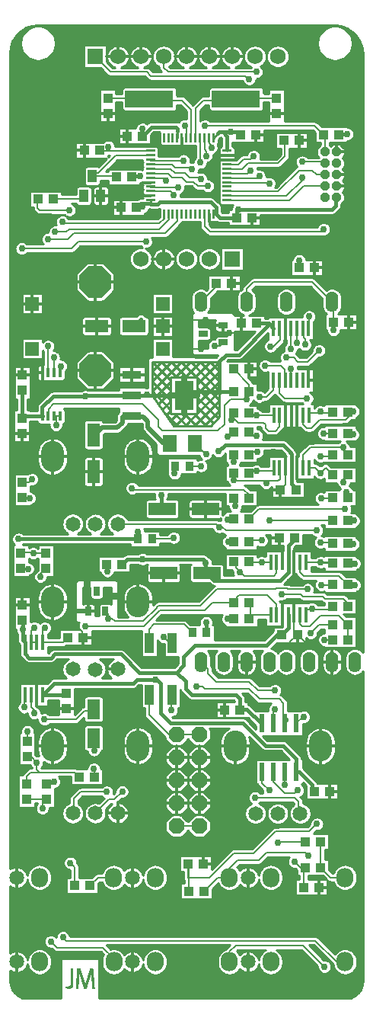
<source format=gtl>
G04 DipTrace 3.2.0.1*
G04 ubraids_IIa.GTL*
%MOIN*%
G04 #@! TF.FileFunction,Copper,L1,Top*
G04 #@! TF.Part,Single*
%AMOUTLINE0*
4,1,4,
0.051181,0.027559,
-0.051181,0.027559,
-0.051181,-0.027559,
0.051181,-0.027559,
0.051181,0.027559,
0*%
%AMOUTLINE1*
4,1,4,
-0.027559,0.051181,
-0.027559,-0.051181,
0.027559,-0.051181,
0.027559,0.051181,
-0.027559,0.051181,
0*%
%AMOUTLINE2*
4,1,4,
-0.027559,0.043307,
-0.027559,-0.043307,
0.027559,-0.043307,
0.027559,0.043307,
-0.027559,0.043307,
0*%
%AMOUTLINE3*
4,1,4,
-0.059055,-0.027559,
0.059055,-0.027559,
0.059055,0.027559,
-0.059055,0.027559,
-0.059055,-0.027559,
0*%
%AMOUTLINE4*
4,1,4,
-0.019685,0.01378,
-0.019685,-0.01378,
0.019685,-0.01378,
0.019685,0.01378,
-0.019685,0.01378,
0*%
%AMOUTLINE5*
4,1,4,
0.008071,0.020079,
-0.008071,0.020079,
-0.008071,-0.020079,
0.008071,-0.020079,
0.008071,0.020079,
0*%
%AMOUTLINE6*
4,1,4,
0.01378,0.019685,
-0.01378,0.019685,
-0.01378,-0.019685,
0.01378,-0.019685,
0.01378,0.019685,
0*%
%AMOUTLINE7*
4,1,8,
0.014159,0.034184,
0.034184,0.014159,
0.034184,-0.014159,
0.014159,-0.034184,
-0.014159,-0.034184,
-0.034184,-0.014159,
-0.034184,0.014159,
-0.014159,0.034184,
0.014159,0.034184,
0*%
%AMOUTLINE8*
4,1,8,
0.008419,0.020325,
0.020325,0.008419,
0.020325,-0.008419,
0.008419,-0.020325,
-0.008419,-0.020325,
-0.020325,-0.008419,
-0.020325,0.008419,
-0.008419,0.020325,
0.008419,0.020325,
0*%
%AMOUTLINE9*
4,1,4,
0.105,0.038,
-0.105,0.038,
-0.105,-0.038,
0.105,-0.038,
0.105,0.038,
0*%
%AMOUTLINE10*
4,1,4,
0.019685,0.027559,
-0.019685,0.027559,
-0.019685,-0.027559,
0.019685,-0.027559,
0.019685,0.027559,
0*%
%AMOUTLINE11*
4,1,4,
0.031496,0.035492,
-0.031496,0.035492,
-0.031496,-0.035492,
0.031496,-0.035492,
0.031496,0.035492,
0*%
%AMOUTLINE12*
4,1,8,
0.028747,-0.0694,
0.0694,-0.028747,
0.0694,0.028747,
0.028747,0.0694,
-0.028747,0.0694,
-0.0694,0.028747,
-0.0694,-0.028747,
-0.028747,-0.0694,
0.028747,-0.0694,
0*%
%AMOUTLINE13*
4,1,4,
-0.005,-0.019685,
0.005,-0.019685,
0.005,0.019685,
-0.005,0.019685,
-0.005,-0.019685,
0*%
%AMOUTLINE14*
4,1,4,
-0.019685,-0.005,
0.019685,-0.005,
0.019685,0.005,
-0.019685,0.005,
-0.019685,-0.005,
0*%
%ADD12C,0.001*%
G04 #@! TA.AperFunction,Conductor*
%ADD14C,0.015*%
G04 #@! TA.AperFunction,CopperBalancing*
%ADD15C,0.01*%
G04 #@! TA.AperFunction,Conductor*
%ADD16C,0.008*%
%ADD17C,0.02*%
G04 #@! TA.AperFunction,ViaPad*
%ADD18C,0.03*%
G04 #@! TA.AperFunction,CopperBalancing*
%ADD20C,0.013*%
%ADD21C,0.025*%
G04 #@! TA.AperFunction,ComponentPad*
%ADD28R,0.068898X0.068898*%
%ADD29C,0.068898*%
%ADD30R,0.043307X0.03937*%
%ADD31R,0.03937X0.043307*%
%ADD34R,0.03937X0.086614*%
%ADD36R,0.015748X0.070866*%
%ADD38R,0.084646X0.037402*%
%ADD39R,0.084646X0.127953*%
G04 #@! TA.AperFunction,ComponentPad*
%ADD41O,0.075X0.085*%
%ADD42C,0.065*%
%ADD43R,0.037402X0.03937*%
G04 #@! TA.AperFunction,ComponentPad*
%ADD44O,0.1X0.135*%
%ADD45R,0.05937X0.05937*%
%ADD46R,0.023622X0.07874*%
G04 #@! TA.AperFunction,ComponentPad*
%ADD49O,0.055X0.09*%
%ADD96OUTLINE0*%
%ADD97OUTLINE1*%
%ADD98OUTLINE2*%
%ADD99OUTLINE3*%
%ADD100OUTLINE4*%
%ADD101OUTLINE5*%
%ADD102OUTLINE6*%
G04 #@! TA.AperFunction,ComponentPad*
%ADD103OUTLINE7*%
%ADD104OUTLINE8*%
%ADD105OUTLINE9*%
%ADD106OUTLINE10*%
%ADD107OUTLINE11*%
G04 #@! TA.AperFunction,ComponentPad*
%ADD108OUTLINE12*%
%ADD109OUTLINE13*%
%ADD110OUTLINE14*%
%FSLAX26Y26*%
G04*
G70*
G90*
G75*
G01*
G04 Top*
%LPD*%
X1406591Y3831500D2*
D14*
X1334444D1*
X1319090Y3846854D1*
D15*
X1317341D1*
X1306590D1*
X1031000Y3905909D2*
Y3893409D1*
D14*
X987249D1*
X983834Y3889995D1*
X969090Y3875251D1*
X1306590Y4181500D2*
D15*
X1325813Y4200723D1*
D14*
X1331590Y4206500D1*
X1346707D1*
X1380885D1*
X1412841D1*
X1425341Y4194000D1*
X1365645Y4122445D2*
D15*
Y4134945D1*
D14*
Y4187562D1*
X1346707Y4206500D1*
X995375Y3878454D2*
X983834Y3889995D1*
X995375Y4218816D2*
Y4189035D1*
X994090Y4187751D1*
X1031000Y3893409D2*
D15*
Y3890769D1*
D14*
X1061166D1*
X1069889Y3899492D1*
X1293496D1*
X1317341Y3875647D1*
Y3846854D1*
X1406591Y3831500D2*
Y3858451D1*
X1413526Y3865386D1*
X1149110Y4181500D2*
D15*
Y4208685D1*
D14*
Y4221304D1*
X1142444Y4227970D1*
X1034309D1*
X994090Y4187751D1*
X1413526Y3865386D2*
X1823603D1*
X1842568Y3884350D1*
Y3917476D1*
X1844091Y3919000D1*
X1892064Y4196682D2*
X1857452D1*
X1854770Y4194000D1*
X1646872Y2737175D2*
Y2665067D1*
X1673687Y2638252D1*
X1669126D1*
X1666368Y2641009D1*
X948791Y4009613D2*
Y4012369D1*
X983543D1*
X466876Y2952465D2*
Y3073037D1*
X469090Y3075251D1*
X556591Y2962749D2*
X477161D1*
X466876Y2952465D1*
X1494059Y3368688D2*
X1547757D1*
X1551107Y3365337D1*
X1569091Y3347353D1*
X744707Y3049278D2*
X603091D1*
X555839Y3002026D1*
Y2963501D1*
X556591Y2962749D1*
X1394408Y3071353D2*
X1330750D1*
X1193979D1*
X1176862Y3054236D1*
X1012859D1*
X948515D1*
X749665D1*
X744707Y3049278D1*
X1328070Y2809388D2*
X1356232Y2837550D1*
X1610097D1*
X1645085Y2802562D1*
X1641257D1*
X1646872Y2796946D1*
Y2737175D1*
X1012859Y3056220D2*
Y3054236D1*
X987841Y3356825D2*
Y3387415D1*
X956615Y3356189D1*
X1330750Y3071353D2*
Y3202025D1*
X1360105Y3231379D1*
X1417149D1*
X1551107Y3365337D1*
X1031000Y4063390D2*
D16*
X1124700D1*
X1137839Y4050251D1*
X1206590D1*
X1212841Y4044000D1*
X1670229Y3284450D2*
Y3348577D1*
X1671454Y3347353D1*
X1031000Y4043705D2*
X1119387D1*
X1137841Y4025251D1*
X1181590D1*
X1200341Y4006500D1*
X1244091D1*
X1250341Y4000251D1*
X1706590Y3275257D2*
Y3300259D1*
X1700341Y3306508D1*
Y3347353D1*
X1697044D1*
X1031000Y4083075D2*
Y4081500D1*
X1175341D1*
X1644043Y3256199D2*
Y3345533D1*
X1645863Y3347353D1*
X1031000Y4024020D2*
X1107821D1*
X1125341Y4006500D1*
X1169091D1*
X1187841Y3987751D1*
X1219090D1*
X1237841Y3969000D1*
X1281590D1*
X1724892Y3398543D2*
Y3349610D1*
X1722635Y3347353D1*
X1461337Y3071353D2*
Y3101441D1*
X1394069Y3168709D1*
X1461337Y3071353D2*
Y3048496D1*
X1450313Y3037472D1*
X1310610Y3270916D2*
X1333027D1*
X1347245Y3285134D1*
X1555115Y3267878D2*
X1569105D1*
X1596498Y3295272D1*
Y3345537D1*
X1594682Y3347353D1*
X1450313Y3037472D2*
X1380709D1*
X1353531Y3010294D1*
Y2928192D1*
X1325326Y2899987D1*
X1081602D1*
X1063472Y2918117D1*
Y2947463D1*
X995948Y3014987D1*
X604443D1*
X583792Y2994336D1*
Y2964360D1*
X582182Y2962749D1*
X1894090Y2606500D2*
Y2637588D1*
X1887767Y2631265D1*
X1831796Y3338959D2*
Y3374664D1*
X1831523Y3374937D1*
X1717855Y2205104D2*
X1631076D1*
Y2208596D1*
X1576799D1*
Y2205104D1*
X1321914D1*
X1249379Y2132568D1*
X1064175D1*
X1058200Y2126593D1*
Y2124886D1*
X998318Y2065004D1*
X873765D1*
X861577Y2077192D1*
X844622D1*
Y2097055D1*
X832640Y2109037D1*
X841233Y2283870D2*
Y2311045D1*
X838392Y2313886D1*
X838485Y1319070D2*
X724413D1*
X694177Y1288833D1*
Y1229159D1*
X690301Y1225283D1*
X1450313Y3462396D2*
Y3518672D1*
X1481560Y3549919D1*
X1737751D1*
X1825274Y3462396D1*
X1831523Y3374937D2*
Y3456147D1*
X1825274Y3462396D1*
X607772Y2962749D2*
X616351D1*
X633363D1*
X469090Y2673429D2*
X498057D1*
X511216Y2686588D1*
X616351Y2923142D2*
Y2962749D1*
X1365645Y4043705D2*
X1431653D1*
X1456563Y4068614D1*
X1587799D1*
X1619045Y4099861D1*
Y4168604D1*
X1614610D1*
X1149110Y3846854D2*
Y3817770D1*
X1094090Y3762751D1*
X694090D1*
X669090Y3737751D1*
X581590D1*
Y3269000D2*
Y3152318D1*
X582182Y3151726D1*
X1109740Y3846854D2*
Y3822150D1*
X1069090Y3781500D1*
X675341D1*
X662841Y3769000D1*
X612841D1*
X606590Y3219000D2*
Y3152908D1*
X607772Y3151726D1*
X1090055Y3846854D2*
Y3827465D1*
X1069090Y3806500D1*
X650341D1*
X644090Y3812751D1*
X637841Y3181500D2*
Y3156203D1*
X633363Y3151726D1*
X1365645Y4024020D2*
X1455713D1*
X1469061Y4037367D1*
X1494059Y4468572D2*
X1106599D1*
X1087841Y4487331D1*
Y4536076D1*
X1365645Y4063390D2*
X1413842D1*
X1437814Y4087362D1*
X1469061D1*
X1481560Y4099861D1*
X1462812Y4437325D2*
X1456563D1*
X1444064Y4449824D1*
X1031607D1*
X1012859Y4468572D1*
X855345D1*
X787841Y4536076D1*
X1365645Y3984650D2*
X1546776D1*
X1550303Y3981123D1*
X1365645Y4004335D2*
X1498522D1*
X1506557Y4012370D1*
X1031000Y3964965D2*
Y3963699D1*
X1149392D1*
X1150341Y3962751D1*
X1031000Y3945280D2*
X1117811D1*
X1131590Y3931500D1*
X1031000Y4004335D2*
X1084727D1*
X1096350Y3992711D1*
X1274691Y4101455D2*
Y4120878D1*
X1266303Y4129266D1*
Y4180583D1*
X1267220Y4181500D1*
X1248317Y4071818D2*
Y4180718D1*
X1247535Y4181500D1*
X1286905D2*
Y4156676D1*
X1296444Y4147136D1*
Y4136531D1*
X1010346Y3725570D2*
X713118D1*
X683636Y3696088D1*
X466237D1*
X1031000Y4122445D2*
X845685D1*
X809396D1*
X806590Y4125251D1*
X845685Y4141551D2*
Y4122445D1*
X1723644Y2737182D2*
X1751290D1*
X1773661Y2714811D1*
X1796255Y2737406D1*
X1827161Y2706500D1*
X1773661Y2786873D2*
X1820034D1*
X1827161Y2794000D1*
X1645455Y3171584D2*
Y3119415D1*
X1645863Y3119007D1*
X775439Y4012749D2*
X878725D1*
X881862Y4009613D1*
X1031000Y4102760D2*
X877850D1*
X800341Y4025251D1*
X762938D1*
X775439Y4012749D1*
X757837Y2109037D2*
D17*
X694143D1*
D16*
Y2056629D1*
X731770Y2019001D1*
Y1998251D1*
X736021Y1994000D1*
X1621282Y2737175D2*
Y2662852D1*
X1599439Y2641009D1*
X881623Y2175063D2*
D18*
X851623D1*
X762885Y2156315D2*
X750387Y2168814D1*
Y2268803D1*
X1251066Y3256934D2*
D16*
X1159866D1*
X1153027Y3263773D1*
X1270175Y3384327D2*
X1154875D1*
X1150112Y3389089D1*
X1375321Y3324942D2*
X1408509D1*
X1416363D1*
X1427716Y3336295D1*
Y3368101D1*
X1427129Y3368688D1*
X1424219Y3318808D2*
X1408509Y3324942D1*
X1659199Y2094780D2*
Y2019907D1*
X1673082Y2006024D1*
X1638841Y1954530D2*
Y1971782D1*
X1673082Y2006024D1*
X1723325Y1962307D2*
X1716799D1*
X1673082Y2006024D1*
X1365645Y3905909D2*
X1637250D1*
X1700341Y3969000D1*
X1794091D1*
X1365645Y3925594D2*
X1625685D1*
X1694090Y3994000D1*
Y4006500D1*
Y4075249D2*
X1787842D1*
X1794091Y4069000D1*
X1365645Y3945280D2*
X1589119D1*
X1681590Y4037751D1*
X1737841D1*
X1756591Y4019000D1*
X1794091D1*
X1267220Y3846854D2*
Y3792840D1*
X1289771Y3770289D1*
X1778316D1*
X1788384Y3780357D1*
X1702161Y900251D2*
Y981500D1*
X1708412Y987751D1*
X1686393D1*
X1660372Y1013772D1*
X1619045Y1350150D2*
Y1406546D1*
X1619140Y1406451D1*
X1227850Y4181500D2*
Y4309009D1*
X1262841Y4344000D1*
X1399091D1*
X1405341Y4350249D1*
X1581590Y4354680D2*
X1409771D1*
X1405341Y4350249D1*
X1208165Y4181500D2*
Y4304925D1*
X1169090Y4344000D1*
X1031590D1*
X1025341Y4350249D1*
X844090Y4354680D2*
X1020910D1*
X1025341Y4350249D1*
X1710380Y2094787D2*
Y2116787D1*
X1736228D1*
X1812448D1*
X1827161Y2131500D1*
Y2050251D2*
X1768270D1*
X1731688Y2013669D1*
X1736228Y2120654D2*
Y2116787D1*
X1461337Y2604285D2*
Y2618668D1*
X1438434Y2641571D1*
X954695D1*
X949128Y2647138D1*
X906305Y1320265D2*
X871947Y1285907D1*
X849200D1*
X788301Y1225008D1*
X1681539Y3643659D2*
Y3612412D1*
X1569140Y1406451D2*
Y1362559D1*
X1619045Y1312654D1*
X1662791D1*
X1675290Y1325152D1*
X1625295Y3218703D2*
X1656542D1*
X1675290Y3199955D1*
X1719035D1*
X1769030Y3249950D1*
X1394408Y2794000D2*
Y2762243D1*
X1395912Y2684480D2*
X1394333D1*
Y2712676D1*
X1394408Y2712751D1*
X1402152Y2569196D2*
Y2596541D1*
X1394408Y2604285D1*
X1395912Y2684480D2*
X1399633D1*
X1404144Y2679970D1*
X1546730D1*
X1536328Y2669567D1*
X1547002Y2680241D2*
X1588797D1*
X1596746Y2688190D1*
Y2736119D1*
X1595691Y2737175D1*
X1894090Y2131500D2*
Y2144000D1*
X1874089Y2164001D1*
X1794930D1*
X1785822Y2173109D1*
X1699439D1*
X1689481Y2183067D1*
X1604358D1*
X1684790Y2094780D2*
Y2052375D1*
X1695152Y2042013D1*
X1727654D1*
X1774150Y2088509D1*
X1855832D1*
X1894090Y2050251D1*
X1894732Y1983591D2*
X1894090Y2050251D1*
X698126Y908715D2*
Y989014D1*
X679126Y1008014D1*
X781049Y2880959D2*
D17*
X787925D1*
X818940Y2911975D1*
X885174D1*
X906898Y2933699D1*
Y2961253D1*
X946084D1*
X948515Y2963685D1*
X1112845Y2844000D2*
X1087594D1*
X1019108Y2912486D1*
Y2940181D1*
X998036Y2961253D1*
X950947D1*
X948515Y2963685D1*
X1582427Y2323126D2*
D16*
Y2275248D1*
X1569528Y2262349D1*
X1439510D1*
X1420346Y2281513D1*
X1403122Y2298738D1*
Y2316537D1*
X1394408Y2325251D1*
X1556837Y2323126D2*
X1516989D1*
X1463461D1*
X1461337Y2325251D1*
X1516989Y2418549D2*
X1467135D1*
X1461337Y2412751D1*
X1582427Y2094780D2*
Y2139971D1*
X1540866Y2181533D1*
X1419287D1*
X1406568Y2168814D1*
Y2156315D1*
X1395818D1*
Y2145193D1*
X1301706D1*
X1269263Y2112751D1*
X1069577D1*
X1000755Y2043929D1*
X744137D1*
X1556837Y2094780D2*
Y2093822D1*
X1469061D1*
Y2138879D1*
X1462748Y2145193D1*
X1462812Y2075073D2*
X1469061D1*
Y2093822D1*
X886301Y2490986D2*
X1317532D1*
X1330535Y2477983D1*
X1369072Y2075073D2*
Y2081323D1*
X1402132D1*
X1395883Y2075073D1*
X1330535Y2477983D2*
X1345213D1*
X1360448Y2462748D1*
X1758543D1*
X1777195Y2603218D2*
X1823879D1*
X1827161Y2606500D1*
X1875926Y2674009D2*
Y2688336D1*
X1894090Y2706500D1*
X1874337Y2825554D2*
Y2813753D1*
X1894090Y2794000D1*
X1874337Y2825554D2*
X1730211D1*
X1697359Y2792702D1*
Y2737869D1*
X1698053Y2737175D1*
X1144091Y1169000D2*
X1244091D1*
X1122015Y1675659D2*
Y1740871D1*
X1125341Y1744197D1*
X1710380Y2323126D2*
X1775422D1*
X1823035D1*
X1827161Y2319000D1*
X1779548D1*
X1775422Y2323126D1*
X1773494Y2409789D2*
X1823872D1*
X1827161Y2406500D1*
X1394408Y2412751D2*
X1370769D1*
X1367854Y2510640D2*
X1392297D1*
X1394408Y2512751D1*
X1367854Y2873129D2*
X1373536D1*
X1394408Y2894000D1*
X1383438Y2946222D2*
Y2964558D1*
Y2978664D1*
X1390994D1*
X1394408Y2975251D1*
X1383438Y2964558D2*
X1413177Y2934819D1*
X1525555D1*
X1533914Y2926459D1*
Y2910932D1*
X1546582Y2898264D1*
X1576679D1*
X1595691Y2917276D1*
Y2965521D1*
X1487809Y1293906D2*
X1660576D1*
X1678759Y1275722D1*
Y1231081D1*
X1685841Y1224000D1*
X1881518Y2556273D2*
X1504859D1*
X1461337Y2512751D1*
X1708412Y1100251D2*
X1589686D1*
X1586730Y1097295D1*
X1684790Y2323126D2*
Y2278462D1*
X1700027Y2263224D1*
X1856116D1*
X1894090Y2225251D1*
X1921931D1*
X1923473Y2223709D1*
Y2317660D2*
X1895430D1*
X1894090Y2319000D1*
X1244091Y1569000D2*
X1144091D1*
X1110754D1*
X1023749Y1656005D1*
Y1742605D1*
X1025341Y1744197D1*
X1550313Y2506278D2*
X1826939D1*
X1827161Y2506500D1*
X604770Y3912751D2*
X724653D1*
X738038Y3926135D1*
X507182Y1972346D2*
X532772D1*
X507182D2*
Y2022576D1*
X521717Y2037112D1*
X493556Y2294828D2*
X464565D1*
X462720Y2296673D1*
X781098Y1680702D2*
Y1671466D1*
X760426D1*
X759784Y1672108D1*
X739555D1*
X703009Y1635562D1*
X565803D1*
X783805Y1383715D2*
Y1418463D1*
X782497Y1419772D1*
X783423Y1500659D2*
Y1557043D1*
X781098Y1554718D1*
X558363Y1972346D2*
X647438D1*
X669091Y1994000D1*
X558363Y1972346D2*
Y2026823D1*
X567799Y2036259D1*
X548171Y2259840D2*
Y2271835D1*
X572321Y2295984D1*
X1894090Y2406500D2*
X1914643D1*
X1918102Y2403041D1*
X1919200Y2983171D2*
X1895761D1*
X1894090Y2981500D1*
Y2887751D2*
X1911475D1*
X1917069Y2882156D1*
X1894090Y2506500D2*
X1918933D1*
X1920168Y2505265D1*
X1698053Y2965521D2*
Y2926461D1*
X1713573Y2910941D1*
X1733909D1*
X1770632Y2947664D1*
X1883694D1*
X1919200Y2983171D1*
X572321Y2362913D2*
X516194D1*
Y2367180D1*
X466297D1*
X462720Y2363602D1*
X501383Y2603344D2*
X472246D1*
X469090Y2606500D1*
X869590Y575251D2*
Y589501D1*
X821339Y637752D1*
X620119D1*
X593511Y664360D1*
X556926Y1246400D2*
Y1269339D1*
X575338Y1287751D1*
X487841D1*
X575338Y1354680D2*
X598683D1*
X606652Y1362648D1*
X491874Y1584127D2*
Y1541782D1*
X490056Y1539965D1*
X476385Y1688417D2*
Y1738794D1*
X481591Y1744000D1*
X487841Y1354680D2*
Y1386850D1*
X505374Y1404383D1*
X543584D1*
X696208D1*
X716876Y1383715D1*
X490056Y1473035D2*
X506969D1*
X532013Y1447992D1*
X521152Y1662886D2*
Y1675298D1*
X507963Y1688487D1*
Y1743219D1*
X507182Y1744000D1*
X532013Y1447992D2*
Y1415954D1*
X543584Y1404383D1*
X1882090Y575251D2*
X1844670D1*
X1751947Y667974D1*
X661905D1*
X647174Y682705D1*
X675608Y3864308D2*
X546123D1*
X535901Y3874530D1*
Y3910811D1*
X537841Y3912751D1*
X1375841Y575251D2*
Y618768D1*
X1404244Y647171D1*
X1698355D1*
X1791812Y553714D1*
X1792703Y1983591D2*
X1827803D1*
X1882090Y944000D2*
X1819091D1*
X1775341Y987751D1*
Y1100251D1*
X1569140Y1619050D2*
Y1675205D1*
X1575300Y1681365D1*
Y1762606D2*
X1500308D1*
X1462812Y1800102D1*
X1319077D1*
X1281581Y1837598D1*
Y1856325D1*
X1250313Y1887593D1*
X1519140Y1406451D2*
Y1356315D1*
X1550303Y1325152D1*
X869052Y944000D2*
X800339D1*
X765055Y908715D1*
X1375841Y944000D2*
X1324952D1*
X1265318Y884366D1*
X1375841Y944000D2*
Y984232D1*
X1411829Y1020220D1*
X1504761D1*
X1537615Y1053075D1*
X1709398D1*
X1722540Y1039933D1*
X1778010Y2223777D2*
X1825687D1*
X1827161Y2225251D1*
X1609514Y1621510D2*
X1616679D1*
X1619140Y1619050D1*
X1319077Y3543669D2*
Y3531160D1*
X1250313Y3462396D1*
X1231586Y1781354D2*
X1256584D1*
X1269082Y1768856D1*
X1462812D1*
X1506557Y1725110D1*
X1594048D1*
X1612796Y1706362D1*
Y1656367D1*
X1631544Y1637619D1*
Y1631454D1*
X1619140Y1619050D1*
X1198389Y884366D2*
Y999205D1*
X1193960Y1003634D1*
Y943241D1*
X1288170D1*
X1395473Y1050545D1*
X1482482D1*
X1577480Y1145542D1*
X1726171D1*
X1759213Y1178584D1*
X1701389Y1647374D2*
X1697464D1*
X1669140Y1619050D1*
X1037841Y2425251D2*
X1126788D1*
X1132098Y2430560D1*
X1135846Y2711680D2*
Y2742005D1*
X1137841Y2744000D1*
X1125341Y1969000D2*
X1114921D1*
X1088183Y1995738D1*
X1025341Y1969000D2*
Y2031533D1*
X1045535Y2051727D1*
X1176796D1*
X1212931Y2015592D1*
X1200833Y2744000D2*
X1252043D1*
X1272846Y2797879D2*
X1268766D1*
Y2800047D1*
X1224813Y2844000D1*
X1570101Y2965521D2*
X1495763D1*
X1471066D1*
X1461337Y2975251D1*
X1495763Y2877822D2*
X1477515D1*
X1461337Y2894000D1*
X1506557Y3047597D2*
X1538737D1*
X1566904Y3075764D1*
Y3116819D1*
X1569091Y3119007D1*
X1723644Y2965521D2*
Y2978064D1*
X1774251D1*
X1823725D1*
X1827161Y2981500D1*
Y2887751D2*
X1787641D1*
X1774251Y2982407D2*
Y2978064D1*
X1716158Y3040500D2*
X1619479D1*
X1595115Y3064864D1*
Y3118573D1*
X1594682Y3119007D1*
X1570101Y2737175D2*
Y2723362D1*
X1493783D1*
X1490996Y2726150D1*
X1474736D1*
X1461337Y2712751D1*
X1498943Y2806621D2*
X1473958D1*
X1461337Y2794000D1*
X1532282Y3183476D2*
X1600245D1*
X1618196Y3165525D1*
Y3121083D1*
X1620272Y3119007D1*
X1794091Y4119000D2*
Y4187749D1*
X1787841Y4194000D1*
X1188480Y4181500D2*
Y4226988D1*
X1180933Y4234535D1*
X1269072Y4232596D2*
X1749245D1*
X1787841Y4194000D1*
X1633608Y2094780D2*
D14*
Y2035971D1*
X1604228Y2006591D1*
X1606720D1*
X1606153Y2006024D1*
X974849Y2425251D2*
X978419D1*
Y2458047D1*
X975921Y2455549D1*
X1077010Y2615710D2*
Y2561080D1*
X1081590Y2556500D1*
X974849Y2425251D2*
X452416D1*
X469908Y2029497D2*
Y1984030D1*
X481591Y1972346D1*
X469908Y2029497D2*
Y2067517D1*
X469094Y2068331D1*
X1519140Y1619050D2*
X1512872D1*
X1452539Y1679383D1*
X1423224D1*
X1421305Y1677465D1*
Y1727497D1*
X1405473Y1743329D1*
X1210452D1*
X1183240Y1770542D1*
Y1803801D1*
X1145444Y1841596D1*
X980658D1*
X900534Y1921720D1*
X610880D1*
X594030Y1904870D1*
X498452D1*
X479678Y1923644D1*
Y1970433D1*
X481591Y1972346D1*
X1606153Y2006024D2*
X1585707D1*
X1538934Y1959251D1*
X1224417D1*
X1175656Y1910490D1*
Y1871807D1*
X1145444Y1841596D1*
X1633608Y2323126D2*
Y2395147D1*
X1665224Y2426762D1*
X1664769D1*
X1660031Y2431500D1*
X1275923Y2015592D2*
Y2058727D1*
X1273837Y2060814D1*
X1271565Y2320919D2*
Y2280503D1*
X1276817Y2275251D1*
X1633608Y2323126D2*
Y2278871D1*
X1598664Y2243927D1*
X1308141D1*
X1276817Y2275251D1*
X1271565Y2320919D2*
Y2326199D1*
X1260910Y2336854D1*
X995421D1*
X928290D1*
X905321Y2313886D1*
X1669140Y1406451D2*
X1682102D1*
X1737530Y1351024D1*
Y1331811D1*
X1748126Y1321215D1*
X558363Y1744000D2*
X656591D1*
X662841Y1750249D1*
X1669140Y1406451D2*
Y1462916D1*
X1610832Y1521224D1*
X1532919D1*
X1434679Y1619465D1*
X1118335D1*
X1074216Y1663584D1*
Y1792186D1*
X1057320Y1809083D1*
X1052115D1*
X969960D1*
X954418Y1793541D1*
X607904D1*
X558363Y1744000D1*
D18*
X995375Y3878454D3*
Y4218816D3*
X1413526Y3865386D3*
X1380885Y4206500D3*
X1892064Y4196682D3*
X983543Y4012369D3*
X744707Y3049278D3*
D3*
X1328070Y2809388D3*
X1330750Y3071353D3*
X1012859Y3056220D3*
X987841Y3356825D3*
X1212841Y4044000D3*
X1670229Y3284450D3*
X1250341Y4000251D3*
X1706590Y3275257D3*
X1175341Y4081500D3*
X1644043Y3256199D3*
X1281590Y3969000D3*
X1724892Y3398543D3*
X1450313Y3037472D3*
X1310610Y3270916D3*
X1555115Y3267878D3*
X1887767Y2631265D3*
X1831796Y3338959D3*
X1717855Y2205104D3*
X1887767Y2631265D3*
X841233Y2283870D3*
X844622Y2077192D3*
X838485Y1319070D3*
X844622Y2077192D3*
X511216Y2686588D3*
X616351Y2923142D3*
X581590Y3737751D3*
Y3269000D3*
X612841Y3769000D3*
X606590Y3219000D3*
X644090Y3812751D3*
X637841Y3181500D3*
X1469061Y4037367D3*
X1494059Y4468572D3*
X1481560Y4099861D3*
X1462812Y4437325D3*
X1550303Y3981123D3*
X1506557Y4012370D3*
X1150341Y3962751D3*
X1131590Y3931500D3*
X1096350Y3992711D3*
X1274691Y4101455D3*
X1248317Y4071818D3*
X1296444Y4136531D3*
X1010346Y3725570D3*
X466237Y3696088D3*
X845685Y4141551D3*
X1773661Y2786873D3*
Y2714811D3*
X1645455Y3171584D3*
X1694090Y4006500D3*
Y4075249D3*
X1788384Y3780357D3*
X1660372Y1013772D3*
X1619045Y1350150D3*
X1731688Y2013669D3*
X1736228Y2120654D3*
X949128Y2647138D3*
X906305Y1320265D3*
X1681539Y3643659D3*
X1675290Y1325152D3*
X1625295Y3218703D3*
X1769030Y3249950D3*
X1394408Y2762243D3*
X1395912Y2684480D3*
X1402152Y2569196D3*
X1395912Y2684480D3*
X1604358Y2183067D3*
X1536328Y2669567D3*
X679126Y1008014D3*
X1420346Y2281513D3*
X1516989Y2418549D3*
Y2323126D3*
X744137Y2043929D3*
X1330535Y2477983D3*
X1369072Y2075073D3*
X1758543Y2462748D3*
X1777195Y2603218D3*
X1875926Y2674009D3*
X1874337Y2825554D3*
D3*
X1122015Y1675659D3*
X1773494Y2409789D3*
X1775422Y2323126D3*
X1370769Y2412751D3*
X1367854Y2510640D3*
Y2873129D3*
X1383438Y2946222D3*
X1487809Y1293906D3*
X1370769Y2412751D3*
X1881518Y2556273D3*
X1586730Y1097295D3*
X1923473Y2223709D3*
Y2317660D3*
X1550313Y2506278D3*
X521717Y2037112D3*
X493556Y2294828D3*
X565803Y1635562D3*
X521717Y2037112D3*
X782497Y1419772D3*
X783423Y1500659D3*
X567799Y2036259D3*
X548171Y2259840D3*
X1918102Y2403041D3*
X1919200Y2983171D3*
X1917069Y2882156D3*
X1920168Y2505265D3*
X1919200Y2983171D3*
X501383Y2603344D3*
X516194Y2362913D3*
X593511Y664360D3*
X556926Y1246400D3*
X606652Y1362648D3*
X491874Y1584127D3*
X476385Y1688417D3*
X532013Y1447992D3*
X521152Y1662886D3*
X647174Y682705D3*
X675608Y3864308D3*
X1791812Y553714D3*
X1792703Y1983591D3*
X1575300Y1681365D3*
Y1762606D3*
X1550303Y1325152D3*
X1722540Y1039933D3*
X1778010Y2223777D3*
X1231586Y1781354D3*
X1759213Y1178584D3*
X1701389Y1647374D3*
X1132098Y2430560D3*
X1135846Y2711680D3*
X1088183Y1995738D3*
X1132098Y2430560D3*
X1252043Y2744000D3*
X1272846Y2797879D3*
X1495763Y2877822D3*
Y2965521D3*
X1506557Y3047597D3*
X1495763Y2965521D3*
X1787641Y2887751D3*
X1774251Y2982407D3*
X1716158Y3040500D3*
X1498943Y2806621D3*
X1493783Y2723362D3*
X1532282Y3183476D3*
X1180933Y4234535D3*
X1269072Y4232596D3*
X975921Y2455549D3*
X1077010Y2615710D3*
X452416Y2425251D3*
X469908Y2029497D3*
D3*
X1273837Y2060814D3*
X1271565Y2320919D3*
D3*
X995421Y2336854D3*
X1052115Y1809083D3*
X1737783Y4131108D3*
X1270175Y3384327D3*
X1251066Y3256934D3*
X1198687Y1668322D3*
X1604455Y2588803D3*
X1641876Y2854339D3*
X1567431Y2805371D3*
X1300387Y4055500D3*
X1450416Y4148610D3*
X1048320Y4175024D3*
X945691Y4071227D3*
X939998Y3944671D3*
X1638922Y2235617D3*
X1638841Y1954530D3*
X1723325Y1962307D3*
X1735536Y1726282D3*
X1923278Y1722869D3*
X1299757Y1707818D3*
X1135166Y2217324D3*
X1171711Y2278234D3*
X1169472Y2598325D3*
X1171063Y2523083D3*
X1266439Y2410749D3*
X1034884Y2368360D3*
X1271309Y4289224D3*
X1155645Y4286403D3*
X1169750Y4384434D3*
X1257203D3*
X937867Y3206205D3*
Y3099966D3*
X1019108Y3231202D3*
X1375321Y3324942D3*
X1306578D3*
X1800276Y3081218D3*
X1919014Y3287446D3*
X1680132Y3240381D3*
X881623Y2175063D3*
X762885Y2156315D3*
X1150112Y3389089D3*
X1153027Y3263773D3*
X1424219Y3318808D3*
X1500985Y2013008D3*
X1131597Y1887593D3*
X1454757Y1736887D3*
X975363Y1731360D3*
X1334740Y2012765D3*
X487682Y4663131D2*
D15*
X504257D1*
X571413D2*
X1804257D1*
X1871413D2*
X1878845D1*
X470085Y4653262D2*
X488591D1*
X587095D2*
X1788591D1*
X1887095D2*
X1898514D1*
X456686Y4643394D2*
X478534D1*
X597154D2*
X1778534D1*
X1897154D2*
X1913377D1*
X446822Y4633525D2*
X471423D1*
X604245D2*
X1771423D1*
X1904245D2*
X1922947D1*
X438678Y4623656D2*
X466405D1*
X609283D2*
X1766405D1*
X1909283D2*
X1932401D1*
X432623Y4613787D2*
X463026D1*
X612662D2*
X1763026D1*
X1912662D2*
X1938631D1*
X426783Y4603919D2*
X461073D1*
X614615D2*
X1761073D1*
X1914615D2*
X1944589D1*
X423561Y4594050D2*
X460409D1*
X615259D2*
X1760409D1*
X1915259D2*
X1949257D1*
X420318Y4584181D2*
X461053D1*
X614635D2*
X736990D1*
X838698D2*
X873767D1*
X901901D2*
X973767D1*
X1001901D2*
X1073767D1*
X1101901D2*
X1173767D1*
X1201901D2*
X1273767D1*
X1301901D2*
X1373767D1*
X1401901D2*
X1473767D1*
X1501901D2*
X1573767D1*
X1601901D2*
X1761053D1*
X1914635D2*
X1952577D1*
X418131Y4574312D2*
X463006D1*
X612682D2*
X736990D1*
X838698D2*
X854862D1*
X920826D2*
X954862D1*
X1020826D2*
X1054862D1*
X1120826D2*
X1154862D1*
X1220826D2*
X1254862D1*
X1320826D2*
X1354862D1*
X1420826D2*
X1454862D1*
X1520826D2*
X1554862D1*
X1620826D2*
X1763006D1*
X1912682D2*
X1955877D1*
X417311Y4564444D2*
X466366D1*
X609322D2*
X736990D1*
X838698D2*
X845858D1*
X929830D2*
X945858D1*
X1029830D2*
X1045858D1*
X1129830D2*
X1145858D1*
X1229830D2*
X1245858D1*
X1329830D2*
X1345858D1*
X1429830D2*
X1445858D1*
X1529830D2*
X1545858D1*
X1629830D2*
X1766366D1*
X1909322D2*
X1957381D1*
X416510Y4554575D2*
X471366D1*
X604303D2*
X736990D1*
X935123D2*
X940545D1*
X1035123D2*
X1040545D1*
X1135123D2*
X1140545D1*
X1235123D2*
X1240545D1*
X1335123D2*
X1340545D1*
X1435123D2*
X1440545D1*
X1535123D2*
X1540545D1*
X1635123D2*
X1771366D1*
X1904303D2*
X1958397D1*
X416099Y4544706D2*
X478435D1*
X597233D2*
X736990D1*
X1637935D2*
X1778435D1*
X1897233D2*
X1959413D1*
X416099Y4534837D2*
X488455D1*
X587213D2*
X736990D1*
X1638678D2*
X1788455D1*
X1887213D2*
X1959589D1*
X416099Y4524969D2*
X504042D1*
X571627D2*
X736990D1*
X1637427D2*
X1804042D1*
X1871627D2*
X1959589D1*
X416099Y4515100D2*
X736990D1*
X934069D2*
X941619D1*
X1034069D2*
X1041619D1*
X1134069D2*
X1141619D1*
X1234069D2*
X1241619D1*
X1334069D2*
X1341619D1*
X1434069D2*
X1441619D1*
X1534069D2*
X1541619D1*
X1634069D2*
X1959589D1*
X416099Y4505231D2*
X736990D1*
X927994D2*
X947674D1*
X1027994D2*
X1047674D1*
X1127994D2*
X1147674D1*
X1227994D2*
X1247674D1*
X1327994D2*
X1347674D1*
X1427994D2*
X1447674D1*
X1527994D2*
X1547674D1*
X1627994D2*
X1959589D1*
X416099Y4495362D2*
X736990D1*
X917603D2*
X958085D1*
X1017603D2*
X1058085D1*
X1117603D2*
X1158085D1*
X1217603D2*
X1258085D1*
X1317603D2*
X1358085D1*
X1417603D2*
X1458085D1*
X1517603D2*
X1558085D1*
X1617603D2*
X1959589D1*
X416099Y4485493D2*
X809979D1*
X1023346D2*
X1067538D1*
X1520318D2*
X1959589D1*
X416099Y4475625D2*
X819862D1*
X1034245D2*
X1071366D1*
X1524635D2*
X1959589D1*
X416099Y4465756D2*
X829725D1*
X1525318D2*
X1959589D1*
X416099Y4455887D2*
X839589D1*
X1522682D2*
X1959589D1*
X416099Y4446018D2*
X1006971D1*
X1515435D2*
X1959589D1*
X416099Y4436150D2*
X1016854D1*
X1494186D2*
X1959589D1*
X416099Y4426281D2*
X1433494D1*
X1492135D2*
X1959589D1*
X416099Y4416412D2*
X1439745D1*
X1485866D2*
X1959589D1*
X416099Y4406543D2*
X1959589D1*
X416099Y4396675D2*
X906443D1*
X1144225D2*
X1286443D1*
X1524225D2*
X1959589D1*
X416099Y4386806D2*
X808006D1*
X880182D2*
X903943D1*
X1146745D2*
X1283943D1*
X1526745D2*
X1545506D1*
X1617682D2*
X1959589D1*
X416099Y4376937D2*
X808006D1*
X880182D2*
X903943D1*
X1146745D2*
X1283943D1*
X1526745D2*
X1545506D1*
X1617682D2*
X1959589D1*
X416099Y4367068D2*
X808006D1*
X1146745D2*
X1283943D1*
X1617682D2*
X1959589D1*
X416099Y4357199D2*
X808006D1*
X1184322D2*
X1247595D1*
X1617682D2*
X1959589D1*
X416099Y4347331D2*
X808006D1*
X1194186D2*
X1237733D1*
X1617682D2*
X1959589D1*
X416099Y4337462D2*
X808006D1*
X1204069D2*
X1227870D1*
X1617682D2*
X1959589D1*
X416099Y4327593D2*
X808006D1*
X880182D2*
X903943D1*
X1526745D2*
X1545506D1*
X1617682D2*
X1959589D1*
X416099Y4317724D2*
X808006D1*
X880182D2*
X903943D1*
X1146745D2*
X1166931D1*
X1265006D2*
X1283943D1*
X1526745D2*
X1545506D1*
X1617682D2*
X1959589D1*
X416099Y4307856D2*
X808006D1*
X880182D2*
X904589D1*
X1146099D2*
X1176795D1*
X1255123D2*
X1284589D1*
X1526099D2*
X1545506D1*
X1617682D2*
X1959589D1*
X416099Y4297987D2*
X808006D1*
X880182D2*
X913534D1*
X1137154D2*
X1186658D1*
X1248249D2*
X1293534D1*
X1517154D2*
X1545506D1*
X1617682D2*
X1959589D1*
X416099Y4288118D2*
X808006D1*
X880182D2*
X1187771D1*
X1248249D2*
X1545506D1*
X1617682D2*
X1959589D1*
X416099Y4278249D2*
X808006D1*
X880182D2*
X1187771D1*
X1248249D2*
X1545506D1*
X1617682D2*
X1959589D1*
X416099Y4268381D2*
X808006D1*
X880182D2*
X1187771D1*
X1248249D2*
X1545506D1*
X1617682D2*
X1959589D1*
X416099Y4258512D2*
X808006D1*
X880182D2*
X1161249D1*
X1285963D2*
X1545506D1*
X1617682D2*
X1959589D1*
X416099Y4248643D2*
X988494D1*
X1002253D2*
X1023455D1*
X1761139D2*
X1959589D1*
X416099Y4238774D2*
X971443D1*
X1771510D2*
X1959589D1*
X416099Y4228906D2*
X965702D1*
X1892818D2*
X1959589D1*
X416099Y4219037D2*
X889099D1*
X1913658D2*
X1959589D1*
X416099Y4209168D2*
X889099D1*
X1530318D2*
X1744237D1*
X1920787D2*
X1959589D1*
X416099Y4199299D2*
X889099D1*
X1039030D2*
X1068650D1*
X1530318D2*
X1576561D1*
X1719595D2*
X1749783D1*
X1923346D2*
X1959589D1*
X416099Y4189430D2*
X889099D1*
X1032135D2*
X1068650D1*
X1530318D2*
X1576561D1*
X1719595D2*
X1749783D1*
X1922585D2*
X1959589D1*
X416099Y4179562D2*
X889099D1*
X1032135D2*
X1068650D1*
X1530318D2*
X1576561D1*
X1719595D2*
X1749783D1*
X1918190D2*
X1959589D1*
X416099Y4169693D2*
X833182D1*
X858190D2*
X889099D1*
X1032135D2*
X1068650D1*
X1327994D2*
X1341737D1*
X1530318D2*
X1576561D1*
X1719595D2*
X1749783D1*
X1907057D2*
X1959589D1*
X416099Y4159824D2*
X701599D1*
X870982D2*
X889099D1*
X1032135D2*
X1068787D1*
X1327858D2*
X1341737D1*
X1530318D2*
X1576561D1*
X1719595D2*
X1749783D1*
X1892818D2*
X1959589D1*
X416099Y4149955D2*
X701599D1*
X875905D2*
X1074237D1*
X1324713D2*
X1341737D1*
X1389538D2*
X1576561D1*
X1719595D2*
X1773514D1*
X1814654D2*
X1823514D1*
X1864654D2*
X1959589D1*
X416099Y4140087D2*
X701599D1*
X1060475D2*
X1227909D1*
X1327643D2*
X1336170D1*
X1395123D2*
X1576561D1*
X1719595D2*
X1763650D1*
X1874518D2*
X1959589D1*
X416099Y4130218D2*
X701599D1*
X1066842D2*
X1227909D1*
X1401471D2*
X1478943D1*
X1484170D2*
X1598650D1*
X1639439D2*
X1757615D1*
X1880553D2*
X1959589D1*
X416099Y4120349D2*
X701599D1*
X1067077D2*
X1227909D1*
X1323170D2*
X1329569D1*
X1401725D2*
X1458103D1*
X1505026D2*
X1598650D1*
X1639439D2*
X1757362D1*
X1880807D2*
X1959589D1*
X416099Y4110480D2*
X701599D1*
X1066842D2*
X1165154D1*
X1185514D2*
X1227909D1*
X1313111D2*
X1329803D1*
X1401490D2*
X1452069D1*
X1511042D2*
X1598650D1*
X1639439D2*
X1757362D1*
X1880807D2*
X1959589D1*
X416099Y4100612D2*
X701599D1*
X1199986D2*
X1227909D1*
X1306081D2*
X1329569D1*
X1401725D2*
X1422635D1*
X1512955D2*
X1591366D1*
X1639439D2*
X1676326D1*
X1711842D2*
X1761034D1*
X1877154D2*
X1959589D1*
X416099Y4090743D2*
X701599D1*
X1205299D2*
X1223534D1*
X1304147D2*
X1329783D1*
X1401490D2*
X1412753D1*
X1511569D2*
X1581482D1*
X1637174D2*
X1666931D1*
X1873874D2*
X1959589D1*
X416099Y4080874D2*
X827538D1*
X884401D2*
X994921D1*
X1206725D2*
X1218299D1*
X1298073D2*
X1329569D1*
X1628502D2*
X1663221D1*
X1880417D2*
X1959589D1*
X416099Y4071005D2*
X817654D1*
X874538D2*
X995135D1*
X1279713D2*
X1329783D1*
X1618619D2*
X1662986D1*
X1880807D2*
X1959589D1*
X416099Y4061136D2*
X807791D1*
X864654D2*
X994921D1*
X1277779D2*
X1329569D1*
X1608757D2*
X1666170D1*
X1880807D2*
X1959589D1*
X416099Y4051268D2*
X743943D1*
X854791D2*
X995135D1*
X1271725D2*
X1329783D1*
X1597486D2*
X1666678D1*
X1877682D2*
X1959589D1*
X416099Y4041399D2*
X739393D1*
X1244127D2*
X1329569D1*
X1516589D2*
X1656795D1*
X1873209D2*
X1959589D1*
X416099Y4031530D2*
X739354D1*
X1241569D2*
X1329763D1*
X1531158D2*
X1646931D1*
X1880259D2*
X1959589D1*
X416099Y4021661D2*
X739354D1*
X1272917D2*
X1329569D1*
X1536510D2*
X1637069D1*
X1880807D2*
X1959589D1*
X416099Y4011793D2*
X739354D1*
X1279459D2*
X1329763D1*
X1537955D2*
X1627206D1*
X1880807D2*
X1959589D1*
X416099Y4001924D2*
X739354D1*
X1281686D2*
X1329569D1*
X1573463D2*
X1617322D1*
X1878150D2*
X1959589D1*
X416099Y3992055D2*
X739354D1*
X811530D2*
X843807D1*
X1302409D2*
X1329745D1*
X1579674D2*
X1607459D1*
X1872565D2*
X1959589D1*
X416099Y3982186D2*
X739647D1*
X811237D2*
X843807D1*
X988170D2*
X994921D1*
X1309986D2*
X1329569D1*
X1581686D2*
X1597595D1*
X1880065D2*
X1959589D1*
X416099Y3972318D2*
X746307D1*
X804577D2*
X995095D1*
X1312799D2*
X1329745D1*
X1580397D2*
X1587713D1*
X1880807D2*
X1959589D1*
X416099Y3962449D2*
X704686D1*
X771393D2*
X779490D1*
X846198D2*
X994921D1*
X1181745D2*
X1215955D1*
X1312271D2*
X1329569D1*
X1880807D2*
X1959589D1*
X416099Y3952580D2*
X701951D1*
X848931D2*
X995095D1*
X1179986D2*
X1226502D1*
X1308170D2*
X1329725D1*
X1878581D2*
X1959589D1*
X416099Y3942711D2*
X499783D1*
X642818D2*
X701951D1*
X848931D2*
X994921D1*
X1174206D2*
X1265330D1*
X1297858D2*
X1329569D1*
X1871901D2*
X1959589D1*
X416099Y3932843D2*
X499783D1*
X642818D2*
X701951D1*
X848931D2*
X995077D1*
X1162955D2*
X1329725D1*
X1879830D2*
X1959589D1*
X416099Y3922974D2*
X499783D1*
X848931D2*
X994921D1*
X1161763D2*
X1329569D1*
X1880807D2*
X1959589D1*
X416099Y3913105D2*
X499783D1*
X848931D2*
X974569D1*
X1313267D2*
X1329725D1*
X1880807D2*
X1959589D1*
X416099Y3903236D2*
X499783D1*
X848931D2*
X864099D1*
X1323131D2*
X1329569D1*
X1878951D2*
X1959589D1*
X416099Y3893367D2*
X499783D1*
X848014D2*
X864099D1*
X1869986D2*
X1959589D1*
X416099Y3883499D2*
X499783D1*
X700182D2*
X714217D1*
X761862D2*
X789022D1*
X836666D2*
X864099D1*
X1339850D2*
X1388103D1*
X1866451D2*
X1959589D1*
X416099Y3873630D2*
X515526D1*
X705553D2*
X864099D1*
X1341237D2*
X1383259D1*
X1863795D2*
X1959589D1*
X416099Y3863761D2*
X518767D1*
X706998D2*
X864099D1*
X1022994D2*
X1068650D1*
X1341237D2*
X1368534D1*
X1855358D2*
X1959589D1*
X416099Y3853892D2*
X528103D1*
X705162D2*
X864099D1*
X1014283D2*
X1068650D1*
X1845494D2*
X1959589D1*
X416099Y3844024D2*
X651971D1*
X699245D2*
X864099D1*
X1007135D2*
X1068650D1*
X1832858D2*
X1959589D1*
X416099Y3834155D2*
X621502D1*
X680486D2*
X1068318D1*
X1511569D2*
X1959589D1*
X416099Y3824286D2*
X614959D1*
X1511569D2*
X1959589D1*
X416099Y3814417D2*
X612733D1*
X1511569D2*
X1959589D1*
X416099Y3804549D2*
X613826D1*
X1164303D2*
X1246814D1*
X1287623D2*
X1368534D1*
X1511569D2*
X1768982D1*
X1807799D2*
X1959589D1*
X416099Y3794680D2*
X595565D1*
X1154459D2*
X1246814D1*
X1293814D2*
X1760565D1*
X1816198D2*
X1959589D1*
X416099Y3784811D2*
X585877D1*
X1144595D2*
X1248553D1*
X1819459D2*
X1959589D1*
X416099Y3774942D2*
X582030D1*
X1134713D2*
X1256678D1*
X1819303D2*
X1959589D1*
X416099Y3765073D2*
X567263D1*
X1124850D2*
X1266542D1*
X1815670D2*
X1959589D1*
X416099Y3755205D2*
X555702D1*
X1114986D2*
X1276581D1*
X1806451D2*
X1959589D1*
X416099Y3745336D2*
X551150D1*
X1103639D2*
X1959589D1*
X416099Y3735467D2*
X550271D1*
X1040085D2*
X1959589D1*
X416099Y3725598D2*
X457927D1*
X474538D2*
X552733D1*
X1041745D2*
X1959589D1*
X416099Y3715730D2*
X442030D1*
X490435D2*
X559627D1*
X1040103D2*
X1959589D1*
X416099Y3705861D2*
X436443D1*
X721842D2*
X986209D1*
X1034498D2*
X1959589D1*
X416099Y3695992D2*
X434842D1*
X711979D2*
X967030D1*
X1018366D2*
X1067030D1*
X1108658D2*
X1167030D1*
X1208658D2*
X1267030D1*
X1308658D2*
X1336990D1*
X1438698D2*
X1959589D1*
X416099Y3686123D2*
X436522D1*
X702115D2*
X952225D1*
X1023443D2*
X1052225D1*
X1123443D2*
X1152225D1*
X1223443D2*
X1252225D1*
X1323443D2*
X1336990D1*
X1438698D2*
X1959589D1*
X416099Y3676255D2*
X442206D1*
X490279D2*
X944314D1*
X1031374D2*
X1044314D1*
X1131374D2*
X1144314D1*
X1231374D2*
X1244314D1*
X1331374D2*
X1336984D1*
X1438698D2*
X1959589D1*
X416099Y3666386D2*
X458767D1*
X473717D2*
X939666D1*
X1438698D2*
X1660350D1*
X1702721D2*
X1959589D1*
X416099Y3656517D2*
X937381D1*
X1438698D2*
X1652986D1*
X1710085D2*
X1959589D1*
X416099Y3646648D2*
X937127D1*
X1438698D2*
X1643494D1*
X1786530D2*
X1959589D1*
X416099Y3636780D2*
X938846D1*
X1438698D2*
X1643494D1*
X1786530D2*
X1959589D1*
X416099Y3626911D2*
X744413D1*
X831275D2*
X942791D1*
X1032897D2*
X1042791D1*
X1132897D2*
X1142791D1*
X1232897D2*
X1242791D1*
X1438698D2*
X1643494D1*
X1786530D2*
X1959589D1*
X416099Y3617042D2*
X734549D1*
X841139D2*
X949666D1*
X1026022D2*
X1049666D1*
X1126022D2*
X1149666D1*
X1226022D2*
X1249666D1*
X1326022D2*
X1336990D1*
X1438698D2*
X1643494D1*
X1786530D2*
X1959589D1*
X416099Y3607173D2*
X724666D1*
X851002D2*
X961757D1*
X1013931D2*
X1061757D1*
X1113931D2*
X1161757D1*
X1213931D2*
X1261757D1*
X1313931D2*
X1336990D1*
X1438698D2*
X1643494D1*
X1786530D2*
X1959589D1*
X416099Y3597304D2*
X714803D1*
X860885D2*
X1643494D1*
X1786530D2*
X1959589D1*
X416099Y3587436D2*
X705154D1*
X870534D2*
X1643494D1*
X1786530D2*
X1959589D1*
X416099Y3577567D2*
X702049D1*
X873639D2*
X1281014D1*
X1424069D2*
X1643494D1*
X1786530D2*
X1959589D1*
X416099Y3567698D2*
X702049D1*
X873639D2*
X1281014D1*
X1424069D2*
X1472791D1*
X1746510D2*
X1959589D1*
X416099Y3557829D2*
X702049D1*
X873639D2*
X1281014D1*
X1424069D2*
X1461034D1*
X1758267D2*
X1959589D1*
X416099Y3547961D2*
X702049D1*
X873639D2*
X1281014D1*
X1424069D2*
X1451170D1*
X1768150D2*
X1959589D1*
X416099Y3538092D2*
X702049D1*
X873639D2*
X1281014D1*
X1424069D2*
X1441307D1*
X1778014D2*
X1959589D1*
X416099Y3528223D2*
X702049D1*
X873639D2*
X1281014D1*
X1424069D2*
X1432421D1*
X1488307D2*
X1731014D1*
X1787877D2*
X1959589D1*
X416099Y3518354D2*
X702206D1*
X873463D2*
X1230311D1*
X1270318D2*
X1277830D1*
X1424069D2*
X1429921D1*
X1478423D2*
X1605271D1*
X1645279D2*
X1740877D1*
X1797759D2*
X1805271D1*
X1845279D2*
X1959589D1*
X416099Y3508486D2*
X707850D1*
X867838D2*
X1217322D1*
X1324830D2*
X1417322D1*
X1483307D2*
X1592283D1*
X1658267D2*
X1750741D1*
X1858267D2*
X1959589D1*
X416099Y3498617D2*
X466170D1*
X558326D2*
X717713D1*
X857975D2*
X1037030D1*
X1129206D2*
X1210721D1*
X1314967D2*
X1410721D1*
X1489909D2*
X1585682D1*
X1664870D2*
X1760623D1*
X1864870D2*
X1959589D1*
X416099Y3488748D2*
X466170D1*
X558326D2*
X727577D1*
X848091D2*
X1037030D1*
X1129206D2*
X1207342D1*
X1305103D2*
X1407342D1*
X1493287D2*
X1582303D1*
X1668249D2*
X1770486D1*
X1868249D2*
X1959589D1*
X416099Y3478879D2*
X466170D1*
X558326D2*
X737439D1*
X838229D2*
X1037030D1*
X1129206D2*
X1206405D1*
X1295241D2*
X1406405D1*
X1494206D2*
X1581366D1*
X1669166D2*
X1780350D1*
X1869166D2*
X1959589D1*
X416099Y3469010D2*
X466170D1*
X558326D2*
X747322D1*
X828366D2*
X1037030D1*
X1129206D2*
X1206405D1*
X1294206D2*
X1406405D1*
X1494206D2*
X1581366D1*
X1669166D2*
X1781366D1*
X1869166D2*
X1959589D1*
X416099Y3459142D2*
X466170D1*
X558326D2*
X1037030D1*
X1129206D2*
X1206405D1*
X1294206D2*
X1406405D1*
X1494206D2*
X1581366D1*
X1669166D2*
X1781366D1*
X1869166D2*
X1959589D1*
X416099Y3449273D2*
X466170D1*
X558326D2*
X1037030D1*
X1129206D2*
X1206405D1*
X1294206D2*
X1406405D1*
X1494206D2*
X1581366D1*
X1669166D2*
X1781366D1*
X1869166D2*
X1959589D1*
X416099Y3439404D2*
X466170D1*
X558326D2*
X1037030D1*
X1129206D2*
X1206775D1*
X1293854D2*
X1406775D1*
X1493854D2*
X1581737D1*
X1668814D2*
X1781737D1*
X1868814D2*
X1959589D1*
X416099Y3429535D2*
X466170D1*
X558326D2*
X1037030D1*
X1129206D2*
X1209257D1*
X1291374D2*
X1409257D1*
X1491374D2*
X1584217D1*
X1666334D2*
X1784217D1*
X1866334D2*
X1959589D1*
X416099Y3419667D2*
X466170D1*
X558326D2*
X1037030D1*
X1129206D2*
X1214607D1*
X1286002D2*
X1414607D1*
X1486002D2*
X1589569D1*
X1660963D2*
X1702030D1*
X1747759D2*
X1789569D1*
X1860963D2*
X1959589D1*
X416099Y3409798D2*
X982010D1*
X993678D2*
X1212049D1*
X1395826D2*
X1424647D1*
X1475982D2*
X1599607D1*
X1650943D2*
X1695643D1*
X1754127D2*
X1793475D1*
X1936510D2*
X1959589D1*
X416099Y3399929D2*
X966971D1*
X1008014D2*
X1037030D1*
X1129206D2*
X1208866D1*
X1532115D2*
X1693514D1*
X1756257D2*
X1793475D1*
X1936510D2*
X1959589D1*
X416099Y3390060D2*
X728963D1*
X861431D2*
X890389D1*
X1022838D2*
X1037030D1*
X1129206D2*
X1208866D1*
X1755085D2*
X1793475D1*
X1936510D2*
X1959589D1*
X416099Y3380192D2*
X727615D1*
X862779D2*
X889042D1*
X1024206D2*
X1037030D1*
X1129206D2*
X1208866D1*
X1242858D2*
X1312595D1*
X1750123D2*
X1793475D1*
X1936510D2*
X1959589D1*
X416099Y3370323D2*
X727615D1*
X862779D2*
X889042D1*
X1024206D2*
X1037030D1*
X1129206D2*
X1208866D1*
X1242858D2*
X1311150D1*
X1746901D2*
X1793475D1*
X1936510D2*
X1959589D1*
X416099Y3360454D2*
X727615D1*
X862779D2*
X889042D1*
X1024206D2*
X1037030D1*
X1129206D2*
X1208866D1*
X1242858D2*
X1311150D1*
X1746901D2*
X1793475D1*
X1936510D2*
X1959589D1*
X416099Y3350585D2*
X727615D1*
X862779D2*
X889042D1*
X1024206D2*
X1037030D1*
X1129206D2*
X1208866D1*
X1287095D2*
X1311150D1*
X1746901D2*
X1793475D1*
X1936510D2*
X1959589D1*
X416099Y3340717D2*
X727615D1*
X862779D2*
X889042D1*
X1024206D2*
X1037030D1*
X1129206D2*
X1208866D1*
X1296081D2*
X1312147D1*
X1746901D2*
X1793475D1*
X1936510D2*
X1959589D1*
X416099Y3330848D2*
X727615D1*
X862779D2*
X889042D1*
X1024206D2*
X1037030D1*
X1129206D2*
X1208866D1*
X1296725D2*
X1324901D1*
X1399010D2*
X1483241D1*
X1746901D2*
X1801502D1*
X1862095D2*
X1959589D1*
X416099Y3320979D2*
X729647D1*
X860749D2*
X891073D1*
X1022154D2*
X1037030D1*
X1129206D2*
X1208866D1*
X1296725D2*
X1365018D1*
X1399010D2*
X1473358D1*
X1746901D2*
X1806287D1*
X1857311D2*
X1959589D1*
X416099Y3311110D2*
X1208866D1*
X1296725D2*
X1317166D1*
X1399010D2*
X1463494D1*
X1530259D2*
X1544822D1*
X1746901D2*
X1818611D1*
X1844986D2*
X1959589D1*
X416099Y3301241D2*
X466170D1*
X558326D2*
X1037030D1*
X1129206D2*
X1208866D1*
X1294753D2*
X1307479D1*
X1399010D2*
X1453631D1*
X1520397D2*
X1544822D1*
X1746901D2*
X1959589D1*
X416099Y3291373D2*
X466170D1*
X603170D2*
X1037030D1*
X1129206D2*
X1208866D1*
X1242858D2*
X1287127D1*
X1399010D2*
X1443749D1*
X1510534D2*
X1534822D1*
X1616510D2*
X1623660D1*
X1733366D2*
X1959589D1*
X416099Y3281504D2*
X466170D1*
X610299D2*
X1037030D1*
X1129206D2*
X1208866D1*
X1242858D2*
X1281111D1*
X1399010D2*
X1433885D1*
X1500650D2*
X1526931D1*
X1611158D2*
X1623650D1*
X1737350D2*
X1959589D1*
X416099Y3271635D2*
X466170D1*
X612877D2*
X1037030D1*
X1129206D2*
X1208866D1*
X1242858D2*
X1279217D1*
X1399010D2*
X1424022D1*
X1490787D2*
X1523943D1*
X1601295D2*
X1616854D1*
X1737779D2*
X1746717D1*
X1791334D2*
X1959589D1*
X416099Y3261766D2*
X466170D1*
X612115D2*
X1037030D1*
X1129206D2*
X1208866D1*
X1242858D2*
X1280623D1*
X1399010D2*
X1414158D1*
X1480923D2*
X1524334D1*
X1591431D2*
X1613162D1*
X1734830D2*
X1740018D1*
X1798034D2*
X1959589D1*
X416099Y3251898D2*
X466170D1*
X607721D2*
X1037030D1*
X1129206D2*
X1208866D1*
X1471061D2*
X1528259D1*
X1581979D2*
X1612947D1*
X1675143D2*
X1686131D1*
X1727038D2*
X1737694D1*
X1800358D2*
X1959589D1*
X416099Y3242029D2*
X466170D1*
X627427D2*
X745350D1*
X830318D2*
X1037030D1*
X1129206D2*
X1209119D1*
X1461178D2*
X1538123D1*
X1572115D2*
X1604803D1*
X1671939D2*
X1732674D1*
X1799381D2*
X1959589D1*
X416099Y3232160D2*
X466170D1*
X634986D2*
X735486D1*
X840202D2*
X1037030D1*
X1129206D2*
X1215135D1*
X1451314D2*
X1597030D1*
X1671530D2*
X1722811D1*
X1794674D2*
X1959589D1*
X416099Y3222291D2*
X466170D1*
X637818D2*
X725623D1*
X850065D2*
X1037030D1*
X1129206D2*
X1317635D1*
X1441451D2*
X1594099D1*
X1681393D2*
X1712927D1*
X1782643D2*
X1959589D1*
X416099Y3212423D2*
X561190D1*
X637271D2*
X715759D1*
X859927D2*
X1016522D1*
X1431002D2*
X1521990D1*
X1542565D2*
X1594549D1*
X1759947D2*
X1959589D1*
X416099Y3202554D2*
X561190D1*
X660767D2*
X705917D1*
X869753D2*
X1015213D1*
X1499049D2*
X1507615D1*
X1750065D2*
X1959589D1*
X416099Y3192685D2*
X561190D1*
X667115D2*
X702049D1*
X873639D2*
X1015213D1*
X1740202D2*
X1959589D1*
X416099Y3182816D2*
X536757D1*
X669206D2*
X702049D1*
X873639D2*
X1015213D1*
X1729127D2*
X1959589D1*
X416099Y3172948D2*
X433006D1*
X505182D2*
X532166D1*
X668014D2*
X702049D1*
X873639D2*
X889783D1*
X1007233D2*
X1015213D1*
X1676822D2*
X1959589D1*
X416099Y3163079D2*
X433006D1*
X505182D2*
X532127D1*
X663034D2*
X702049D1*
X873639D2*
X889783D1*
X1007233D2*
X1015213D1*
X1499049D2*
X1508749D1*
X1746901D2*
X1959589D1*
X416099Y3153210D2*
X433006D1*
X505182D2*
X532127D1*
X658014D2*
X702049D1*
X873639D2*
X889783D1*
X1007233D2*
X1015213D1*
X1499049D2*
X1528435D1*
X1536119D2*
X1544822D1*
X1746901D2*
X1959589D1*
X416099Y3143341D2*
X433006D1*
X505182D2*
X532127D1*
X657838D2*
X702049D1*
X873639D2*
X889783D1*
X1007233D2*
X1015213D1*
X1499049D2*
X1544822D1*
X1746901D2*
X1959589D1*
X416099Y3133472D2*
X433006D1*
X505182D2*
X532127D1*
X657838D2*
X702107D1*
X873581D2*
X889783D1*
X1007233D2*
X1015213D1*
X1457741D2*
X1544822D1*
X1746901D2*
X1959589D1*
X416099Y3123604D2*
X433006D1*
X505182D2*
X534393D1*
X655573D2*
X706893D1*
X868775D2*
X889783D1*
X1007233D2*
X1015213D1*
X1467603D2*
X1544822D1*
X1746901D2*
X1959589D1*
X416099Y3113735D2*
X433006D1*
X505182D2*
X716775D1*
X858913D2*
X889783D1*
X1007233D2*
X1015213D1*
X1477350D2*
X1544822D1*
X1746901D2*
X1959589D1*
X416099Y3103866D2*
X433006D1*
X505182D2*
X726639D1*
X849049D2*
X1015213D1*
X1499381D2*
X1544822D1*
X1746901D2*
X1959589D1*
X416099Y3093997D2*
X433006D1*
X505182D2*
X736502D1*
X839186D2*
X1015213D1*
X1499381D2*
X1544822D1*
X1746901D2*
X1959589D1*
X416099Y3084129D2*
X433006D1*
X505182D2*
X746366D1*
X829303D2*
X889783D1*
X1499381D2*
X1544822D1*
X1746901D2*
X1959589D1*
X416099Y3074260D2*
X433006D1*
X505182D2*
X726385D1*
X1522154D2*
X1536971D1*
X1746901D2*
X1959589D1*
X416099Y3064391D2*
X433006D1*
X505182D2*
X584822D1*
X1735963D2*
X1959589D1*
X416099Y3054522D2*
X433006D1*
X505182D2*
X574959D1*
X1744127D2*
X1959589D1*
X416099Y3044654D2*
X433006D1*
X505182D2*
X565077D1*
X1564225D2*
X1586893D1*
X1747271D2*
X1959589D1*
X416099Y3034785D2*
X442967D1*
X490767D2*
X555213D1*
X1554362D2*
X1596757D1*
X1747018D2*
X1959589D1*
X416099Y3024916D2*
X442967D1*
X490767D2*
X545350D1*
X1478990D2*
X1485311D1*
X1527799D2*
X1606931D1*
X1743267D2*
X1959589D1*
X416099Y3015047D2*
X442967D1*
X490767D2*
X535994D1*
X1471842D2*
X1545818D1*
X1747917D2*
X1789099D1*
X1932135D2*
X1959589D1*
X416099Y3005178D2*
X442967D1*
X490767D2*
X532166D1*
X1499381D2*
X1545818D1*
X1747917D2*
X1753116D1*
X1941178D2*
X1959589D1*
X416099Y2995310D2*
X442967D1*
X490767D2*
X531931D1*
X651451D2*
X889783D1*
X1502838D2*
X1545818D1*
X1948073D2*
X1959589D1*
X416099Y2985441D2*
X430799D1*
X657603D2*
X889783D1*
X1519733D2*
X1545818D1*
X1950514D2*
X1959589D1*
X416099Y2975572D2*
X430799D1*
X657838D2*
X884921D1*
X1949635D2*
X1959589D1*
X416099Y2965703D2*
X430799D1*
X657838D2*
X880897D1*
X1945085D2*
X1959589D1*
X416099Y2955835D2*
X430799D1*
X657838D2*
X880506D1*
X1933502D2*
X1959589D1*
X416099Y2945966D2*
X430799D1*
X657838D2*
X745702D1*
X816393D2*
X880506D1*
X1910435D2*
X1959589D1*
X416099Y2936097D2*
X430799D1*
X502955D2*
X533591D1*
X656354D2*
X737615D1*
X1900553D2*
X1959589D1*
X416099Y2926228D2*
X430799D1*
X502955D2*
X585115D1*
X647603D2*
X737089D1*
X932174D2*
X992713D1*
X1777623D2*
X1959589D1*
X416099Y2916360D2*
X430799D1*
X502955D2*
X585721D1*
X646979D2*
X737089D1*
X926451D2*
X992713D1*
X1767759D2*
X1776366D1*
X1932135D2*
X1959589D1*
X416099Y2906491D2*
X430799D1*
X502955D2*
X589921D1*
X642779D2*
X737089D1*
X916607D2*
X993417D1*
X1506881D2*
X1514036D1*
X1612818D2*
X1689589D1*
X1936295D2*
X1959589D1*
X416099Y2896622D2*
X430799D1*
X502955D2*
X600486D1*
X632213D2*
X737089D1*
X906745D2*
X998279D1*
X1603482D2*
X1699490D1*
X1747994D2*
X1757557D1*
X1944811D2*
X1959589D1*
X416099Y2886753D2*
X430799D1*
X502955D2*
X737089D1*
X889186D2*
X1007927D1*
X1593599D2*
X1756249D1*
X1948111D2*
X1959589D1*
X416099Y2876885D2*
X430799D1*
X502955D2*
X737089D1*
X825006D2*
X1017791D1*
X1527154D2*
X1758241D1*
X1948014D2*
X1959589D1*
X416099Y2867016D2*
X430799D1*
X502955D2*
X584783D1*
X617818D2*
X737089D1*
X825006D2*
X958767D1*
X991822D2*
X1027654D1*
X1525182D2*
X1764413D1*
X1944439D2*
X1959589D1*
X416099Y2857147D2*
X430799D1*
X502955D2*
X562909D1*
X639694D2*
X737089D1*
X825006D2*
X936913D1*
X1013678D2*
X1037518D1*
X1622935D2*
X1789099D1*
X1935358D2*
X1959589D1*
X416099Y2847278D2*
X551737D1*
X650866D2*
X737089D1*
X825006D2*
X925721D1*
X1024870D2*
X1047401D1*
X1633757D2*
X1852069D1*
X1896607D2*
X1959589D1*
X416099Y2837409D2*
X544393D1*
X658209D2*
X737089D1*
X825006D2*
X918397D1*
X1032213D2*
X1054471D1*
X1643619D2*
X1713631D1*
X1903326D2*
X1959589D1*
X416099Y2827541D2*
X539490D1*
X663111D2*
X737245D1*
X824850D2*
X913494D1*
X1037115D2*
X1054471D1*
X1653482D2*
X1703767D1*
X1932135D2*
X1959589D1*
X416099Y2817672D2*
X536463D1*
X666139D2*
X742967D1*
X819127D2*
X910467D1*
X1040143D2*
X1054471D1*
X1663287D2*
X1693885D1*
X1932135D2*
X1959589D1*
X416099Y2807803D2*
X535038D1*
X667565D2*
X909042D1*
X1041549D2*
X1054471D1*
X1530318D2*
X1606463D1*
X1668385D2*
X1684022D1*
X1932135D2*
X1959589D1*
X416099Y2797934D2*
X534901D1*
X667702D2*
X908905D1*
X1041706D2*
X1056267D1*
X1529069D2*
X1616326D1*
X1670749D2*
X1677674D1*
X1932135D2*
X1959589D1*
X416099Y2788066D2*
X534901D1*
X667702D2*
X908905D1*
X1041706D2*
X1243065D1*
X1350729D2*
X1356346D1*
X1524030D2*
X1622538D1*
X1670767D2*
X1676951D1*
X1932135D2*
X1959589D1*
X416099Y2778197D2*
X534901D1*
X667702D2*
X739022D1*
X823073D2*
X908905D1*
X1041706D2*
X1102733D1*
X1235923D2*
X1248670D1*
X1297018D2*
X1356346D1*
X1510729D2*
X1545818D1*
X1932135D2*
X1959589D1*
X416099Y2768328D2*
X534901D1*
X667702D2*
X737089D1*
X825006D2*
X908905D1*
X1041706D2*
X1102733D1*
X1280982D2*
X1356346D1*
X1499381D2*
X1545818D1*
X1932135D2*
X1959589D1*
X416099Y2758459D2*
X535682D1*
X666921D2*
X737089D1*
X825006D2*
X909666D1*
X1040923D2*
X1102733D1*
X1279791D2*
X1363241D1*
X1425573D2*
X1545818D1*
X1747917D2*
X1761854D1*
X1785475D2*
X1959589D1*
X416099Y2748591D2*
X538006D1*
X664595D2*
X737089D1*
X825006D2*
X912010D1*
X1038599D2*
X1102733D1*
X1283091D2*
X1366249D1*
X1422565D2*
X1475818D1*
X1511745D2*
X1545818D1*
X1768326D2*
X1779002D1*
X1813502D2*
X1959589D1*
X416099Y2738722D2*
X542069D1*
X660534D2*
X737089D1*
X825006D2*
X916073D1*
X1034538D2*
X1102733D1*
X1282975D2*
X1356346D1*
X1932135D2*
X1959589D1*
X416099Y2728853D2*
X548279D1*
X654322D2*
X737089D1*
X825006D2*
X922283D1*
X1028326D2*
X1102733D1*
X1279401D2*
X1356346D1*
X1932135D2*
X1959589D1*
X416099Y2718984D2*
X557557D1*
X645045D2*
X737089D1*
X825006D2*
X931561D1*
X1019049D2*
X1102733D1*
X1270318D2*
X1356346D1*
X1932135D2*
X1959589D1*
X416099Y2709115D2*
X433006D1*
X532623D2*
X572870D1*
X629733D2*
X737089D1*
X825006D2*
X946874D1*
X1003737D2*
X1102733D1*
X1235923D2*
X1356346D1*
X1932135D2*
X1959589D1*
X416099Y2699247D2*
X433006D1*
X539850D2*
X737089D1*
X825006D2*
X1107107D1*
X1164595D2*
X1356346D1*
X1932135D2*
X1959589D1*
X416099Y2689378D2*
X433006D1*
X542486D2*
X737089D1*
X825006D2*
X1114178D1*
X1157506D2*
X1356346D1*
X1747917D2*
X1756014D1*
X1932135D2*
X1959589D1*
X416099Y2679509D2*
X433006D1*
X541783D2*
X737089D1*
X825006D2*
X1356346D1*
X1670767D2*
X1789099D1*
X1932135D2*
X1959589D1*
X416099Y2669640D2*
X433006D1*
X537447D2*
X737089D1*
X825006D2*
X927694D1*
X970573D2*
X1368377D1*
X1704421D2*
X1844842D1*
X1907018D2*
X1959589D1*
X416099Y2659772D2*
X433006D1*
X526530D2*
X739706D1*
X822389D2*
X920486D1*
X1446158D2*
X1506542D1*
X1704421D2*
X1848065D1*
X1903795D2*
X1959589D1*
X416099Y2649903D2*
X433006D1*
X505182D2*
X917850D1*
X1458542D2*
X1512147D1*
X1704421D2*
X1856405D1*
X1912779D2*
X1959589D1*
X416099Y2640034D2*
X433006D1*
X505182D2*
X918573D1*
X1468405D2*
X1528123D1*
X1544538D2*
X1561385D1*
X1704421D2*
X1789099D1*
X1932135D2*
X1959589D1*
X416099Y2630165D2*
X433006D1*
X516686D2*
X922909D1*
X1499381D2*
X1561385D1*
X1704421D2*
X1762127D1*
X1932135D2*
X1959589D1*
X416099Y2620297D2*
X433006D1*
X527623D2*
X933846D1*
X964401D2*
X1045955D1*
X1108053D2*
X1356346D1*
X1499381D2*
X1561385D1*
X1704421D2*
X1751053D1*
X1932135D2*
X1959589D1*
X416099Y2610428D2*
X433006D1*
X531939D2*
X1046073D1*
X1107955D2*
X1356346D1*
X1499381D2*
X1561385D1*
X1704421D2*
X1746658D1*
X1932135D2*
X1959589D1*
X416099Y2600559D2*
X433006D1*
X532662D2*
X1049647D1*
X1104362D2*
X1356346D1*
X1499381D2*
X1745917D1*
X1932135D2*
X1959589D1*
X416099Y2590690D2*
X433006D1*
X530026D2*
X1007635D1*
X1155553D2*
X1196619D1*
X1344518D2*
X1356346D1*
X1499381D2*
X1748494D1*
X1932135D2*
X1959589D1*
X416099Y2580822D2*
X433006D1*
X522799D2*
X1006131D1*
X1157038D2*
X1195115D1*
X1346022D2*
X1356346D1*
X1499381D2*
X1755643D1*
X1932135D2*
X1959589D1*
X416099Y2570953D2*
X433006D1*
X505182D2*
X1006131D1*
X1157038D2*
X1195115D1*
X1346022D2*
X1356346D1*
X1909147D2*
X1959589D1*
X416099Y2561084D2*
X1006131D1*
X1157038D2*
X1195115D1*
X1346022D2*
X1371854D1*
X1432447D2*
X1481229D1*
X1912526D2*
X1959589D1*
X416099Y2551215D2*
X1006131D1*
X1157038D2*
X1195115D1*
X1346022D2*
X1376639D1*
X1427662D2*
X1471366D1*
X1912486D2*
X1959589D1*
X416099Y2541346D2*
X1006131D1*
X1157038D2*
X1195115D1*
X1346022D2*
X1356346D1*
X1932135D2*
X1959589D1*
X416099Y2531478D2*
X663709D1*
X716881D2*
X762147D1*
X814439D2*
X859706D1*
X912897D2*
X1006131D1*
X1157038D2*
X1195115D1*
X1936569D2*
X1959589D1*
X416099Y2521609D2*
X652479D1*
X728131D2*
X750702D1*
X825905D2*
X848475D1*
X924127D2*
X1007986D1*
X1155182D2*
X1196971D1*
X1946803D2*
X1959589D1*
X416099Y2511740D2*
X646131D1*
X734479D2*
X744257D1*
X832330D2*
X842127D1*
X930475D2*
X1336482D1*
X1950866D2*
X1959589D1*
X416099Y2501871D2*
X642654D1*
X1951374D2*
X1959589D1*
X416099Y2492003D2*
X641405D1*
X1948522D2*
X1959589D1*
X416099Y2482134D2*
X642225D1*
X1782955D2*
X1789099D1*
X1940885D2*
X1959589D1*
X416099Y2472265D2*
X645213D1*
X735397D2*
X743103D1*
X833502D2*
X841209D1*
X1932135D2*
X1959589D1*
X416099Y2462396D2*
X650877D1*
X729733D2*
X748670D1*
X827935D2*
X846874D1*
X1006549D2*
X1303435D1*
X1789947D2*
X1959589D1*
X416099Y2452528D2*
X437986D1*
X466842D2*
X660741D1*
X719850D2*
X758377D1*
X818229D2*
X856737D1*
X1072935D2*
X1110077D1*
X1154107D2*
X1312909D1*
X1788170D2*
X1959589D1*
X416099Y2442659D2*
X426502D1*
X1160982D2*
X1356346D1*
X1536510D2*
X1555057D1*
X1698091D2*
X1734725D1*
X1782350D2*
X1959589D1*
X416099Y2432790D2*
X421963D1*
X1163423D2*
X1346913D1*
X1544850D2*
X1555057D1*
X1698091D2*
X1752381D1*
X1932135D2*
X1959589D1*
X416099Y2422921D2*
X421105D1*
X1162526D2*
X1341111D1*
X1548073D2*
X1555057D1*
X1698091D2*
X1745077D1*
X1942095D2*
X1959589D1*
X416099Y2413052D2*
X423564D1*
X1157955D2*
X1339374D1*
X1547897D2*
X1555057D1*
X1698091D2*
X1742263D1*
X1947799D2*
X1959589D1*
X416099Y2403184D2*
X430506D1*
X1072935D2*
X1117889D1*
X1146314D2*
X1340917D1*
X1544225D2*
X1555057D1*
X1698091D2*
X1742811D1*
X1949498D2*
X1959589D1*
X416099Y2393315D2*
X426639D1*
X498814D2*
X536229D1*
X608405D2*
X939745D1*
X1072935D2*
X1346385D1*
X1534947D2*
X1609706D1*
X1665162D2*
X1746951D1*
X1947897D2*
X1959589D1*
X416099Y2383446D2*
X426639D1*
X608405D2*
X1356346D1*
X1499381D2*
X1609706D1*
X1657506D2*
X1757322D1*
X1942350D2*
X1959589D1*
X416099Y2373577D2*
X426639D1*
X608405D2*
X1532557D1*
X1734654D2*
X1789099D1*
X1932135D2*
X1959589D1*
X416099Y2363709D2*
X426639D1*
X608405D2*
X980174D1*
X1010670D2*
X1532557D1*
X1734654D2*
X1959589D1*
X416099Y2353840D2*
X426639D1*
X608405D2*
X911931D1*
X1277271D2*
X1356346D1*
X1499381D2*
X1532557D1*
X1734654D2*
X1789099D1*
X1932135D2*
X1959589D1*
X416099Y2343971D2*
X426639D1*
X608405D2*
X800330D1*
X1292389D2*
X1356346D1*
X1734654D2*
X1752303D1*
X1939694D2*
X1959589D1*
X416099Y2334102D2*
X426639D1*
X498814D2*
X505486D1*
X526901D2*
X536229D1*
X608405D2*
X800330D1*
X1299967D2*
X1356346D1*
X1950045D2*
X1959589D1*
X416099Y2324234D2*
X426639D1*
X502271D2*
X536229D1*
X608405D2*
X800330D1*
X1302779D2*
X1356346D1*
X1954147D2*
X1959589D1*
X416099Y2314365D2*
X426639D1*
X517838D2*
X536229D1*
X608405D2*
X800330D1*
X1347057D2*
X1356346D1*
X416099Y2304496D2*
X426639D1*
X523385D2*
X536229D1*
X608405D2*
X800330D1*
X943366D2*
X1012479D1*
X1163209D2*
X1201463D1*
X1951881D2*
X1959589D1*
X416099Y2294627D2*
X426639D1*
X524947D2*
X536229D1*
X608405D2*
X800330D1*
X943366D2*
X1012381D1*
X1163287D2*
X1201366D1*
X1734654D2*
X1763846D1*
X1944322D2*
X1959589D1*
X416099Y2284759D2*
X426639D1*
X523249D2*
X529763D1*
X608405D2*
X800330D1*
X943366D2*
X1012381D1*
X1163287D2*
X1201366D1*
X1352271D2*
X1388670D1*
X1734654D2*
X1789099D1*
X1932135D2*
X1959589D1*
X416099Y2274890D2*
X426639D1*
X608405D2*
X811190D1*
X871275D2*
X1012381D1*
X1163287D2*
X1201366D1*
X1352271D2*
X1389686D1*
X1872877D2*
X1959589D1*
X416099Y2265021D2*
X426639D1*
X500534D2*
X517225D1*
X608405D2*
X816385D1*
X866081D2*
X1012381D1*
X1163287D2*
X1201366D1*
X1652838D2*
X1669803D1*
X1882759D2*
X1959589D1*
X416099Y2255152D2*
X517127D1*
X579206D2*
X830253D1*
X852213D2*
X1012381D1*
X1163287D2*
X1201366D1*
X1643267D2*
X1679666D1*
X1932135D2*
X1959589D1*
X416099Y2245283D2*
X520486D1*
X575866D2*
X710643D1*
X879830D2*
X1012577D1*
X1163111D2*
X1201561D1*
X1633405D2*
X1691639D1*
X1945885D2*
X1959589D1*
X416099Y2235415D2*
X529081D1*
X567271D2*
X701366D1*
X889107D2*
X1018494D1*
X1157194D2*
X1207459D1*
X1623542D2*
X1714530D1*
X1721179D2*
X1748923D1*
X1952526D2*
X1959589D1*
X416099Y2225546D2*
X570154D1*
X632447D2*
X700565D1*
X889909D2*
X944158D1*
X1006451D2*
X1293475D1*
X1641510D2*
X1694354D1*
X1741354D2*
X1746675D1*
X416099Y2215677D2*
X556073D1*
X646549D2*
X700565D1*
X889909D2*
X930057D1*
X1020534D2*
X1304061D1*
X1953795D2*
X1959589D1*
X416099Y2205808D2*
X547283D1*
X655318D2*
X700565D1*
X734557D2*
X765057D1*
X825417D2*
X855917D1*
X889909D2*
X921287D1*
X1029322D2*
X1294178D1*
X1949049D2*
X1959589D1*
X416099Y2195940D2*
X541405D1*
X661198D2*
X700565D1*
X734557D2*
X765057D1*
X825417D2*
X855917D1*
X889909D2*
X915409D1*
X1035202D2*
X1284314D1*
X1747838D2*
X1764803D1*
X1936842D2*
X1959589D1*
X416099Y2186071D2*
X537595D1*
X665006D2*
X700565D1*
X734557D2*
X765057D1*
X825417D2*
X855917D1*
X889909D2*
X911599D1*
X1039010D2*
X1274451D1*
X1801295D2*
X1959589D1*
X416099Y2176202D2*
X535486D1*
X667115D2*
X700565D1*
X734557D2*
X765057D1*
X825417D2*
X855917D1*
X889909D2*
X909490D1*
X1041119D2*
X1264569D1*
X1890318D2*
X1959589D1*
X416099Y2166333D2*
X433006D1*
X505182D2*
X534901D1*
X667702D2*
X700565D1*
X734557D2*
X768435D1*
X822038D2*
X855917D1*
X889909D2*
X908905D1*
X1041706D2*
X1254706D1*
X1932135D2*
X1959589D1*
X416099Y2156465D2*
X433006D1*
X505182D2*
X534901D1*
X667702D2*
X700565D1*
X734557D2*
X855917D1*
X889909D2*
X908905D1*
X1041706D2*
X1244842D1*
X1620065D2*
X1688475D1*
X1932135D2*
X1959589D1*
X416099Y2146596D2*
X433006D1*
X505182D2*
X534901D1*
X667702D2*
X700565D1*
X734557D2*
X855917D1*
X889909D2*
X908905D1*
X1041706D2*
X1049783D1*
X1601666D2*
X1719374D1*
X1753073D2*
X1785370D1*
X1932135D2*
X1959589D1*
X416099Y2136727D2*
X433006D1*
X505182D2*
X534901D1*
X667702D2*
X700565D1*
X785767D2*
X804706D1*
X889909D2*
X908905D1*
X1763034D2*
X1789099D1*
X1932135D2*
X1959589D1*
X416099Y2126858D2*
X433006D1*
X505182D2*
X535154D1*
X667447D2*
X700565D1*
X788014D2*
X802459D1*
X889909D2*
X909139D1*
X1932135D2*
X1959589D1*
X416099Y2116990D2*
X433006D1*
X505182D2*
X536775D1*
X665826D2*
X700565D1*
X788014D2*
X802459D1*
X889909D2*
X910759D1*
X1932135D2*
X1959589D1*
X416099Y2107121D2*
X433006D1*
X505182D2*
X540038D1*
X662565D2*
X700565D1*
X788014D2*
X802459D1*
X889909D2*
X914022D1*
X1932135D2*
X1959589D1*
X416099Y2097252D2*
X433006D1*
X505182D2*
X545213D1*
X657389D2*
X700565D1*
X788014D2*
X802459D1*
X889909D2*
X919217D1*
X1932135D2*
X1959589D1*
X416099Y2087383D2*
X433006D1*
X505182D2*
X552967D1*
X649635D2*
X700565D1*
X889909D2*
X926971D1*
X1072643D2*
X1258065D1*
X1289615D2*
X1340271D1*
X1885397D2*
X1959589D1*
X416099Y2077514D2*
X433006D1*
X505182D2*
X564901D1*
X637702D2*
X700565D1*
X1062779D2*
X1247439D1*
X1300241D2*
X1337771D1*
X1932135D2*
X1959589D1*
X416099Y2067646D2*
X433006D1*
X505182D2*
X591951D1*
X610670D2*
X701990D1*
X1188893D2*
X1243221D1*
X1304459D2*
X1338591D1*
X1500866D2*
X1532557D1*
X1932135D2*
X1959589D1*
X416099Y2057777D2*
X433006D1*
X590279D2*
X716073D1*
X1199186D2*
X1242595D1*
X1305085D2*
X1343065D1*
X1500866D2*
X1532557D1*
X1932135D2*
X1959589D1*
X416099Y2047908D2*
X433006D1*
X596881D2*
X713006D1*
X1311022D2*
X1354431D1*
X1500866D2*
X1532557D1*
X1932135D2*
X1959589D1*
X416099Y2038039D2*
X433006D1*
X599147D2*
X713318D1*
X1311022D2*
X1568103D1*
X1932135D2*
X1959589D1*
X416099Y2028171D2*
X438534D1*
X598111D2*
X631034D1*
X1311022D2*
X1568103D1*
X1774635D2*
X1789099D1*
X1932135D2*
X1959589D1*
X416099Y2018302D2*
X440643D1*
X593326D2*
X631034D1*
X774069D2*
X989257D1*
X1311022D2*
X1564607D1*
X1764753D2*
X1789099D1*
X1932779D2*
X1959589D1*
X416099Y2008433D2*
X446014D1*
X582643D2*
X631034D1*
X774069D2*
X989257D1*
X1311022D2*
X1554725D1*
X1762643D2*
X1774178D1*
X1932779D2*
X1959589D1*
X416099Y1998564D2*
X446014D1*
X582643D2*
X631034D1*
X774069D2*
X989257D1*
X1311022D2*
X1544862D1*
X1759069D2*
X1765253D1*
X1932779D2*
X1959589D1*
X416099Y1988696D2*
X446014D1*
X774069D2*
X989257D1*
X1311022D2*
X1534998D1*
X1750026D2*
X1761737D1*
X1932779D2*
X1959589D1*
X416099Y1978827D2*
X446599D1*
X774069D2*
X989257D1*
X1711139D2*
X1761678D1*
X1932779D2*
X1959589D1*
X416099Y1968958D2*
X451658D1*
X774069D2*
X989257D1*
X1061431D2*
X1072791D1*
X1582018D2*
X1765057D1*
X1932779D2*
X1959589D1*
X416099Y1959089D2*
X455779D1*
X774069D2*
X989257D1*
X1061431D2*
X1089257D1*
X1572154D2*
X1773709D1*
X1932779D2*
X1959589D1*
X416099Y1949220D2*
X455779D1*
X582643D2*
X989257D1*
X1061431D2*
X1089257D1*
X1562291D2*
X1789745D1*
X1932779D2*
X1959589D1*
X416099Y1939352D2*
X455779D1*
X582643D2*
X595271D1*
X916139D2*
X989257D1*
X1061431D2*
X1089257D1*
X1577135D2*
X1598455D1*
X1652095D2*
X1698455D1*
X1752095D2*
X1798455D1*
X1852095D2*
X1898455D1*
X1952095D2*
X1959589D1*
X416099Y1929483D2*
X455779D1*
X926158D2*
X989257D1*
X1061431D2*
X1089257D1*
X1286607D2*
X1314022D1*
X1386607D2*
X1414022D1*
X1486607D2*
X1514022D1*
X1661569D2*
X1688982D1*
X1761569D2*
X1788982D1*
X1861569D2*
X1888982D1*
X416099Y1919614D2*
X456131D1*
X936022D2*
X989257D1*
X1061431D2*
X1089257D1*
X1291686D2*
X1308943D1*
X1391686D2*
X1408943D1*
X1491686D2*
X1508943D1*
X1666647D2*
X1683905D1*
X1766647D2*
X1783905D1*
X1866647D2*
X1883905D1*
X416099Y1909745D2*
X460486D1*
X945885D2*
X1151757D1*
X1293951D2*
X1306658D1*
X1393951D2*
X1406658D1*
X1493951D2*
X1506658D1*
X1668913D2*
X1681619D1*
X1768913D2*
X1781619D1*
X1868913D2*
X1881619D1*
X416099Y1899877D2*
X470057D1*
X955767D2*
X1151757D1*
X1294206D2*
X1306405D1*
X1394206D2*
X1406405D1*
X1494206D2*
X1506405D1*
X1669166D2*
X1681366D1*
X1769166D2*
X1781366D1*
X1869166D2*
X1881366D1*
X416099Y1890008D2*
X479921D1*
X612545D2*
X656599D1*
X821706D2*
X852595D1*
X965631D2*
X1151757D1*
X1294206D2*
X1306405D1*
X1394206D2*
X1406405D1*
X1494206D2*
X1506405D1*
X1669166D2*
X1681366D1*
X1769166D2*
X1781366D1*
X1869166D2*
X1881366D1*
X416099Y1880139D2*
X648514D1*
X829909D2*
X844530D1*
X975494D2*
X1150603D1*
X1294206D2*
X1306405D1*
X1394206D2*
X1406405D1*
X1494206D2*
X1506405D1*
X1669166D2*
X1681366D1*
X1769166D2*
X1781366D1*
X1869166D2*
X1881366D1*
X416099Y1870270D2*
X643905D1*
X834615D2*
X839901D1*
X985377D2*
X1140741D1*
X1296081D2*
X1306405D1*
X1394206D2*
X1406405D1*
X1494206D2*
X1506405D1*
X1669166D2*
X1681366D1*
X1769166D2*
X1781366D1*
X1869166D2*
X1881366D1*
X416099Y1860402D2*
X641698D1*
X1301549D2*
X1307506D1*
X1393111D2*
X1407518D1*
X1493111D2*
X1507518D1*
X1668073D2*
X1682479D1*
X1768073D2*
X1782479D1*
X1868073D2*
X1882479D1*
X416099Y1850533D2*
X641619D1*
X1301979D2*
X1311131D1*
X1389498D2*
X1411131D1*
X1489498D2*
X1511131D1*
X1664459D2*
X1686091D1*
X1764459D2*
X1786091D1*
X1864459D2*
X1886091D1*
X416099Y1840664D2*
X643591D1*
X1306959D2*
X1318103D1*
X1382526D2*
X1418103D1*
X1482526D2*
X1518103D1*
X1582526D2*
X1593065D1*
X1657486D2*
X1693065D1*
X1757486D2*
X1793065D1*
X1857486D2*
X1893065D1*
X416099Y1830795D2*
X647967D1*
X830787D2*
X843963D1*
X1316822D2*
X1332107D1*
X1368522D2*
X1432107D1*
X1468522D2*
X1532107D1*
X1568522D2*
X1607069D1*
X1643482D2*
X1707069D1*
X1743482D2*
X1807069D1*
X1843482D2*
X1907069D1*
X1943482D2*
X1959589D1*
X416099Y1820927D2*
X655643D1*
X823229D2*
X851639D1*
X1326686D2*
X1959589D1*
X416099Y1811058D2*
X592147D1*
X1480299D2*
X1959589D1*
X416099Y1801189D2*
X582166D1*
X1490162D2*
X1959589D1*
X416099Y1791320D2*
X457322D1*
X1500026D2*
X1564314D1*
X1586275D2*
X1959589D1*
X416099Y1781451D2*
X457322D1*
X975709D2*
X989257D1*
X1600162D2*
X1959589D1*
X416099Y1771583D2*
X457322D1*
X961921D2*
X989257D1*
X1605338D2*
X1959589D1*
X416099Y1761714D2*
X457322D1*
X698931D2*
X989257D1*
X1606686D2*
X1959589D1*
X416099Y1751845D2*
X457322D1*
X698931D2*
X989257D1*
X1161431D2*
X1168543D1*
X1604733D2*
X1959589D1*
X416099Y1741976D2*
X456249D1*
X698931D2*
X989257D1*
X1161431D2*
X1178417D1*
X1440045D2*
X1461249D1*
X1604635D2*
X1959589D1*
X416099Y1732108D2*
X455994D1*
X698931D2*
X739431D1*
X822759D2*
X989257D1*
X1161431D2*
X1188279D1*
X1444733D2*
X1471131D1*
X1615494D2*
X1959589D1*
X416099Y1722239D2*
X455994D1*
X698931D2*
X737147D1*
X825065D2*
X989257D1*
X1161431D2*
X1200526D1*
X1445202D2*
X1480994D1*
X1625358D2*
X1959589D1*
X416099Y1712370D2*
X455994D1*
X582643D2*
X626757D1*
X698931D2*
X737147D1*
X825065D2*
X989257D1*
X1161431D2*
X1316326D1*
X1459362D2*
X1490858D1*
X1632253D2*
X1959589D1*
X416099Y1702501D2*
X448435D1*
X582643D2*
X626757D1*
X698931D2*
X737147D1*
X825065D2*
X989257D1*
X1161431D2*
X1316326D1*
X1459362D2*
X1552459D1*
X1633190D2*
X1959589D1*
X416099Y1692633D2*
X445271D1*
X532253D2*
X626757D1*
X698931D2*
X737147D1*
X825065D2*
X989257D1*
X1161431D2*
X1316326D1*
X1472682D2*
X1546073D1*
X1633190D2*
X1959589D1*
X416099Y1682764D2*
X445506D1*
X545143D2*
X626757D1*
X698931D2*
X721775D1*
X825065D2*
X1003358D1*
X1152565D2*
X1316326D1*
X1482545D2*
X1543923D1*
X1633190D2*
X1959589D1*
X416099Y1672895D2*
X449257D1*
X550866D2*
X626757D1*
X698931D2*
X711913D1*
X825065D2*
X1003358D1*
X1153287D2*
X1316326D1*
X1718913D2*
X1959589D1*
X416099Y1663026D2*
X458670D1*
X579830D2*
X626757D1*
X825065D2*
X1003358D1*
X1150670D2*
X1316326D1*
X1728443D2*
X1959589D1*
X416099Y1653157D2*
X491346D1*
X825065D2*
X1003553D1*
X1143463D2*
X1316326D1*
X1732233D2*
X1959589D1*
X416099Y1643289D2*
X496913D1*
X825065D2*
X1008103D1*
X1127897D2*
X1316326D1*
X1732506D2*
X1959589D1*
X416099Y1633420D2*
X512674D1*
X729303D2*
X737654D1*
X824538D2*
X1017889D1*
X1454107D2*
X1465115D1*
X1729401D2*
X1959589D1*
X416099Y1623551D2*
X536874D1*
X719439D2*
X745799D1*
X816413D2*
X1027771D1*
X1463971D2*
X1474979D1*
X1721275D2*
X1959589D1*
X416099Y1613682D2*
X483749D1*
X499986D2*
X543690D1*
X587917D2*
X1037635D1*
X1473854D2*
X1484862D1*
X1697350D2*
X1959589D1*
X416099Y1603814D2*
X467713D1*
X516042D2*
X738259D1*
X823931D2*
X1047498D1*
X1483717D2*
X1490935D1*
X1697350D2*
X1959589D1*
X416099Y1593945D2*
X462107D1*
X521647D2*
X566795D1*
X635807D2*
X737147D1*
X825065D2*
X940799D1*
X1009811D2*
X1057381D1*
X1290259D2*
X1368573D1*
X1697350D2*
X1742577D1*
X1807095D2*
X1959589D1*
X416099Y1584076D2*
X460467D1*
X523267D2*
X554099D1*
X648502D2*
X737147D1*
X825065D2*
X928103D1*
X1022506D2*
X1067245D1*
X1294654D2*
X1354959D1*
X1697350D2*
X1728963D1*
X1820709D2*
X1959589D1*
X416099Y1574207D2*
X453963D1*
X526139D2*
X545975D1*
X656627D2*
X737147D1*
X825065D2*
X919979D1*
X1030611D2*
X1077107D1*
X1294674D2*
X1346405D1*
X1697350D2*
X1720409D1*
X1829283D2*
X1959589D1*
X416099Y1564339D2*
X453963D1*
X526139D2*
X540526D1*
X662077D2*
X737147D1*
X825065D2*
X914530D1*
X1036061D2*
X1086971D1*
X1294674D2*
X1340662D1*
X1697350D2*
X1714666D1*
X1835026D2*
X1959589D1*
X416099Y1554470D2*
X453963D1*
X526139D2*
X537069D1*
X665534D2*
X737147D1*
X825065D2*
X911073D1*
X1039538D2*
X1093514D1*
X1294674D2*
X1336951D1*
X1533053D2*
X1710955D1*
X1838717D2*
X1959589D1*
X416099Y1544601D2*
X453963D1*
X526139D2*
X535253D1*
X667350D2*
X737147D1*
X825065D2*
X909257D1*
X1041354D2*
X1097401D1*
X1190767D2*
X1197401D1*
X1290767D2*
X1334939D1*
X1466745D2*
X1476150D1*
X1542935D2*
X1708943D1*
X1840729D2*
X1959589D1*
X416099Y1534732D2*
X453963D1*
X526139D2*
X534901D1*
X667702D2*
X737147D1*
X825065D2*
X908905D1*
X1041706D2*
X1107245D1*
X1180943D2*
X1207245D1*
X1280943D2*
X1334431D1*
X1467233D2*
X1486034D1*
X1630709D2*
X1708435D1*
X1841237D2*
X1959589D1*
X416099Y1524864D2*
X453963D1*
X526139D2*
X534901D1*
X667702D2*
X737147D1*
X825065D2*
X908905D1*
X1041706D2*
X1117107D1*
X1171081D2*
X1217107D1*
X1271081D2*
X1334431D1*
X1467233D2*
X1495897D1*
X1640573D2*
X1708435D1*
X1841237D2*
X1959589D1*
X416099Y1514995D2*
X453963D1*
X526139D2*
X534901D1*
X667702D2*
X737147D1*
X825065D2*
X908905D1*
X1041706D2*
X1119042D1*
X1169127D2*
X1219042D1*
X1269127D2*
X1334431D1*
X1467233D2*
X1505759D1*
X1650455D2*
X1708435D1*
X1841237D2*
X1959589D1*
X416099Y1505126D2*
X453963D1*
X526139D2*
X534901D1*
X667702D2*
X738475D1*
X823717D2*
X908905D1*
X1041706D2*
X1109099D1*
X1179089D2*
X1209099D1*
X1279089D2*
X1334431D1*
X1467233D2*
X1515623D1*
X1660318D2*
X1708435D1*
X1841237D2*
X1959589D1*
X416099Y1495257D2*
X453963D1*
X526139D2*
X535330D1*
X667271D2*
X752498D1*
X814342D2*
X909334D1*
X1041275D2*
X1099237D1*
X1188951D2*
X1199237D1*
X1288951D2*
X1334745D1*
X1466939D2*
X1603417D1*
X1670182D2*
X1708749D1*
X1840943D2*
X1959589D1*
X416099Y1485388D2*
X453963D1*
X526139D2*
X537263D1*
X665338D2*
X756131D1*
X810709D2*
X911249D1*
X1039342D2*
X1093670D1*
X1294518D2*
X1336463D1*
X1465221D2*
X1613279D1*
X1680045D2*
X1710447D1*
X1839225D2*
X1959589D1*
X416099Y1475520D2*
X453963D1*
X661745D2*
X765330D1*
X801510D2*
X914862D1*
X1035749D2*
X1093514D1*
X1294674D2*
X1339822D1*
X1461862D2*
X1623143D1*
X1689263D2*
X1713826D1*
X1835866D2*
X1959589D1*
X416099Y1465651D2*
X453963D1*
X656139D2*
X920467D1*
X1030143D2*
X1093514D1*
X1294674D2*
X1345135D1*
X1456549D2*
X1633026D1*
X1692877D2*
X1719139D1*
X1830534D2*
X1959589D1*
X416099Y1455782D2*
X453963D1*
X647779D2*
X928826D1*
X1021783D2*
X1093514D1*
X1294674D2*
X1353085D1*
X1448599D2*
X1490935D1*
X1697350D2*
X1727069D1*
X1822603D2*
X1959589D1*
X416099Y1445913D2*
X453963D1*
X634595D2*
X765975D1*
X799010D2*
X942010D1*
X1008599D2*
X1096366D1*
X1291822D2*
X1365389D1*
X1436295D2*
X1490935D1*
X1697350D2*
X1739393D1*
X1810299D2*
X1959589D1*
X416099Y1436045D2*
X453963D1*
X560963D2*
X755818D1*
X809166D2*
X1105917D1*
X1182253D2*
X1205917D1*
X1282253D2*
X1490935D1*
X1697350D2*
X1959589D1*
X416099Y1426176D2*
X509842D1*
X554186D2*
X751775D1*
X813209D2*
X1115799D1*
X1172389D2*
X1215799D1*
X1272389D2*
X1490935D1*
X1697350D2*
X1959589D1*
X416099Y1416307D2*
X488866D1*
X821862D2*
X1120877D1*
X1167311D2*
X1220877D1*
X1267311D2*
X1490935D1*
X1705631D2*
X1959589D1*
X416099Y1406438D2*
X479002D1*
X821862D2*
X1110409D1*
X1177779D2*
X1210409D1*
X1277779D2*
X1490935D1*
X1715494D2*
X1959589D1*
X416099Y1396570D2*
X470057D1*
X821862D2*
X1100545D1*
X1187643D2*
X1200545D1*
X1287643D2*
X1490935D1*
X1725377D2*
X1959589D1*
X416099Y1386701D2*
X451757D1*
X821862D2*
X1093923D1*
X1294263D2*
X1490935D1*
X1735241D2*
X1959589D1*
X416099Y1376832D2*
X451757D1*
X634538D2*
X678826D1*
X821862D2*
X1093514D1*
X1294674D2*
X1490935D1*
X1745103D2*
X1959589D1*
X416099Y1366963D2*
X451757D1*
X637741D2*
X678826D1*
X821862D2*
X1093514D1*
X1294674D2*
X1490935D1*
X1754967D2*
X1959589D1*
X416099Y1357094D2*
X451757D1*
X637545D2*
X678826D1*
X821862D2*
X1093514D1*
X1294674D2*
X1490935D1*
X1760611D2*
X1959589D1*
X416099Y1347226D2*
X451757D1*
X633854D2*
X826014D1*
X850943D2*
X891267D1*
X921354D2*
X1095526D1*
X1292662D2*
X1500994D1*
X1697194D2*
X1707947D1*
X1853111D2*
X1959589D1*
X416099Y1337357D2*
X451757D1*
X624518D2*
X716931D1*
X863775D2*
X880174D1*
X932447D2*
X1104607D1*
X1183561D2*
X1204607D1*
X1283561D2*
X1509666D1*
X1704127D2*
X1710077D1*
X1853111D2*
X1959589D1*
X416099Y1327488D2*
X451757D1*
X611431D2*
X704393D1*
X868698D2*
X875779D1*
X936842D2*
X1114490D1*
X1173698D2*
X1214490D1*
X1273698D2*
X1519002D1*
X1853111D2*
X1959589D1*
X416099Y1317619D2*
X451757D1*
X611431D2*
X694530D1*
X869850D2*
X875018D1*
X937585D2*
X1123573D1*
X1164615D2*
X1223573D1*
X1264615D2*
X1467791D1*
X1507838D2*
X1519842D1*
X1853111D2*
X1959589D1*
X416099Y1307751D2*
X451757D1*
X611431D2*
X684666D1*
X935006D2*
X1111717D1*
X1176471D2*
X1211717D1*
X1276471D2*
X1459745D1*
X1701217D2*
X1710077D1*
X1853111D2*
X1959589D1*
X416099Y1297882D2*
X451757D1*
X611431D2*
X676014D1*
X731666D2*
X815682D1*
X927877D2*
X1101854D1*
X1186334D2*
X1201854D1*
X1286334D2*
X1456678D1*
X1689733D2*
X1710077D1*
X1853111D2*
X1959589D1*
X416099Y1288013D2*
X451757D1*
X611431D2*
X673767D1*
X721783D2*
X822870D1*
X902486D2*
X1094295D1*
X1293893D2*
X1456990D1*
X1694771D2*
X1710077D1*
X1853111D2*
X1959589D1*
X416099Y1278144D2*
X451757D1*
X611431D2*
X673767D1*
X714577D2*
X813006D1*
X892623D2*
X1093514D1*
X1294674D2*
X1460818D1*
X1699010D2*
X1959589D1*
X416099Y1268276D2*
X451757D1*
X523931D2*
X534822D1*
X611431D2*
X668182D1*
X714577D2*
X766757D1*
X908423D2*
X1093514D1*
X1294674D2*
X1470467D1*
X1509127D2*
X1569237D1*
X1606431D2*
X1657771D1*
X1705123D2*
X1959589D1*
X416099Y1258407D2*
X451757D1*
X611431D2*
X654706D1*
X725905D2*
X752967D1*
X921901D2*
X1093514D1*
X1294674D2*
X1455506D1*
X1524166D2*
X1553807D1*
X1621881D2*
X1651522D1*
X1720162D2*
X1959589D1*
X416099Y1248538D2*
X525603D1*
X588249D2*
X647421D1*
X733170D2*
X745585D1*
X929186D2*
X1094862D1*
X1293326D2*
X1447694D1*
X1531979D2*
X1545877D1*
X1629811D2*
X1643709D1*
X1727975D2*
X1959589D1*
X416099Y1238669D2*
X526522D1*
X587330D2*
X643318D1*
X933287D2*
X1103299D1*
X1184889D2*
X1203299D1*
X1284889D2*
X1443241D1*
X1732447D2*
X1959589D1*
X416099Y1228801D2*
X531131D1*
X582721D2*
X641522D1*
X935065D2*
X1113162D1*
X1175006D2*
X1213162D1*
X1275006D2*
X1441190D1*
X1734498D2*
X1959589D1*
X416099Y1218932D2*
X542909D1*
X570943D2*
X641814D1*
X934771D2*
X1441209D1*
X1734479D2*
X1959589D1*
X416099Y1209063D2*
X644237D1*
X736374D2*
X742135D1*
X834479D2*
X840233D1*
X932370D2*
X1113026D1*
X1175143D2*
X1213026D1*
X1275143D2*
X1443338D1*
X1732350D2*
X1959589D1*
X416099Y1199194D2*
X649139D1*
X731471D2*
X746951D1*
X829654D2*
X845135D1*
X927467D2*
X1103162D1*
X1185026D2*
X1203162D1*
X1285026D2*
X1447870D1*
X1531822D2*
X1545702D1*
X1629986D2*
X1643866D1*
X1727818D2*
X1735858D1*
X1782565D2*
X1959589D1*
X416099Y1189325D2*
X657654D1*
X722955D2*
X755350D1*
X821257D2*
X853650D1*
X918951D2*
X1094803D1*
X1293385D2*
X1455799D1*
X1523893D2*
X1553514D1*
X1622174D2*
X1651795D1*
X1719889D2*
X1729783D1*
X1788658D2*
X1959589D1*
X416099Y1179457D2*
X675370D1*
X705241D2*
X772479D1*
X804107D2*
X871366D1*
X901237D2*
X1093514D1*
X1294674D2*
X1471229D1*
X1508463D2*
X1568553D1*
X1607135D2*
X1667225D1*
X1704459D2*
X1727830D1*
X1790591D2*
X1959589D1*
X416099Y1169588D2*
X1093514D1*
X1294674D2*
X1721775D1*
X1789245D2*
X1959589D1*
X416099Y1159719D2*
X1093514D1*
X1294674D2*
X1563241D1*
X1784049D2*
X1959589D1*
X416099Y1149850D2*
X1094334D1*
X1293854D2*
X1553358D1*
X1770143D2*
X1959589D1*
X416099Y1139982D2*
X1101990D1*
X1186198D2*
X1201990D1*
X1286198D2*
X1543475D1*
X1749049D2*
X1959589D1*
X416099Y1130113D2*
X1111854D1*
X1176334D2*
X1211854D1*
X1276334D2*
X1533611D1*
X1813385D2*
X1959589D1*
X416099Y1120244D2*
X1123943D1*
X1164225D2*
X1223943D1*
X1264225D2*
X1523749D1*
X1813385D2*
X1959589D1*
X416099Y1110375D2*
X1513885D1*
X1813385D2*
X1959589D1*
X416099Y1100507D2*
X1504002D1*
X1813385D2*
X1959589D1*
X416099Y1090638D2*
X1494139D1*
X1813385D2*
X1959589D1*
X416099Y1080769D2*
X1484275D1*
X1813385D2*
X1959589D1*
X416099Y1070900D2*
X1474393D1*
X1813385D2*
X1959589D1*
X416099Y1061031D2*
X1377518D1*
X1795749D2*
X1959589D1*
X416099Y1051163D2*
X1367654D1*
X1795749D2*
X1959589D1*
X416099Y1041294D2*
X1357791D1*
X1795749D2*
X1959589D1*
X416099Y1031425D2*
X658729D1*
X699518D2*
X1155917D1*
X1298951D2*
X1347909D1*
X1544401D2*
X1634627D1*
X1795749D2*
X1959589D1*
X416099Y1021556D2*
X650917D1*
X707350D2*
X1155917D1*
X1298951D2*
X1338045D1*
X1534538D2*
X1629979D1*
X1813385D2*
X1959589D1*
X416099Y1011688D2*
X647947D1*
X710299D2*
X1155917D1*
X1298951D2*
X1328182D1*
X1524654D2*
X1629042D1*
X1813385D2*
X1959589D1*
X416099Y1001819D2*
X540115D1*
X547988D2*
X648358D1*
X713698D2*
X865115D1*
X872988D2*
X1046913D1*
X1054758D2*
X1155917D1*
X1298951D2*
X1318318D1*
X1511901D2*
X1553162D1*
X1561009D2*
X1631423D1*
X1813385D2*
X1878162D1*
X1886009D2*
X1959589D1*
X416099Y991950D2*
X512166D1*
X575943D2*
X652322D1*
X718307D2*
X837166D1*
X900943D2*
X1018963D1*
X1082721D2*
X1155917D1*
X1298951D2*
X1308435D1*
X1411998D2*
X1525213D1*
X1588971D2*
X1638202D1*
X1813385D2*
X1850213D1*
X1913971D2*
X1959589D1*
X474107Y982081D2*
X501775D1*
X586334D2*
X662263D1*
X718522D2*
X826775D1*
X911334D2*
X920779D1*
X980905D2*
X1008553D1*
X1093111D2*
X1155917D1*
X1418111D2*
X1427030D1*
X1487154D2*
X1514803D1*
X1599362D2*
X1663631D1*
X1813385D2*
X1839803D1*
X1924362D2*
X1959589D1*
X483757Y972213D2*
X495526D1*
X592585D2*
X677733D1*
X718522D2*
X820526D1*
X990553D2*
X1002303D1*
X1099381D2*
X1155917D1*
X1496803D2*
X1508553D1*
X1605631D2*
X1670350D1*
X1819322D2*
X1833553D1*
X1930631D2*
X1959589D1*
X596237Y962344D2*
X677733D1*
X718522D2*
X793026D1*
X1103034D2*
X1173553D1*
X1609283D2*
X1670350D1*
X1934283D2*
X1959589D1*
X597838Y952475D2*
X677733D1*
X718522D2*
X780370D1*
X1104635D2*
X1173553D1*
X1610885D2*
X1681757D1*
X1722565D2*
X1782186D1*
X1935885D2*
X1959589D1*
X597955Y942606D2*
X660077D1*
X1104733D2*
X1173573D1*
X1610982D2*
X1681757D1*
X1722565D2*
X1792049D1*
X1935982D2*
X1959589D1*
X597585Y932738D2*
X660077D1*
X1104362D2*
X1176658D1*
X1610611D2*
X1664099D1*
X1935611D2*
X1959589D1*
X595435Y922869D2*
X660077D1*
X807643D2*
X817674D1*
X1102213D2*
X1177986D1*
X1608463D2*
X1664099D1*
X1807135D2*
X1830702D1*
X1933463D2*
X1959589D1*
X481569Y913000D2*
X496990D1*
X591119D2*
X660077D1*
X803111D2*
X821990D1*
X988366D2*
X1003767D1*
X1097917D2*
X1160330D1*
X1322389D2*
X1328767D1*
X1494615D2*
X1510018D1*
X1604166D2*
X1664099D1*
X1807135D2*
X1835018D1*
X1929166D2*
X1959589D1*
X470026Y903131D2*
X504178D1*
X583931D2*
X660077D1*
X803111D2*
X829178D1*
X908931D2*
X924862D1*
X976822D2*
X1010955D1*
X1090729D2*
X1160330D1*
X1312526D2*
X1335955D1*
X1415729D2*
X1431111D1*
X1483073D2*
X1517206D1*
X1596979D2*
X1664099D1*
X1807135D2*
X1842206D1*
X1921979D2*
X1959589D1*
X416099Y893262D2*
X516463D1*
X571627D2*
X660077D1*
X803111D2*
X841463D1*
X896627D2*
X1023259D1*
X1078423D2*
X1160330D1*
X1303366D2*
X1348259D1*
X1403423D2*
X1529510D1*
X1584674D2*
X1664099D1*
X1807135D2*
X1854510D1*
X1909674D2*
X1959589D1*
X416099Y883394D2*
X660077D1*
X803111D2*
X1160330D1*
X1303366D2*
X1664099D1*
X1807135D2*
X1959589D1*
X416099Y873525D2*
X1160330D1*
X1303366D2*
X1664099D1*
X1807135D2*
X1959589D1*
X416099Y863656D2*
X1160330D1*
X1303366D2*
X1959589D1*
X416099Y853787D2*
X1160330D1*
X1303366D2*
X1959589D1*
X416099Y843919D2*
X1959589D1*
X416099Y834050D2*
X1959589D1*
X416099Y824181D2*
X1959589D1*
X416099Y814312D2*
X1959589D1*
X416099Y804444D2*
X1959589D1*
X416099Y794575D2*
X1959589D1*
X416099Y784706D2*
X1959589D1*
X416099Y774837D2*
X1959589D1*
X416099Y764969D2*
X1959589D1*
X416099Y755100D2*
X1959589D1*
X416099Y745231D2*
X1959589D1*
X416099Y735362D2*
X1959589D1*
X416099Y725493D2*
X1959589D1*
X416099Y715625D2*
X1959589D1*
X416099Y705756D2*
X626346D1*
X667994D2*
X1959589D1*
X416099Y695887D2*
X618787D1*
X675573D2*
X1959589D1*
X416099Y686018D2*
X571170D1*
X1760065D2*
X1959589D1*
X416099Y676150D2*
X564490D1*
X1772213D2*
X1959589D1*
X416099Y666281D2*
X562166D1*
X1782077D2*
X1959589D1*
X416099Y656412D2*
X563162D1*
X1791939D2*
X1959589D1*
X416099Y646543D2*
X567889D1*
X840982D2*
X1375174D1*
X1727427D2*
X1744939D1*
X1801822D2*
X1959589D1*
X416099Y636675D2*
X579959D1*
X850846D2*
X1365311D1*
X1737291D2*
X1754803D1*
X1811686D2*
X1959589D1*
X416099Y626806D2*
X518475D1*
X570709D2*
X602635D1*
X895709D2*
X1024725D1*
X1076959D2*
X1349725D1*
X1412311D2*
X1530975D1*
X1583209D2*
X1690291D1*
X1747154D2*
X1764686D1*
X1821549D2*
X1855975D1*
X1908209D2*
X1959589D1*
X469186Y616937D2*
X505486D1*
X583698D2*
X813709D1*
X908698D2*
X926249D1*
X975435D2*
X1011737D1*
X1089947D2*
X1336737D1*
X1414947D2*
X1432498D1*
X1481686D2*
X1517986D1*
X1596198D2*
X1700154D1*
X1757018D2*
X1774549D1*
X1831413D2*
X1842986D1*
X1921198D2*
X1959589D1*
X481393Y607068D2*
X497986D1*
X591198D2*
X822986D1*
X987643D2*
X1004237D1*
X1097447D2*
X1329237D1*
X1493893D2*
X1510486D1*
X1603698D2*
X1710018D1*
X1766901D2*
X1784413D1*
X1928698D2*
X1959589D1*
X488170Y597199D2*
X493486D1*
X595709D2*
X818475D1*
X994421D2*
X999725D1*
X1101959D2*
X1324725D1*
X1500670D2*
X1505975D1*
X1608209D2*
X1719881D1*
X1776763D2*
X1794275D1*
X1933209D2*
X1959589D1*
X598014Y587331D2*
X638494D1*
X807115D2*
X816170D1*
X1104263D2*
X1322421D1*
X1610514D2*
X1729763D1*
X1786627D2*
X1804158D1*
X1935514D2*
X1959589D1*
X598482Y577462D2*
X638494D1*
X807115D2*
X815682D1*
X1104733D2*
X1321931D1*
X1610982D2*
X1739627D1*
X1935982D2*
X1959589D1*
X598423Y567593D2*
X638494D1*
X807115D2*
X815759D1*
X1104674D2*
X1322010D1*
X1610923D2*
X1749490D1*
X1935923D2*
X1959589D1*
X596979Y557724D2*
X638494D1*
X807115D2*
X817186D1*
X1103229D2*
X1323435D1*
X1609479D2*
X1759374D1*
X1822955D2*
X1829686D1*
X1934479D2*
X1959589D1*
X484889Y547856D2*
X495662D1*
X593522D2*
X638494D1*
X807115D2*
X820662D1*
X991139D2*
X1001913D1*
X1099771D2*
X1326913D1*
X1497389D2*
X1508162D1*
X1606022D2*
X1760975D1*
X1822643D2*
X1833162D1*
X1931022D2*
X1959589D1*
X475690Y537987D2*
X501658D1*
X587506D2*
X638494D1*
X807115D2*
X826658D1*
X912506D2*
X919745D1*
X981939D2*
X1007927D1*
X1093757D2*
X1332927D1*
X1418757D2*
X1425994D1*
X1488190D2*
X1514158D1*
X1600006D2*
X1764803D1*
X1818834D2*
X1839158D1*
X1925006D2*
X1959589D1*
X416099Y528118D2*
X435057D1*
X454127D2*
X511599D1*
X577585D2*
X638494D1*
X807115D2*
X836599D1*
X902585D2*
X941307D1*
X960377D2*
X1017850D1*
X1083834D2*
X1342850D1*
X1408834D2*
X1447557D1*
X1466627D2*
X1524099D1*
X1590085D2*
X1774413D1*
X1809206D2*
X1849099D1*
X1915085D2*
X1959589D1*
X416099Y518249D2*
X533885D1*
X555299D2*
X638494D1*
X807115D2*
X858885D1*
X880299D2*
X1040135D1*
X1061549D2*
X1365135D1*
X1386549D2*
X1546385D1*
X1567799D2*
X1871385D1*
X1892799D2*
X1959589D1*
X416099Y508381D2*
X638494D1*
X807115D2*
X1959589D1*
X416099Y498512D2*
X638494D1*
X807115D2*
X1959589D1*
X416666Y488643D2*
X638494D1*
X807115D2*
X1959022D1*
X417545Y478774D2*
X638494D1*
X807115D2*
X1958123D1*
X419713Y468906D2*
X638494D1*
X807115D2*
X1955975D1*
X423385Y459037D2*
X638494D1*
X807115D2*
X1952303D1*
X429010Y449168D2*
X638494D1*
X807115D2*
X1946678D1*
X436061Y439299D2*
X638494D1*
X807115D2*
X1939627D1*
X447877Y429430D2*
X638494D1*
X807115D2*
X1927791D1*
X466783Y419562D2*
X638494D1*
X807115D2*
X1908885D1*
X1342992Y3700098D2*
X1437690D1*
Y3600400D1*
X1337992D1*
Y3700098D1*
X1342992D1*
X1337536Y3646339D2*
X1337076Y3642451D1*
X1336312Y3638613D1*
X1335250Y3634845D1*
X1333895Y3631173D1*
X1332257Y3627618D1*
X1330343Y3624203D1*
X1328169Y3620949D1*
X1325746Y3617875D1*
X1323089Y3615001D1*
X1320215Y3612344D1*
X1317141Y3609921D1*
X1313887Y3607747D1*
X1310472Y3605833D1*
X1306917Y3604196D1*
X1303245Y3602840D1*
X1299477Y3601778D1*
X1295639Y3601014D1*
X1291751Y3600554D1*
X1287841Y3600400D1*
X1283930Y3600554D1*
X1280043Y3601014D1*
X1276204Y3601778D1*
X1272437Y3602840D1*
X1268765Y3604196D1*
X1265209Y3605833D1*
X1261795Y3607747D1*
X1258540Y3609921D1*
X1255467Y3612344D1*
X1252593Y3615001D1*
X1249935Y3617875D1*
X1247513Y3620949D1*
X1245338Y3624203D1*
X1243425Y3627618D1*
X1241787Y3631173D1*
X1240431Y3634845D1*
X1239370Y3638613D1*
X1238606Y3642451D1*
X1238145Y3646339D1*
X1237992Y3650249D1*
X1238145Y3654160D1*
X1238606Y3658047D1*
X1239370Y3661886D1*
X1240431Y3665654D1*
X1241787Y3669325D1*
X1243425Y3672881D1*
X1245338Y3676295D1*
X1247513Y3679550D1*
X1249935Y3682623D1*
X1252593Y3685497D1*
X1255467Y3688155D1*
X1258540Y3690577D1*
X1261795Y3692752D1*
X1265209Y3694665D1*
X1268765Y3696303D1*
X1272437Y3697659D1*
X1276204Y3698720D1*
X1280043Y3699484D1*
X1283930Y3699945D1*
X1287841Y3700098D1*
X1291751Y3699945D1*
X1295639Y3699484D1*
X1299477Y3698720D1*
X1303245Y3697659D1*
X1306917Y3696303D1*
X1310472Y3694665D1*
X1313887Y3692752D1*
X1317141Y3690577D1*
X1320215Y3688155D1*
X1323089Y3685497D1*
X1325746Y3682623D1*
X1328169Y3679550D1*
X1330343Y3676295D1*
X1332257Y3672881D1*
X1333895Y3669325D1*
X1335250Y3665654D1*
X1336312Y3661886D1*
X1337076Y3658047D1*
X1337536Y3654160D1*
X1337690Y3650249D1*
X1337536Y3646339D1*
X1237536D2*
X1237076Y3642451D1*
X1236312Y3638613D1*
X1235250Y3634845D1*
X1233895Y3631173D1*
X1232257Y3627618D1*
X1230343Y3624203D1*
X1228169Y3620949D1*
X1225746Y3617875D1*
X1223089Y3615001D1*
X1220215Y3612344D1*
X1217141Y3609921D1*
X1213887Y3607747D1*
X1210472Y3605833D1*
X1206917Y3604196D1*
X1203245Y3602840D1*
X1199477Y3601778D1*
X1195639Y3601014D1*
X1191751Y3600554D1*
X1187841Y3600400D1*
X1183930Y3600554D1*
X1180043Y3601014D1*
X1176204Y3601778D1*
X1172437Y3602840D1*
X1168765Y3604196D1*
X1165209Y3605833D1*
X1161795Y3607747D1*
X1158540Y3609921D1*
X1155467Y3612344D1*
X1152593Y3615001D1*
X1149935Y3617875D1*
X1147513Y3620949D1*
X1145338Y3624203D1*
X1143425Y3627618D1*
X1141787Y3631173D1*
X1140431Y3634845D1*
X1139370Y3638613D1*
X1138606Y3642451D1*
X1138145Y3646339D1*
X1137992Y3650249D1*
X1138145Y3654160D1*
X1138606Y3658047D1*
X1139370Y3661886D1*
X1140431Y3665654D1*
X1141787Y3669325D1*
X1143425Y3672881D1*
X1145338Y3676295D1*
X1147513Y3679550D1*
X1149935Y3682623D1*
X1152593Y3685497D1*
X1155467Y3688155D1*
X1158540Y3690577D1*
X1161795Y3692752D1*
X1165209Y3694665D1*
X1168765Y3696303D1*
X1172437Y3697659D1*
X1176204Y3698720D1*
X1180043Y3699484D1*
X1183930Y3699945D1*
X1187841Y3700098D1*
X1191751Y3699945D1*
X1195639Y3699484D1*
X1199477Y3698720D1*
X1203245Y3697659D1*
X1206917Y3696303D1*
X1210472Y3694665D1*
X1213887Y3692752D1*
X1217141Y3690577D1*
X1220215Y3688155D1*
X1223089Y3685497D1*
X1225746Y3682623D1*
X1228169Y3679550D1*
X1230343Y3676295D1*
X1232257Y3672881D1*
X1233895Y3669325D1*
X1235250Y3665654D1*
X1236312Y3661886D1*
X1237076Y3658047D1*
X1237536Y3654160D1*
X1237690Y3650249D1*
X1237536Y3646339D1*
X1137679Y3649249D2*
X1137329Y3644264D1*
X1136481Y3639339D1*
X1135144Y3634522D1*
X1133332Y3629865D1*
X1131061Y3625412D1*
X1128356Y3621209D1*
X1125245Y3617298D1*
X1121758Y3613718D1*
X1117930Y3610505D1*
X1113799Y3607693D1*
X1109406Y3605307D1*
X1104797Y3603373D1*
X1100019Y3601911D1*
X1095118Y3600934D1*
X1090143Y3600454D1*
X1085144Y3600474D1*
X1080174Y3600993D1*
X1075280Y3602009D1*
X1070513Y3603509D1*
X1065919Y3605479D1*
X1061547Y3607899D1*
X1057438Y3610745D1*
X1053635Y3613988D1*
X1050175Y3617596D1*
X1047095Y3621531D1*
X1044425Y3625756D1*
X1042190Y3630227D1*
X1040414Y3634898D1*
X1039116Y3639724D1*
X1038307Y3644656D1*
X1037996Y3649644D1*
X1038186Y3654639D1*
X1038875Y3659589D1*
X1040056Y3664445D1*
X1041717Y3669159D1*
X1043843Y3673682D1*
X1046410Y3677970D1*
X1049395Y3681980D1*
X1052766Y3685671D1*
X1056489Y3689004D1*
X1060527Y3691949D1*
X1064839Y3694475D1*
X1069384Y3696555D1*
X1074114Y3698171D1*
X1078981Y3699304D1*
X1083938Y3699945D1*
X1088934Y3700087D1*
X1093918Y3699726D1*
X1098842Y3698869D1*
X1103656Y3697522D1*
X1108309Y3695702D1*
X1112758Y3693424D1*
X1116956Y3690711D1*
X1120862Y3687593D1*
X1124435Y3684098D1*
X1127641Y3680264D1*
X1130446Y3676127D1*
X1132824Y3671731D1*
X1134749Y3667119D1*
X1136202Y3662337D1*
X1137169Y3657433D1*
X1137640Y3652458D1*
X1137679Y3649249D1*
X1037536Y3646339D2*
X1037076Y3642451D1*
X1036312Y3638613D1*
X1035250Y3634845D1*
X1033895Y3631173D1*
X1032257Y3627618D1*
X1030343Y3624203D1*
X1028169Y3620949D1*
X1025746Y3617875D1*
X1023089Y3615001D1*
X1020215Y3612344D1*
X1017141Y3609921D1*
X1013887Y3607747D1*
X1010472Y3605833D1*
X1006917Y3604196D1*
X1003245Y3602840D1*
X999477Y3601778D1*
X995639Y3601014D1*
X991751Y3600554D1*
X987841Y3600400D1*
X983930Y3600554D1*
X980043Y3601014D1*
X976204Y3601778D1*
X972437Y3602840D1*
X968765Y3604196D1*
X965209Y3605833D1*
X961795Y3607747D1*
X958540Y3609921D1*
X955467Y3612344D1*
X952593Y3615001D1*
X949935Y3617875D1*
X947513Y3620949D1*
X945338Y3624203D1*
X943425Y3627618D1*
X941787Y3631173D1*
X940431Y3634845D1*
X939370Y3638613D1*
X938606Y3642451D1*
X938145Y3646339D1*
X937992Y3650249D1*
X938145Y3654160D1*
X938606Y3658047D1*
X939370Y3661886D1*
X940431Y3665654D1*
X941787Y3669325D1*
X943425Y3672881D1*
X945338Y3676295D1*
X947513Y3679550D1*
X949935Y3682623D1*
X952593Y3685497D1*
X955467Y3688155D1*
X958540Y3690577D1*
X961795Y3692752D1*
X965209Y3694665D1*
X968765Y3696303D1*
X972437Y3697659D1*
X976204Y3698720D1*
X980043Y3699484D1*
X983930Y3699945D1*
X987841Y3700098D1*
X991751Y3699945D1*
X994500Y3699619D1*
X990603Y3702453D1*
X987229Y3705827D1*
X986959Y3706171D1*
X721147Y3706169D1*
X696236Y3681336D1*
X693772Y3679547D1*
X691060Y3678164D1*
X688165Y3677224D1*
X685158Y3676748D1*
X653636Y3676688D1*
X489632D1*
X487733Y3674592D1*
X484106Y3671493D1*
X480039Y3669001D1*
X475631Y3667176D1*
X470993Y3666062D1*
X466237Y3665688D1*
X461481Y3666062D1*
X456843Y3667176D1*
X452435Y3669001D1*
X448368Y3671493D1*
X444741Y3674592D1*
X441643Y3678219D1*
X439150Y3682286D1*
X437325Y3686694D1*
X436211Y3691332D1*
X435837Y3696088D1*
X436211Y3700844D1*
X437325Y3705482D1*
X439150Y3709890D1*
X441643Y3713957D1*
X444741Y3717584D1*
X448368Y3720682D1*
X452435Y3723175D1*
X456843Y3725000D1*
X461481Y3726114D1*
X466237Y3726488D1*
X470993Y3726114D1*
X475631Y3725000D1*
X480039Y3723175D1*
X484106Y3720682D1*
X487733Y3717584D1*
X489624Y3715487D1*
X560905Y3715488D1*
X558473Y3718008D1*
X555670Y3721866D1*
X553505Y3726117D1*
X552030Y3730654D1*
X551284Y3735366D1*
Y3740135D1*
X552030Y3744848D1*
X553505Y3749385D1*
X555670Y3753635D1*
X558473Y3757493D1*
X561847Y3760867D1*
X565706Y3763671D1*
X569956Y3765836D1*
X574493Y3767311D1*
X579206Y3768056D1*
X582456Y3768117D1*
X582535Y3771385D1*
X583280Y3776097D1*
X584755Y3780634D1*
X586921Y3784885D1*
X589724Y3788743D1*
X593098Y3792117D1*
X596956Y3794920D1*
X601207Y3797085D1*
X605744Y3798560D1*
X610456Y3799306D1*
X615225D1*
X616921Y3799106D1*
X615178Y3803357D1*
X614064Y3807995D1*
X613690Y3812751D1*
X614064Y3817507D1*
X615178Y3822144D1*
X617003Y3826552D1*
X619496Y3830619D1*
X622594Y3834247D1*
X626221Y3837345D1*
X630288Y3839837D1*
X634696Y3841663D1*
X639334Y3842777D1*
X644090Y3843151D1*
X648846Y3842777D1*
X653484Y3841663D1*
X657070Y3840217D1*
X654112Y3842812D1*
X652221Y3844909D1*
X544601Y3844969D1*
X541594Y3845445D1*
X538699Y3846385D1*
X535986Y3847768D1*
X533523Y3849556D1*
X522183Y3860812D1*
X520206Y3863127D1*
X518615Y3865723D1*
X517451Y3868535D1*
X516740Y3871495D1*
X516501Y3874530D1*
Y3877675D1*
X500787Y3877665D1*
Y3947836D1*
X641824D1*
Y3932152D1*
X702954Y3932151D1*
X703000Y3954903D1*
X703377Y3957289D1*
X704124Y3959588D1*
X705221Y3961740D1*
X706643Y3963696D1*
X708351Y3965404D1*
X710307Y3966825D1*
X712459Y3967923D1*
X714758Y3968669D1*
X717144Y3969047D1*
X757723Y3969094D1*
X760132Y3968904D1*
X762481Y3968341D1*
X764715Y3967416D1*
X766775Y3966154D1*
X768612Y3964584D1*
X770182Y3962747D1*
X771444Y3960686D1*
X772370Y3958453D1*
X772933Y3956104D1*
X773123Y3953694D1*
X773076Y3897367D1*
X772698Y3894982D1*
X771951Y3892682D1*
X770854Y3890530D1*
X769433Y3888575D1*
X767724Y3886866D1*
X765769Y3885445D1*
X763616Y3884348D1*
X761317Y3883601D1*
X758931Y3883223D1*
X718353Y3883176D1*
X715943Y3883366D1*
X713594Y3883929D1*
X711360Y3884854D1*
X709300Y3886117D1*
X707463Y3887686D1*
X705893Y3889524D1*
X704631Y3891584D1*
X704123Y3892688D1*
X699653Y3893350D1*
X684594D1*
X687242Y3892394D1*
X691493Y3890228D1*
X695351Y3887425D1*
X698725Y3884051D1*
X701528Y3880193D1*
X703694Y3875942D1*
X705169Y3871406D1*
X705914Y3866693D1*
Y3861924D1*
X705169Y3857211D1*
X703694Y3852675D1*
X701528Y3848424D1*
X698725Y3844566D1*
X695351Y3841192D1*
X691493Y3838388D1*
X687242Y3836223D1*
X682706Y3834748D1*
X677993Y3834003D1*
X673224D1*
X668511Y3834748D1*
X663975Y3836223D1*
X662628Y3836843D1*
X665586Y3834247D1*
X668685Y3830619D1*
X671177Y3826552D1*
X671477Y3825900D1*
X1061064D1*
X1069666Y3834512D1*
X1069702Y3867748D1*
X1069930Y3869612D1*
X1066513Y3868501D1*
X1062963Y3867940D1*
X1041166Y3867869D1*
X1029203Y3867940D1*
X1025653Y3868501D1*
X1024241Y3868900D1*
X1022461Y3864652D1*
X1019969Y3860585D1*
X1016871Y3856958D1*
X1013244Y3853860D1*
X1009177Y3851367D1*
X1006143Y3850049D1*
X1006144Y3840165D1*
X865107D1*
Y3910336D1*
X971822D1*
X973788Y3911936D1*
X976853Y3913814D1*
X980173Y3915189D1*
X983666Y3916028D1*
X987255Y3916310D1*
X996526D1*
X995976Y3919215D1*
X995914Y3929594D1*
X996044Y3932589D1*
X996669Y3935521D1*
X996105Y3937870D1*
X995914Y3940280D1*
X995961Y3951488D1*
X996339Y3953874D1*
X996669Y3955206D1*
X996105Y3957555D1*
X995914Y3959965D1*
X995961Y3971173D1*
X996339Y3973559D1*
X996670Y3974728D1*
X995976Y3978270D1*
X995914Y3984598D1*
X992937Y3983457D1*
X988299Y3982343D1*
X985845Y3982059D1*
Y3974528D1*
X844808D1*
Y3993336D1*
X810542Y3993349D1*
X810477Y3983982D1*
X810099Y3981596D1*
X809353Y3979297D1*
X808255Y3977144D1*
X806834Y3975189D1*
X805126Y3973480D1*
X803170Y3972059D1*
X801018Y3970962D1*
X798719Y3970215D1*
X796333Y3969837D1*
X755754Y3969790D1*
X753345Y3969980D1*
X750996Y3970545D1*
X748763Y3971469D1*
X746702Y3972731D1*
X744864Y3974301D1*
X743295Y3976138D1*
X742032Y3978199D1*
X741108Y3980432D1*
X740544Y3982781D1*
X740354Y3985196D1*
X740401Y4041517D1*
X740779Y4043903D1*
X741526Y4046202D1*
X742623Y4048354D1*
X744044Y4050310D1*
X745753Y4052018D1*
X747708Y4053440D1*
X749860Y4054537D1*
X752160Y4055283D1*
X754545Y4055661D1*
X795124Y4055709D1*
X797534Y4055518D1*
X799883Y4054954D1*
X801022Y4054534D1*
X804300Y4056646D1*
X837818Y4090165D1*
X702607D1*
Y4160336D1*
X821783D1*
X824188Y4163047D1*
X827816Y4166146D1*
X831883Y4168638D1*
X836291Y4170463D1*
X840929Y4171577D1*
X845685Y4171951D1*
X850440Y4171577D1*
X855078Y4170463D1*
X859486Y4168638D1*
X863553Y4166146D1*
X867181Y4163047D1*
X870279Y4159420D1*
X872771Y4155353D1*
X874597Y4150945D1*
X875711Y4146307D1*
X876073Y4141840D1*
X1005860Y4141845D1*
X1008905Y4142655D1*
X1011320Y4142845D1*
X1051893Y4142798D1*
X1054279Y4142420D1*
X1056578Y4141673D1*
X1058730Y4140576D1*
X1060686Y4139155D1*
X1062395Y4137446D1*
X1063816Y4135491D1*
X1064913Y4133339D1*
X1065660Y4131039D1*
X1066038Y4128654D1*
X1066085Y4117445D1*
X1065895Y4115035D1*
X1065332Y4112518D1*
X1065895Y4110169D1*
X1066085Y4107755D1*
Y4100892D1*
X1151917Y4100900D1*
X1155598Y4104617D1*
X1159456Y4107420D1*
X1163707Y4109585D1*
X1168244Y4111060D1*
X1172956Y4111806D1*
X1177725D1*
X1182438Y4111060D1*
X1186975Y4109585D1*
X1191225Y4107420D1*
X1195084Y4104617D1*
X1198458Y4101243D1*
X1201261Y4097385D1*
X1203426Y4093134D1*
X1204901Y4088597D1*
X1205647Y4083885D1*
Y4079115D1*
X1204901Y4074403D1*
X1204580Y4073264D1*
X1208085Y4074026D1*
X1212841Y4074400D1*
X1217597Y4074026D1*
X1217989Y4073948D1*
X1218757Y4078915D1*
X1220232Y4083451D1*
X1222397Y4087702D1*
X1225200Y4091560D1*
X1228574Y4094934D1*
X1228918Y4095205D1*
X1228850Y4146415D1*
X1221641Y4146462D1*
X1219255Y4146840D1*
X1217923Y4147169D1*
X1215574Y4146605D1*
X1213160Y4146415D1*
X1201956Y4146462D1*
X1199570Y4146840D1*
X1198238Y4147168D1*
X1195889Y4146605D1*
X1193475Y4146415D1*
X1182271Y4146462D1*
X1179885Y4146840D1*
X1178716Y4147171D1*
X1174984Y4146461D1*
X1162985Y4146436D1*
X1160024Y4146883D1*
X1158868Y4147169D1*
X1156519Y4146605D1*
X1154105Y4146415D1*
X1142901Y4146462D1*
X1140515Y4146840D1*
X1139183Y4147168D1*
X1136834Y4146605D1*
X1134419Y4146415D1*
X1123216Y4146462D1*
X1120830Y4146840D1*
X1119498Y4147168D1*
X1117149Y4146605D1*
X1114734Y4146415D1*
X1103531Y4146462D1*
X1101145Y4146840D1*
X1099813Y4147169D1*
X1097464Y4146605D1*
X1095049Y4146415D1*
X1083846Y4146462D1*
X1081460Y4146840D1*
X1079161Y4147587D1*
X1077009Y4148684D1*
X1075053Y4150105D1*
X1073345Y4151814D1*
X1071923Y4153769D1*
X1070826Y4155921D1*
X1070080Y4158220D1*
X1069702Y4160606D1*
X1069654Y4201185D1*
X1069845Y4203594D1*
X1070081Y4204785D1*
X1067444Y4205070D1*
X1043792D1*
X1031153Y4192428D1*
X1031144Y4152665D1*
X890107D1*
Y4222836D1*
X965259D1*
X965814Y4225913D1*
X967290Y4230450D1*
X969455Y4234701D1*
X972258Y4238559D1*
X975632Y4241933D1*
X979490Y4244736D1*
X983741Y4246902D1*
X988278Y4248377D1*
X992990Y4249122D1*
X997759D1*
X1002472Y4248377D1*
X1007009Y4246902D1*
X1011259Y4244736D1*
X1015118Y4241933D1*
X1015522Y4241559D1*
X1019437Y4245383D1*
X1022345Y4247495D1*
X1025545Y4249127D1*
X1028963Y4250238D1*
X1032513Y4250799D1*
X1054309Y4250870D1*
X1144241Y4250799D1*
X1147791Y4250238D1*
X1151208Y4249127D1*
X1152847Y4248370D1*
X1153846Y4248337D1*
X1156338Y4252404D1*
X1159437Y4256031D1*
X1163064Y4259130D1*
X1167131Y4261622D1*
X1171539Y4263448D1*
X1176177Y4264562D1*
X1180933Y4264936D1*
X1185688Y4264562D1*
X1188757Y4263891D1*
X1188765Y4296871D1*
X1161066Y4324588D1*
X1145750Y4324600D1*
X1145694Y4311041D1*
X1145316Y4308655D1*
X1144569Y4306356D1*
X1143472Y4304203D1*
X1142051Y4302248D1*
X1140342Y4300539D1*
X1138387Y4299118D1*
X1136234Y4298021D1*
X1133935Y4297274D1*
X1131549Y4296896D1*
X1080341Y4296849D1*
X919132Y4296896D1*
X916746Y4297274D1*
X914447Y4298021D1*
X912295Y4299118D1*
X910339Y4300539D1*
X908631Y4302248D1*
X907209Y4304203D1*
X906112Y4306356D1*
X905366Y4308655D1*
X904988Y4311041D1*
X904940Y4335277D1*
X879171Y4335280D1*
X879175Y4250697D1*
X809005D1*
Y4391734D1*
X879175D1*
Y4374097D1*
X904930Y4374080D1*
X904988Y4389458D1*
X905366Y4391844D1*
X906112Y4394143D1*
X907209Y4396295D1*
X908631Y4398251D1*
X910339Y4399959D1*
X912295Y4401381D1*
X914447Y4402478D1*
X916746Y4403224D1*
X919132Y4403602D1*
X970341Y4403650D1*
X1131549Y4403602D1*
X1133935Y4403224D1*
X1136234Y4402478D1*
X1138387Y4401381D1*
X1140342Y4399959D1*
X1142051Y4398251D1*
X1143472Y4396295D1*
X1144569Y4394143D1*
X1145316Y4391844D1*
X1145694Y4389458D1*
X1145741Y4368244D1*
X1146590Y4363400D1*
X1170612Y4363340D1*
X1173619Y4362864D1*
X1176514Y4361924D1*
X1179227Y4360541D1*
X1181690Y4358752D1*
X1204022Y4336505D1*
X1215968Y4324559D1*
X1250241Y4358752D1*
X1252704Y4360541D1*
X1255417Y4361924D1*
X1258312Y4362864D1*
X1261318Y4363340D1*
X1284930Y4363400D1*
X1284988Y4389458D1*
X1285366Y4391844D1*
X1286112Y4394143D1*
X1287209Y4396295D1*
X1288631Y4398251D1*
X1290339Y4399959D1*
X1292295Y4401381D1*
X1294447Y4402478D1*
X1296746Y4403224D1*
X1299132Y4403602D1*
X1350341Y4403650D1*
X1511549Y4403602D1*
X1513935Y4403224D1*
X1516234Y4402478D1*
X1518387Y4401381D1*
X1520342Y4399959D1*
X1522051Y4398251D1*
X1523472Y4396295D1*
X1524569Y4394143D1*
X1525316Y4391844D1*
X1525694Y4389458D1*
X1525741Y4378244D1*
X1529771Y4374080D1*
X1546510D1*
X1546505Y4391734D1*
X1616675D1*
Y4251995D1*
X1750767Y4251936D1*
X1753774Y4251459D1*
X1756669Y4250520D1*
X1759381Y4249136D1*
X1761845Y4247348D1*
X1780185Y4229092D1*
X1891824Y4229085D1*
Y4227073D1*
X1896820Y4226709D1*
X1901458Y4225594D1*
X1905866Y4223769D1*
X1909933Y4221277D1*
X1913560Y4218178D1*
X1916658Y4214551D1*
X1919150Y4210484D1*
X1920976Y4206076D1*
X1922090Y4201438D1*
X1922464Y4196682D1*
X1922090Y4191927D1*
X1920976Y4187289D1*
X1919150Y4182881D1*
X1916658Y4178814D1*
X1913560Y4175186D1*
X1909933Y4172088D1*
X1905866Y4169596D1*
X1901458Y4167770D1*
X1896820Y4166656D1*
X1891832Y4166291D1*
X1891824Y4158915D1*
X1813507D1*
X1813490Y4150113D1*
X1819103Y4144512D1*
X1825300Y4150709D1*
X1827699Y4152501D1*
X1830400Y4153795D1*
X1833301Y4154542D1*
X1836673Y4154726D1*
X1854503Y4154596D1*
X1857422Y4153921D1*
X1860154Y4152694D1*
X1862598Y4150961D1*
X1875799Y4137791D1*
X1877591Y4135391D1*
X1878885Y4132690D1*
X1879632Y4129790D1*
X1879816Y4126419D1*
X1879721Y4108870D1*
X1879101Y4105940D1*
X1877925Y4103185D1*
X1876237Y4100710D1*
X1869612Y4093999D1*
X1876127Y4087420D1*
X1877547Y4085465D1*
X1878644Y4083312D1*
X1879391Y4081013D1*
X1879769Y4078627D1*
X1879816Y4060581D1*
X1879627Y4058172D1*
X1879063Y4055823D1*
X1878137Y4053591D1*
X1876875Y4051529D1*
X1875305Y4049692D1*
X1869602Y4043988D1*
X1875799Y4037791D1*
X1877591Y4035392D1*
X1878885Y4032690D1*
X1879633Y4029790D1*
X1879817Y4026419D1*
X1879721Y4008870D1*
X1879101Y4005941D1*
X1877925Y4003186D1*
X1876237Y4000711D1*
X1869614Y3993999D1*
X1876448Y3987031D1*
X1878081Y3984520D1*
X1879198Y3981740D1*
X1879754Y3978798D1*
X1879816Y3968419D1*
X1879721Y3958870D1*
X1879101Y3955941D1*
X1877925Y3953185D1*
X1876237Y3950711D1*
X1869614Y3943999D1*
X1876127Y3937420D1*
X1877547Y3935465D1*
X1878644Y3933312D1*
X1879391Y3931013D1*
X1879769Y3928627D1*
X1879816Y3910581D1*
X1879627Y3908172D1*
X1879063Y3905823D1*
X1878137Y3903589D1*
X1876875Y3901529D1*
X1875305Y3899692D1*
X1865459Y3889845D1*
X1865397Y3882554D1*
X1864835Y3879004D1*
X1863725Y3875587D1*
X1862093Y3872385D1*
X1859981Y3869478D1*
X1844619Y3854016D1*
X1838476Y3847972D1*
X1835569Y3845861D1*
X1832367Y3844228D1*
X1828950Y3843118D1*
X1825400Y3842556D1*
X1803603Y3842486D1*
X1510576D1*
X1510574Y3796415D1*
X1369538D1*
Y3808583D1*
X1332648Y3808671D1*
X1329098Y3809232D1*
X1325681Y3810343D1*
X1322479Y3811975D1*
X1320979Y3812978D1*
X1318582Y3813448D1*
X1316349Y3812522D1*
X1314000Y3811959D1*
X1311585Y3811769D1*
X1300381Y3811816D1*
X1297996Y3812194D1*
X1296826Y3812525D1*
X1293094Y3811815D1*
X1286620Y3811769D1*
Y3800858D1*
X1297801Y3789696D1*
X1759472Y3789751D1*
X1761297Y3794159D1*
X1763790Y3798226D1*
X1766888Y3801853D1*
X1770515Y3804951D1*
X1774582Y3807444D1*
X1778990Y3809269D1*
X1783628Y3810383D1*
X1788384Y3810757D1*
X1793140Y3810383D1*
X1797778Y3809269D1*
X1802186Y3807444D1*
X1806253Y3804951D1*
X1809880Y3801853D1*
X1812979Y3798226D1*
X1815471Y3794159D1*
X1817296Y3789751D1*
X1818410Y3785113D1*
X1818784Y3780357D1*
X1818410Y3775601D1*
X1817296Y3770963D1*
X1815471Y3766555D1*
X1812979Y3762488D1*
X1809880Y3758861D1*
X1806253Y3755762D1*
X1802186Y3753270D1*
X1797778Y3751445D1*
X1793140Y3750331D1*
X1788384Y3749957D1*
X1783628Y3750331D1*
X1780524Y3751012D1*
X1773316Y3750888D1*
X1288249Y3750949D1*
X1285242Y3751425D1*
X1282347Y3752365D1*
X1279635Y3753747D1*
X1277171Y3755537D1*
X1254839Y3777783D1*
X1252468Y3780240D1*
X1250678Y3782703D1*
X1249296Y3785416D1*
X1248356Y3788311D1*
X1247880Y3791318D1*
X1247820Y3811765D1*
X1241326Y3811816D1*
X1238940Y3812194D1*
X1237608Y3812524D1*
X1235259Y3811959D1*
X1232845Y3811769D1*
X1221641Y3811816D1*
X1219255Y3812194D1*
X1217923Y3812522D1*
X1215574Y3811959D1*
X1213160Y3811769D1*
X1201956Y3811816D1*
X1199570Y3812194D1*
X1198238Y3812522D1*
X1195889Y3811959D1*
X1193475Y3811769D1*
X1182271Y3811816D1*
X1179885Y3812194D1*
X1178553Y3812524D1*
X1176204Y3811959D1*
X1173790Y3811769D1*
X1167552D1*
X1166396Y3808963D1*
X1164805Y3806367D1*
X1162828Y3804052D1*
X1106690Y3747999D1*
X1104227Y3746210D1*
X1101514Y3744827D1*
X1098619Y3743887D1*
X1095612Y3743411D1*
X1064090Y3743350D1*
X1035007D1*
X1037433Y3739371D1*
X1039258Y3734963D1*
X1040372Y3730325D1*
X1040746Y3725570D1*
X1040372Y3720814D1*
X1039258Y3716176D1*
X1037433Y3711768D1*
X1034940Y3707701D1*
X1031842Y3704073D1*
X1028215Y3700975D1*
X1024148Y3698483D1*
X1019740Y3696657D1*
X1015102Y3695543D1*
X1010346Y3695169D1*
X1009368Y3695207D1*
X1013887Y3692752D1*
X1017141Y3690577D1*
X1020215Y3688155D1*
X1023089Y3685497D1*
X1025746Y3682623D1*
X1028169Y3679550D1*
X1030343Y3676295D1*
X1032257Y3672881D1*
X1033895Y3669325D1*
X1035250Y3665654D1*
X1036312Y3661886D1*
X1037076Y3658047D1*
X1037536Y3654160D1*
X1037690Y3650249D1*
X1037536Y3646339D1*
X742992Y4585925D2*
X837690D1*
Y4513678D1*
X863389Y4487963D1*
X874778Y4487972D1*
X870513Y4489336D1*
X865919Y4491306D1*
X861547Y4493726D1*
X857438Y4496572D1*
X853635Y4499815D1*
X850175Y4503423D1*
X847095Y4507358D1*
X844425Y4511583D1*
X842190Y4516054D1*
X840414Y4520724D1*
X839116Y4525551D1*
X838307Y4530483D1*
X837996Y4535471D1*
X838186Y4540466D1*
X838875Y4545416D1*
X840056Y4550272D1*
X841717Y4554986D1*
X843843Y4559509D1*
X846410Y4563797D1*
X849395Y4567807D1*
X852766Y4571497D1*
X856489Y4574831D1*
X860527Y4577776D1*
X864839Y4580302D1*
X869384Y4582382D1*
X874114Y4583997D1*
X878981Y4585131D1*
X883938Y4585772D1*
X888934Y4585913D1*
X893918Y4585552D1*
X898842Y4584696D1*
X903656Y4583349D1*
X908309Y4581529D1*
X912758Y4579251D1*
X916956Y4576538D1*
X920862Y4573420D1*
X924435Y4569925D1*
X927641Y4566091D1*
X930446Y4561954D1*
X932824Y4557558D1*
X934749Y4552946D1*
X936202Y4548164D1*
X937169Y4543260D1*
X937640Y4538285D1*
X937599Y4533077D1*
X937049Y4528110D1*
X936003Y4523223D1*
X934475Y4518465D1*
X932477Y4513883D1*
X930031Y4509525D1*
X927160Y4505434D1*
X923893Y4501651D1*
X920266Y4498214D1*
X916311Y4495157D1*
X912070Y4492512D1*
X907586Y4490304D1*
X902904Y4488558D1*
X900914Y4487972D1*
X974778D1*
X970513Y4489336D1*
X965919Y4491306D1*
X961547Y4493726D1*
X957438Y4496572D1*
X953635Y4499815D1*
X950175Y4503423D1*
X947095Y4507358D1*
X944425Y4511583D1*
X942190Y4516054D1*
X940414Y4520724D1*
X939116Y4525551D1*
X938307Y4530483D1*
X937996Y4535471D1*
X938186Y4540466D1*
X938875Y4545416D1*
X940056Y4550272D1*
X941717Y4554986D1*
X943843Y4559509D1*
X946410Y4563797D1*
X949395Y4567807D1*
X952766Y4571497D1*
X956489Y4574831D1*
X960527Y4577776D1*
X964839Y4580302D1*
X969384Y4582382D1*
X974114Y4583997D1*
X978981Y4585131D1*
X983938Y4585772D1*
X988934Y4585913D1*
X993918Y4585552D1*
X998842Y4584696D1*
X1003656Y4583349D1*
X1008309Y4581529D1*
X1012758Y4579251D1*
X1016956Y4576538D1*
X1020862Y4573420D1*
X1024435Y4569925D1*
X1027641Y4566091D1*
X1030446Y4561954D1*
X1032824Y4557558D1*
X1034749Y4552946D1*
X1036202Y4548164D1*
X1037169Y4543260D1*
X1037640Y4538285D1*
X1037599Y4533077D1*
X1037049Y4528110D1*
X1036003Y4523223D1*
X1034475Y4518465D1*
X1032477Y4513883D1*
X1030031Y4509525D1*
X1027160Y4505434D1*
X1023893Y4501651D1*
X1020266Y4498214D1*
X1016311Y4495157D1*
X1012070Y4492512D1*
X1007586Y4490304D1*
X1002904Y4488558D1*
X1000914Y4487972D1*
X1014381Y4487912D1*
X1017388Y4487436D1*
X1020283Y4486496D1*
X1022996Y4485113D1*
X1025459Y4483324D1*
X1039656Y4469211D1*
X1078502Y4469224D1*
X1073089Y4474731D1*
X1071300Y4477194D1*
X1069917Y4479907D1*
X1068977Y4482802D1*
X1068501Y4485808D1*
X1068440Y4490163D1*
X1065209Y4491660D1*
X1061795Y4493573D1*
X1058540Y4495748D1*
X1055467Y4498171D1*
X1052593Y4500828D1*
X1049935Y4503702D1*
X1047513Y4506776D1*
X1045338Y4510030D1*
X1043425Y4513445D1*
X1041787Y4517000D1*
X1040431Y4520672D1*
X1039370Y4524440D1*
X1038606Y4528278D1*
X1038145Y4532165D1*
X1037992Y4536076D1*
X1038145Y4539987D1*
X1038606Y4543874D1*
X1039370Y4547713D1*
X1040431Y4551480D1*
X1041787Y4555152D1*
X1043425Y4558707D1*
X1045338Y4562122D1*
X1047513Y4565377D1*
X1049935Y4568450D1*
X1052593Y4571324D1*
X1055467Y4573982D1*
X1058540Y4576404D1*
X1061795Y4578579D1*
X1065209Y4580492D1*
X1068765Y4582130D1*
X1072437Y4583486D1*
X1076204Y4584547D1*
X1080043Y4585311D1*
X1083930Y4585772D1*
X1087841Y4585925D1*
X1091751Y4585772D1*
X1095639Y4585311D1*
X1099477Y4584547D1*
X1103245Y4583486D1*
X1106917Y4582130D1*
X1110472Y4580492D1*
X1113887Y4578579D1*
X1117141Y4576404D1*
X1120215Y4573982D1*
X1123089Y4571324D1*
X1125746Y4568450D1*
X1128169Y4565377D1*
X1130343Y4562122D1*
X1132257Y4558707D1*
X1133895Y4555152D1*
X1135250Y4551480D1*
X1136312Y4547713D1*
X1137076Y4543874D1*
X1137536Y4539987D1*
X1137690Y4536076D1*
X1137536Y4532165D1*
X1137076Y4528278D1*
X1136312Y4524440D1*
X1135250Y4520672D1*
X1133895Y4517000D1*
X1132257Y4513445D1*
X1130343Y4510030D1*
X1128169Y4506776D1*
X1125746Y4503702D1*
X1123089Y4500828D1*
X1120215Y4498171D1*
X1117141Y4495748D1*
X1113887Y4493573D1*
X1110779Y4491832D1*
X1114637Y4487970D1*
X1174783Y4487972D1*
X1170513Y4489336D1*
X1165919Y4491306D1*
X1161547Y4493726D1*
X1157438Y4496572D1*
X1153635Y4499815D1*
X1150175Y4503423D1*
X1147095Y4507358D1*
X1144425Y4511583D1*
X1142190Y4516054D1*
X1140414Y4520724D1*
X1139116Y4525551D1*
X1138307Y4530483D1*
X1137996Y4535471D1*
X1138186Y4540466D1*
X1138875Y4545416D1*
X1140056Y4550272D1*
X1141717Y4554986D1*
X1143843Y4559509D1*
X1146410Y4563797D1*
X1149395Y4567807D1*
X1152766Y4571497D1*
X1156489Y4574831D1*
X1160527Y4577776D1*
X1164839Y4580302D1*
X1169384Y4582382D1*
X1174114Y4583997D1*
X1178981Y4585131D1*
X1183938Y4585772D1*
X1188934Y4585913D1*
X1193918Y4585552D1*
X1198842Y4584696D1*
X1203656Y4583349D1*
X1208309Y4581529D1*
X1212758Y4579251D1*
X1216956Y4576538D1*
X1220862Y4573420D1*
X1224435Y4569925D1*
X1227641Y4566091D1*
X1230446Y4561954D1*
X1232824Y4557558D1*
X1234749Y4552946D1*
X1236202Y4548164D1*
X1237169Y4543260D1*
X1237640Y4538285D1*
X1237599Y4533077D1*
X1237049Y4528110D1*
X1236003Y4523223D1*
X1234475Y4518465D1*
X1232477Y4513883D1*
X1230031Y4509525D1*
X1227160Y4505434D1*
X1223893Y4501651D1*
X1220266Y4498214D1*
X1216311Y4495157D1*
X1212070Y4492512D1*
X1207586Y4490304D1*
X1202904Y4488558D1*
X1200914Y4487972D1*
X1274783D1*
X1270513Y4489336D1*
X1265919Y4491306D1*
X1261547Y4493726D1*
X1257438Y4496572D1*
X1253635Y4499815D1*
X1250175Y4503423D1*
X1247095Y4507358D1*
X1244425Y4511583D1*
X1242190Y4516054D1*
X1240414Y4520724D1*
X1239116Y4525551D1*
X1238307Y4530483D1*
X1237996Y4535471D1*
X1238186Y4540466D1*
X1238875Y4545416D1*
X1240056Y4550272D1*
X1241717Y4554986D1*
X1243843Y4559509D1*
X1246410Y4563797D1*
X1249395Y4567807D1*
X1252766Y4571497D1*
X1256489Y4574831D1*
X1260527Y4577776D1*
X1264839Y4580302D1*
X1269384Y4582382D1*
X1274114Y4583997D1*
X1278981Y4585131D1*
X1283938Y4585772D1*
X1288934Y4585913D1*
X1293918Y4585552D1*
X1298842Y4584696D1*
X1303656Y4583349D1*
X1308309Y4581529D1*
X1312758Y4579251D1*
X1316956Y4576538D1*
X1320862Y4573420D1*
X1324435Y4569925D1*
X1327641Y4566091D1*
X1330446Y4561954D1*
X1332824Y4557558D1*
X1334749Y4552946D1*
X1336202Y4548164D1*
X1337169Y4543260D1*
X1337640Y4538285D1*
X1337599Y4533077D1*
X1337049Y4528110D1*
X1336003Y4523223D1*
X1334475Y4518465D1*
X1332477Y4513883D1*
X1330031Y4509525D1*
X1327160Y4505434D1*
X1323893Y4501651D1*
X1320266Y4498214D1*
X1316311Y4495157D1*
X1312070Y4492512D1*
X1307586Y4490304D1*
X1302904Y4488558D1*
X1300914Y4487972D1*
X1374783D1*
X1370513Y4489336D1*
X1365919Y4491306D1*
X1361547Y4493726D1*
X1357438Y4496572D1*
X1353635Y4499815D1*
X1350175Y4503423D1*
X1347095Y4507358D1*
X1344425Y4511583D1*
X1342190Y4516054D1*
X1340414Y4520724D1*
X1339116Y4525551D1*
X1338307Y4530483D1*
X1337996Y4535471D1*
X1338186Y4540466D1*
X1338875Y4545416D1*
X1340056Y4550272D1*
X1341717Y4554986D1*
X1343843Y4559509D1*
X1346410Y4563797D1*
X1349395Y4567807D1*
X1352766Y4571497D1*
X1356489Y4574831D1*
X1360527Y4577776D1*
X1364839Y4580302D1*
X1369384Y4582382D1*
X1374114Y4583997D1*
X1378981Y4585131D1*
X1383938Y4585772D1*
X1388934Y4585913D1*
X1393918Y4585552D1*
X1398842Y4584696D1*
X1403656Y4583349D1*
X1408309Y4581529D1*
X1412758Y4579251D1*
X1416956Y4576538D1*
X1420862Y4573420D1*
X1424435Y4569925D1*
X1427641Y4566091D1*
X1430446Y4561954D1*
X1432824Y4557558D1*
X1434749Y4552946D1*
X1436202Y4548164D1*
X1437169Y4543260D1*
X1437640Y4538285D1*
X1437599Y4533077D1*
X1437049Y4528110D1*
X1436003Y4523223D1*
X1434475Y4518465D1*
X1432477Y4513883D1*
X1430031Y4509525D1*
X1427160Y4505434D1*
X1423893Y4501651D1*
X1420266Y4498214D1*
X1416311Y4495157D1*
X1412070Y4492512D1*
X1407586Y4490304D1*
X1402904Y4488558D1*
X1400914Y4487972D1*
X1470643D1*
X1471544Y4488966D1*
X1465209Y4491660D1*
X1461795Y4493573D1*
X1458540Y4495748D1*
X1455467Y4498171D1*
X1452593Y4500828D1*
X1449935Y4503702D1*
X1447513Y4506776D1*
X1445338Y4510030D1*
X1443425Y4513445D1*
X1441787Y4517000D1*
X1440431Y4520672D1*
X1439370Y4524440D1*
X1438606Y4528278D1*
X1438145Y4532165D1*
X1437992Y4536076D1*
X1438145Y4539987D1*
X1438606Y4543874D1*
X1439370Y4547713D1*
X1440431Y4551480D1*
X1441787Y4555152D1*
X1443425Y4558707D1*
X1445338Y4562122D1*
X1447513Y4565377D1*
X1449935Y4568450D1*
X1452593Y4571324D1*
X1455467Y4573982D1*
X1458540Y4576404D1*
X1461795Y4578579D1*
X1465209Y4580492D1*
X1468765Y4582130D1*
X1472437Y4583486D1*
X1476204Y4584547D1*
X1480043Y4585311D1*
X1483930Y4585772D1*
X1487841Y4585925D1*
X1491751Y4585772D1*
X1495639Y4585311D1*
X1499477Y4584547D1*
X1503245Y4583486D1*
X1506917Y4582130D1*
X1510472Y4580492D1*
X1513887Y4578579D1*
X1517141Y4576404D1*
X1520215Y4573982D1*
X1523089Y4571324D1*
X1525746Y4568450D1*
X1528169Y4565377D1*
X1530343Y4562122D1*
X1532257Y4558707D1*
X1533895Y4555152D1*
X1535250Y4551480D1*
X1536312Y4547713D1*
X1537076Y4543874D1*
X1537536Y4539987D1*
X1537690Y4536076D1*
X1537536Y4532165D1*
X1537076Y4528278D1*
X1536312Y4524440D1*
X1535250Y4520672D1*
X1533895Y4517000D1*
X1532257Y4513445D1*
X1530343Y4510030D1*
X1528169Y4506776D1*
X1525746Y4503702D1*
X1523089Y4500828D1*
X1520215Y4498171D1*
X1517141Y4495748D1*
X1512459Y4492774D1*
X1515555Y4490068D1*
X1518653Y4486441D1*
X1521145Y4482374D1*
X1522971Y4477966D1*
X1524085Y4473328D1*
X1524459Y4468572D1*
X1524085Y4463816D1*
X1522971Y4459178D1*
X1521145Y4454770D1*
X1518653Y4450703D1*
X1515555Y4447076D1*
X1511927Y4443978D1*
X1507860Y4441486D1*
X1503452Y4439660D1*
X1498814Y4438546D1*
X1494059Y4438172D1*
X1493192Y4438206D1*
X1493118Y4434941D1*
X1492372Y4430228D1*
X1490897Y4425692D1*
X1488732Y4421441D1*
X1485929Y4417583D1*
X1482555Y4414209D1*
X1478696Y4411406D1*
X1474446Y4409240D1*
X1469909Y4407765D1*
X1465196Y4407020D1*
X1460427D1*
X1455715Y4407765D1*
X1451178Y4409240D1*
X1446927Y4411406D1*
X1443069Y4414209D1*
X1439695Y4417583D1*
X1436892Y4421441D1*
X1434727Y4425692D1*
X1433213Y4430421D1*
X1030085Y4430484D1*
X1027078Y4430961D1*
X1024183Y4431900D1*
X1021471Y4433283D1*
X1019007Y4435072D1*
X1004811Y4449185D1*
X853822Y4449232D1*
X850816Y4449709D1*
X847921Y4450648D1*
X845208Y4452031D1*
X842745Y4453820D1*
X820414Y4476067D1*
X810263Y4486218D1*
X737992Y4486227D1*
Y4585925D1*
X742992D1*
X1637536Y4532165D2*
X1637076Y4528278D1*
X1636312Y4524440D1*
X1635250Y4520672D1*
X1633895Y4517000D1*
X1632257Y4513445D1*
X1630343Y4510030D1*
X1628169Y4506776D1*
X1625746Y4503702D1*
X1623089Y4500828D1*
X1620215Y4498171D1*
X1617141Y4495748D1*
X1613887Y4493573D1*
X1610472Y4491660D1*
X1606917Y4490022D1*
X1603245Y4488667D1*
X1599477Y4487605D1*
X1595639Y4486841D1*
X1591751Y4486381D1*
X1587841Y4486227D1*
X1583930Y4486381D1*
X1580043Y4486841D1*
X1576204Y4487605D1*
X1572437Y4488667D1*
X1568765Y4490022D1*
X1565209Y4491660D1*
X1561795Y4493573D1*
X1558540Y4495748D1*
X1555467Y4498171D1*
X1552593Y4500828D1*
X1549935Y4503702D1*
X1547513Y4506776D1*
X1545338Y4510030D1*
X1543425Y4513445D1*
X1541787Y4517000D1*
X1540431Y4520672D1*
X1539370Y4524440D1*
X1538606Y4528278D1*
X1538145Y4532165D1*
X1537992Y4536076D1*
X1538145Y4539987D1*
X1538606Y4543874D1*
X1539370Y4547713D1*
X1540431Y4551480D1*
X1541787Y4555152D1*
X1543425Y4558707D1*
X1545338Y4562122D1*
X1547513Y4565377D1*
X1549935Y4568450D1*
X1552593Y4571324D1*
X1555467Y4573982D1*
X1558540Y4576404D1*
X1561795Y4578579D1*
X1565209Y4580492D1*
X1568765Y4582130D1*
X1572437Y4583486D1*
X1576204Y4584547D1*
X1580043Y4585311D1*
X1583930Y4585772D1*
X1587841Y4585925D1*
X1591751Y4585772D1*
X1595639Y4585311D1*
X1599477Y4584547D1*
X1603245Y4583486D1*
X1606917Y4582130D1*
X1610472Y4580492D1*
X1613887Y4578579D1*
X1617141Y4576404D1*
X1620215Y4573982D1*
X1623089Y4571324D1*
X1625746Y4568450D1*
X1628169Y4565377D1*
X1630343Y4562122D1*
X1632257Y4558707D1*
X1633895Y4555152D1*
X1635250Y4551480D1*
X1636312Y4547713D1*
X1637076Y4543874D1*
X1637536Y4539987D1*
X1637690Y4536076D1*
X1637536Y4532165D1*
X1318322Y1712550D2*
X1398412D1*
X1398405Y1718031D1*
X1395984Y1720433D1*
X1208656Y1720500D1*
X1205106Y1721062D1*
X1201688Y1722172D1*
X1198486Y1723804D1*
X1195580Y1725916D1*
X1180118Y1741278D1*
X1165826Y1755669D1*
X1163715Y1758576D1*
X1162082Y1761778D1*
X1160972Y1765196D1*
X1160426Y1767904D1*
Y1685490D1*
X1150797D1*
X1152042Y1680415D1*
X1152416Y1675659D1*
X1152042Y1670903D1*
X1150927Y1666265D1*
X1149102Y1661857D1*
X1146610Y1657790D1*
X1143511Y1654163D1*
X1139884Y1651064D1*
X1135817Y1648572D1*
X1131409Y1646747D1*
X1126771Y1645633D1*
X1124780Y1645398D1*
X1127822Y1642364D1*
X1436476Y1642294D1*
X1440026Y1641732D1*
X1443443Y1640622D1*
X1446645Y1638990D1*
X1449552Y1636878D1*
X1465014Y1621516D1*
X1491931Y1594598D1*
X1491929Y1607619D1*
X1457168Y1642370D1*
X1317322Y1642379D1*
Y1712550D1*
X1318322D1*
X1444194D2*
X1458359D1*
Y1701514D1*
X1461303Y1700541D1*
X1464503Y1698908D1*
X1467412Y1696797D1*
X1482874Y1681434D1*
X1491919Y1672388D1*
X1491929Y1673820D1*
X1545855D1*
X1545274Y1676609D1*
X1544900Y1681365D1*
X1545274Y1686121D1*
X1546388Y1690759D1*
X1548213Y1695167D1*
X1550706Y1699234D1*
X1553804Y1702861D1*
X1557116Y1705711D1*
X1505035Y1705770D1*
X1502028Y1706247D1*
X1499133Y1707186D1*
X1496421Y1708570D1*
X1493958Y1710358D1*
X1471627Y1732605D1*
X1454763Y1749469D1*
X1431737Y1749455D1*
X1438719Y1742370D1*
X1440830Y1739463D1*
X1442463Y1736261D1*
X1443573Y1732844D1*
X1444135Y1729294D1*
X1444206Y1712556D1*
X1374538Y3866585D2*
X1383152D1*
X1383500Y3870142D1*
X1384614Y3874780D1*
X1386439Y3879188D1*
X1388931Y3883255D1*
X1391682Y3886505D1*
X1387740Y3885699D1*
X1385325Y3885509D1*
X1344751Y3885556D1*
X1342366Y3885934D1*
X1340066Y3886681D1*
X1337914Y3887778D1*
X1335955Y3889202D1*
X1336866Y3887613D1*
X1338498Y3884411D1*
X1339608Y3880993D1*
X1340170Y3877444D1*
X1340241Y3858088D1*
X1343942Y3854388D1*
X1369542Y3854400D1*
X1369538Y3866585D1*
X1374538D1*
X1364887Y3203794D2*
X1498052D1*
Y3133623D1*
X1456587D1*
X1476089Y3114041D1*
X1477877Y3111577D1*
X1479261Y3108865D1*
X1479790Y3107430D1*
X1484283Y3106438D1*
X1498391D1*
Y3076887D1*
X1501801Y3077623D1*
X1506557Y3077997D1*
X1511313Y3077623D1*
X1515951Y3076509D1*
X1520359Y3074684D1*
X1524426Y3072192D1*
X1528053Y3069093D1*
X1529944Y3066996D1*
X1532090Y3068386D1*
X1545804Y3082100D1*
X1545817Y3156240D1*
X1541675Y3154564D1*
X1537038Y3153450D1*
X1532282Y3153076D1*
X1527526Y3153450D1*
X1522888Y3154564D1*
X1518480Y3156390D1*
X1514413Y3158882D1*
X1510786Y3161980D1*
X1507687Y3165608D1*
X1505195Y3169675D1*
X1503370Y3174083D1*
X1502255Y3178720D1*
X1501881Y3183476D1*
X1502255Y3188232D1*
X1503370Y3192870D1*
X1505195Y3197278D1*
X1507687Y3201345D1*
X1510786Y3204972D1*
X1514413Y3208071D1*
X1518480Y3210563D1*
X1522888Y3212388D1*
X1527526Y3213503D1*
X1532282Y3213877D1*
X1537038Y3213503D1*
X1541675Y3212388D1*
X1546084Y3210563D1*
X1550150Y3208071D1*
X1553778Y3204972D1*
X1555669Y3202875D1*
X1599330Y3202877D1*
X1597209Y3207070D1*
X1595734Y3211606D1*
X1594989Y3216319D1*
Y3221088D1*
X1595734Y3225801D1*
X1597209Y3230337D1*
X1599375Y3234588D1*
X1602178Y3238446D1*
X1605552Y3241820D1*
X1609410Y3244623D1*
X1613661Y3246789D1*
X1614982Y3247277D1*
X1614017Y3251444D1*
X1613643Y3256199D1*
X1614017Y3260955D1*
X1615131Y3265593D1*
X1616956Y3270001D1*
X1619448Y3274068D1*
X1622547Y3277696D1*
X1624644Y3279587D1*
X1624547Y3296520D1*
X1615905D1*
X1615660Y3292236D1*
X1614948Y3289277D1*
X1613784Y3286465D1*
X1612194Y3283869D1*
X1610212Y3281550D1*
X1581699Y3253122D1*
X1579709Y3250009D1*
X1576611Y3246382D1*
X1572984Y3243283D1*
X1568917Y3240791D1*
X1564509Y3238966D1*
X1559871Y3237852D1*
X1555115Y3237478D1*
X1550359Y3237852D1*
X1545721Y3238966D1*
X1541313Y3240791D1*
X1537246Y3243283D1*
X1533619Y3246382D1*
X1530521Y3250009D1*
X1528028Y3254076D1*
X1526203Y3258484D1*
X1525089Y3263122D1*
X1524715Y3267878D1*
X1525089Y3272634D1*
X1526203Y3277272D1*
X1528028Y3281680D1*
X1530521Y3285747D1*
X1533619Y3289374D1*
X1537246Y3292472D1*
X1541313Y3294965D1*
X1545820Y3296818D1*
X1545817Y3327672D1*
X1432022Y3213966D1*
X1429115Y3211854D1*
X1425913Y3210222D1*
X1422496Y3209112D1*
X1418946Y3208550D1*
X1397149Y3208479D1*
X1369590D1*
X1364904Y3203793D1*
X1546505Y4251997D2*
Y4335262D1*
X1525750Y4335280D1*
X1525694Y4311041D1*
X1525316Y4308655D1*
X1524569Y4306356D1*
X1523472Y4304203D1*
X1522051Y4302248D1*
X1520342Y4300539D1*
X1518387Y4299118D1*
X1516234Y4298021D1*
X1513935Y4297274D1*
X1511549Y4296896D1*
X1460341Y4296849D1*
X1299132Y4296896D1*
X1296746Y4297274D1*
X1294447Y4298021D1*
X1292295Y4299118D1*
X1290339Y4300539D1*
X1288631Y4302248D1*
X1287209Y4304203D1*
X1286112Y4306356D1*
X1285366Y4308655D1*
X1284988Y4311041D1*
X1284940Y4324613D1*
X1270868Y4324600D1*
X1247238Y4300962D1*
X1247250Y4253756D1*
X1249329Y4255713D1*
X1253187Y4258516D1*
X1257438Y4260681D1*
X1261975Y4262156D1*
X1266687Y4262902D1*
X1271456D1*
X1276169Y4262156D1*
X1280706Y4260681D1*
X1284956Y4258516D1*
X1288814Y4255713D1*
X1292188Y4252339D1*
X1292459Y4251995D1*
X1546513Y4251996D1*
X1455227Y4158915D2*
X1388560D1*
X1388545Y4142503D1*
X1391224Y4141673D1*
X1393376Y4140576D1*
X1395332Y4139155D1*
X1397040Y4137446D1*
X1398461Y4135491D1*
X1399559Y4133339D1*
X1400305Y4131039D1*
X1400683Y4128654D1*
X1400730Y4117445D1*
X1400540Y4115035D1*
X1399975Y4112681D1*
X1400685Y4108949D1*
X1400698Y4096761D1*
X1400212Y4093801D1*
X1400164Y4092214D1*
X1400685Y4089264D1*
X1400730Y4082790D1*
X1405821D1*
X1425215Y4102114D1*
X1427678Y4103904D1*
X1430391Y4105286D1*
X1433286Y4106226D1*
X1436292Y4106702D1*
X1451935Y4106762D1*
X1453475Y4111495D1*
X1455640Y4115745D1*
X1458443Y4119604D1*
X1461817Y4122978D1*
X1465675Y4125781D1*
X1469926Y4127946D1*
X1474463Y4129421D1*
X1479175Y4130167D1*
X1483944D1*
X1488657Y4129421D1*
X1493194Y4127946D1*
X1497444Y4125781D1*
X1501303Y4122978D1*
X1504677Y4119604D1*
X1507480Y4115745D1*
X1509645Y4111495D1*
X1511120Y4106958D1*
X1511866Y4102245D1*
Y4097476D1*
X1511120Y4092764D1*
X1509548Y4088016D1*
X1579746Y4088014D1*
X1599644Y4107895D1*
X1599645Y4133513D1*
X1577556Y4133518D1*
Y4203689D1*
X1718593D1*
Y4133518D1*
X1638440D1*
X1638385Y4098339D1*
X1637909Y4095332D1*
X1636969Y4092437D1*
X1635586Y4089724D1*
X1633797Y4087261D1*
X1611551Y4064929D1*
X1600398Y4053862D1*
X1597935Y4052073D1*
X1595223Y4050690D1*
X1592328Y4049751D1*
X1589321Y4049274D1*
X1557799Y4049214D1*
X1497076D1*
X1498622Y4044465D1*
X1499119Y4041854D1*
X1504173Y4042676D1*
X1508942D1*
X1513654Y4041930D1*
X1518191Y4040455D1*
X1522442Y4038290D1*
X1526300Y4035487D1*
X1529674Y4032113D1*
X1532477Y4028255D1*
X1534643Y4024004D1*
X1536118Y4019467D1*
X1536863Y4014755D1*
Y4009986D1*
X1536664Y4008290D1*
X1540909Y4010035D1*
X1545547Y4011150D1*
X1550303Y4011524D1*
X1555059Y4011150D1*
X1559696Y4010035D1*
X1564105Y4008210D1*
X1568171Y4005718D1*
X1571799Y4002619D1*
X1574897Y3998992D1*
X1577389Y3994925D1*
X1579215Y3990517D1*
X1580329Y3985879D1*
X1580703Y3981123D1*
X1580329Y3976367D1*
X1579215Y3971730D1*
X1577389Y3967322D1*
X1575845Y3964673D1*
X1581094Y3964680D1*
X1668990Y4052503D1*
X1671459Y4054295D1*
X1670973Y4055507D1*
X1668170Y4059365D1*
X1666005Y4063615D1*
X1664530Y4068152D1*
X1663784Y4072865D1*
Y4077634D1*
X1664530Y4082346D1*
X1666005Y4086883D1*
X1668170Y4091134D1*
X1670973Y4094992D1*
X1674347Y4098366D1*
X1678206Y4101169D1*
X1682456Y4103335D1*
X1686993Y4104810D1*
X1691706Y4105555D1*
X1696475D1*
X1701187Y4104810D1*
X1705724Y4103335D1*
X1709975Y4101169D1*
X1713833Y4098366D1*
X1717207Y4094992D1*
X1717477Y4094648D1*
X1767938Y4094650D1*
X1762055Y4100580D1*
X1760635Y4102535D1*
X1759538Y4104688D1*
X1758791Y4106987D1*
X1758413Y4109373D1*
X1758366Y4127419D1*
X1758555Y4129828D1*
X1759119Y4132177D1*
X1760044Y4134411D1*
X1761307Y4136471D1*
X1762879Y4138311D1*
X1774686Y4150118D1*
X1774691Y4158903D1*
X1750787Y4158915D1*
Y4203622D1*
X1741212Y4213193D1*
X1529324Y4213085D1*
Y4158915D1*
X1455216Y4158919D1*
X1486992Y3333602D2*
X1398007D1*
X1398009Y3254295D1*
X1407664Y3254280D1*
X1486982Y3333598D1*
X1397611Y3403773D2*
X1438095D1*
X1433896Y3405262D1*
X1430837Y3406672D1*
X1427898Y3408318D1*
X1425097Y3410189D1*
X1422452Y3412274D1*
X1419979Y3414562D1*
X1417691Y3417035D1*
X1415606Y3419680D1*
X1413734Y3422482D1*
X1412089Y3425420D1*
X1410679Y3428479D1*
X1409513Y3431639D1*
X1408598Y3434882D1*
X1407942Y3438185D1*
X1407545Y3441530D1*
X1407413Y3449896D1*
X1407545Y3483262D1*
X1407942Y3486608D1*
X1408598Y3489911D1*
X1409513Y3493154D1*
X1410679Y3496314D1*
X1412089Y3499373D1*
X1413734Y3502311D1*
X1415606Y3505113D1*
X1418451Y3508579D1*
X1323923Y3508584D1*
X1293200Y3477846D1*
X1293194Y3444896D1*
X1293081Y3441530D1*
X1292685Y3438185D1*
X1292028Y3434882D1*
X1291114Y3431639D1*
X1289947Y3428479D1*
X1288538Y3425420D1*
X1286892Y3422482D1*
X1285021Y3419680D1*
X1282175Y3416214D1*
X1383265Y3416164D1*
X1385744Y3415770D1*
X1388132Y3414995D1*
X1390368Y3413854D1*
X1392400Y3412379D1*
X1394175Y3410604D1*
X1395650Y3408572D1*
X1396791Y3406336D1*
X1397568Y3403944D1*
X905454Y3399148D2*
X967173D1*
X972968Y3404828D1*
X975875Y3406940D1*
X979077Y3408572D1*
X982494Y3409682D1*
X986044Y3410244D1*
X989637D1*
X993187Y3409682D1*
X996605Y3408572D1*
X999807Y3406940D1*
X1002713Y3404828D1*
X1005254Y3402287D1*
X1007370Y3399374D1*
X1007796Y3399148D1*
X1010206Y3398958D1*
X1012555Y3398395D1*
X1014788Y3397470D1*
X1016849Y3396207D1*
X1018686Y3394638D1*
X1020255Y3392801D1*
X1021518Y3390740D1*
X1022443Y3388507D1*
X1023006Y3386157D1*
X1023196Y3383748D1*
X1023149Y3327421D1*
X1022771Y3325035D1*
X1022024Y3322736D1*
X1020927Y3320584D1*
X1019506Y3318629D1*
X1017797Y3316920D1*
X1015842Y3315499D1*
X1013690Y3314402D1*
X1011391Y3313655D1*
X1009005Y3313277D1*
X957796Y3313230D1*
X904225Y3313277D1*
X901839Y3313655D1*
X899540Y3314402D1*
X897388Y3315499D1*
X895433Y3316920D1*
X893724Y3318629D1*
X892303Y3320584D1*
X891206Y3322736D1*
X890459Y3325035D1*
X890081Y3327421D1*
X890034Y3378630D1*
X890081Y3384957D1*
X890459Y3387343D1*
X891206Y3389642D1*
X892303Y3391794D1*
X893724Y3393749D1*
X895433Y3395458D1*
X897388Y3396879D1*
X899540Y3397976D1*
X901839Y3398723D1*
X904225Y3399101D1*
X905439Y3399148D1*
X861779Y3343720D2*
X861649Y3326635D1*
X860975Y3323718D1*
X859748Y3320986D1*
X858014Y3318542D1*
X855842Y3316480D1*
X853311Y3314878D1*
X850518Y3313797D1*
X847568Y3313276D1*
X826379Y3313230D1*
X742211Y3313336D1*
X739284Y3313975D1*
X736538Y3315168D1*
X734073Y3316870D1*
X731985Y3319017D1*
X730351Y3321529D1*
X729236Y3324308D1*
X728678Y3327251D1*
X728616Y3337630D1*
X728649Y3384747D1*
X729133Y3387703D1*
X730181Y3390509D1*
X731750Y3393060D1*
X733786Y3395259D1*
X736207Y3397021D1*
X738923Y3398282D1*
X741833Y3398992D1*
X745017Y3399148D1*
X847377Y3399115D1*
X850334Y3398631D1*
X853140Y3397584D1*
X855691Y3396014D1*
X857889Y3393979D1*
X859652Y3391558D1*
X860913Y3388841D1*
X861623Y3385932D1*
X861779Y3382748D1*
Y3343776D1*
X1421162Y2747836D2*
X1475749D1*
X1479981Y2750449D1*
X1484389Y2752274D1*
X1489027Y2753388D1*
X1493783Y2753762D1*
X1498539Y2753388D1*
X1503177Y2752274D1*
X1507585Y2750449D1*
X1511652Y2747957D1*
X1515279Y2744858D1*
X1517170Y2742761D1*
X1546811Y2742762D1*
X1546826Y2788008D1*
X1623574D1*
X1621732Y2790596D1*
X1620099Y2793798D1*
X1619476Y2795492D1*
X1618286Y2796975D1*
X1600622Y2814639D1*
X1528280Y2814650D1*
X1528969Y2811377D1*
X1529343Y2806621D1*
X1528969Y2801865D1*
X1527855Y2797227D1*
X1526030Y2792819D1*
X1523538Y2788752D1*
X1520439Y2785125D1*
X1516812Y2782026D1*
X1512745Y2779534D1*
X1508337Y2777709D1*
X1503699Y2776594D1*
X1498943Y2776220D1*
X1498393Y2776243D1*
X1498391Y2758915D1*
X1424620D1*
X1423968Y2755146D1*
X1422493Y2750609D1*
X1421153Y2747831D1*
X1366286Y2677665D2*
X1357354D1*
Y2747836D1*
X1367648D1*
X1366322Y2750609D1*
X1364847Y2755146D1*
X1364212Y2758923D1*
X1357354Y2758915D1*
Y2801239D1*
X1356156Y2797755D1*
X1353990Y2793504D1*
X1351187Y2789646D1*
X1347813Y2786272D1*
X1343955Y2783469D1*
X1339704Y2781303D1*
X1335168Y2779828D1*
X1330455Y2779083D1*
X1325686D1*
X1320973Y2779828D1*
X1316437Y2781303D1*
X1312186Y2783469D1*
X1308328Y2786272D1*
X1304954Y2789646D1*
X1302776Y2792567D1*
X1301758Y2788486D1*
X1299933Y2784077D1*
X1297440Y2780010D1*
X1294342Y2776383D1*
X1290715Y2773285D1*
X1286648Y2770793D1*
X1282240Y2768967D1*
X1277602Y2767853D1*
X1272846Y2767479D1*
X1271271Y2767541D1*
X1273539Y2765496D1*
X1276637Y2761869D1*
X1279129Y2757802D1*
X1280955Y2753394D1*
X1282069Y2748756D1*
X1282443Y2744000D1*
X1282069Y2739244D1*
X1280955Y2734606D1*
X1279129Y2730198D1*
X1276637Y2726131D1*
X1273539Y2722504D1*
X1269912Y2719406D1*
X1265845Y2716913D1*
X1261437Y2715088D1*
X1256799Y2713974D1*
X1252043Y2713600D1*
X1247287Y2713974D1*
X1242649Y2715088D1*
X1238241Y2716913D1*
X1234926Y2718903D1*
X1234934Y2708915D1*
X1166732Y2708934D1*
X1165872Y2706924D1*
X1164758Y2702286D1*
X1162933Y2697878D1*
X1160440Y2693811D1*
X1157342Y2690184D1*
X1153715Y2687085D1*
X1149648Y2684593D1*
X1145240Y2682768D1*
X1140602Y2681654D1*
X1135846Y2681280D1*
X1131090Y2681654D1*
X1126452Y2682768D1*
X1122044Y2684593D1*
X1117977Y2687085D1*
X1114350Y2690184D1*
X1111251Y2693811D1*
X1108759Y2697878D1*
X1106934Y2702286D1*
X1105820Y2706924D1*
X1105585Y2708915D1*
X1103740D1*
Y2779085D1*
X1234934D1*
Y2769143D1*
X1238241Y2771087D1*
X1242649Y2772912D1*
X1247287Y2774026D1*
X1252043Y2774400D1*
X1253618Y2774339D1*
X1251350Y2776383D1*
X1248251Y2780010D1*
X1245759Y2784077D1*
X1243934Y2788486D1*
X1243703Y2789302D1*
X1070211Y2789349D1*
X1067732Y2789741D1*
X1065343Y2790517D1*
X1063107Y2791657D1*
X1061076Y2793133D1*
X1059300Y2794908D1*
X1057825Y2796940D1*
X1056685Y2799176D1*
X1055909Y2801564D1*
X1055517Y2804043D1*
X1055467Y2840202D1*
X999793Y2895990D1*
X997451Y2899214D1*
X995641Y2902765D1*
X994410Y2906556D1*
X993787Y2910492D1*
X993708Y2929575D1*
X931961Y2929584D1*
X931056Y2925850D1*
X929530Y2922168D1*
X927447Y2918769D1*
X924854Y2915734D1*
X901670Y2892660D1*
X898446Y2890318D1*
X894895Y2888508D1*
X891103Y2887277D1*
X887168Y2886654D1*
X870174Y2886575D1*
X829451D1*
X824015Y2881129D1*
X823961Y2828570D1*
X823584Y2826184D1*
X822837Y2823885D1*
X821740Y2821732D1*
X820318Y2819777D1*
X818610Y2818068D1*
X816654Y2816647D1*
X814502Y2815550D1*
X812203Y2814803D1*
X809817Y2814425D1*
X758608Y2814378D1*
X752282Y2814425D1*
X749896Y2814803D1*
X747597Y2815550D1*
X745444Y2816647D1*
X743489Y2818068D1*
X741780Y2819777D1*
X740359Y2821732D1*
X739262Y2823885D1*
X738515Y2826184D1*
X738137Y2828570D1*
X738090Y2879778D1*
X738137Y2933349D1*
X738515Y2935735D1*
X739262Y2938034D1*
X740359Y2940186D1*
X741780Y2942142D1*
X743489Y2943850D1*
X745444Y2945272D1*
X747597Y2946369D1*
X749896Y2947115D1*
X752282Y2947493D1*
X803490Y2947541D1*
X809817Y2947493D1*
X812203Y2947115D1*
X814502Y2946369D1*
X816654Y2945272D1*
X818610Y2943850D1*
X820318Y2942142D1*
X821740Y2940186D1*
X822838Y2938029D1*
X823940Y2937375D1*
X874664D1*
X881507Y2944230D1*
X881577Y2963247D1*
X882200Y2967182D1*
X883431Y2970974D1*
X885241Y2974525D1*
X887584Y2977749D1*
X890409Y2980572D1*
X890792Y2984584D1*
Y2995597D1*
X650069Y2995587D1*
X652324Y2993718D1*
X653893Y2991881D1*
X655156Y2989820D1*
X656081Y2987587D1*
X656644Y2985238D1*
X656834Y2982828D1*
X656787Y2941462D1*
X656409Y2939076D1*
X655662Y2936777D1*
X654565Y2934625D1*
X653144Y2932669D1*
X651435Y2930961D1*
X649480Y2929539D1*
X646377Y2927898D1*
X646751Y2923142D1*
X646377Y2918386D1*
X645263Y2913748D1*
X643438Y2909340D1*
X640946Y2905273D1*
X637847Y2901646D1*
X634220Y2898547D1*
X630153Y2896055D1*
X625745Y2894230D1*
X621107Y2893115D1*
X616351Y2892741D1*
X611595Y2893115D1*
X606958Y2894230D1*
X602549Y2896055D1*
X598482Y2898547D1*
X594855Y2901646D1*
X591757Y2905273D1*
X589265Y2909340D1*
X587439Y2913748D1*
X586325Y2918386D1*
X585951Y2923142D1*
X586251Y2927277D1*
X572902Y2927318D1*
X570511Y2927697D1*
X568257Y2927696D1*
X565871Y2927318D1*
X547312D1*
X544926Y2927696D1*
X542627Y2928442D1*
X540475Y2929539D1*
X538519Y2930961D1*
X536811Y2932669D1*
X535389Y2934625D1*
X534292Y2936777D1*
X533545Y2939080D1*
X531591Y2939849D1*
X501961Y2939850D1*
Y2848482D1*
X431791D1*
Y2989518D1*
X443959D1*
X443976Y3038188D1*
X434005Y3038197D1*
Y3179234D1*
X504175D1*
Y3038197D1*
X489780D1*
X489776Y2989501D1*
X501961Y2989518D1*
Y2985631D1*
X532922Y2985650D1*
X533010Y3003823D1*
X533572Y3007373D1*
X534682Y3010790D1*
X536314Y3013992D1*
X538426Y3016899D1*
X553788Y3032361D1*
X588219Y3066692D1*
X591127Y3068803D1*
X594328Y3070436D1*
X597745Y3071546D1*
X601295Y3072108D1*
X623091Y3072178D1*
X724712D1*
X728822Y3075198D1*
X733073Y3077364D1*
X737610Y3078839D1*
X742322Y3079584D1*
X747091D1*
X751804Y3078839D1*
X756341Y3077364D1*
X756839Y3077134D1*
X890778Y3077136D1*
X890792Y3088337D1*
X1006238D1*
Y3085895D1*
X1010475Y3086526D1*
X1015244D1*
X1016198Y3086413D1*
X1016254Y3207413D1*
X1016632Y3209799D1*
X1017379Y3212098D1*
X1018476Y3214251D1*
X1019897Y3216206D1*
X1021606Y3217915D1*
X1023561Y3219336D1*
X1025713Y3220433D1*
X1028013Y3221180D1*
X1030398Y3221558D1*
X1038032Y3221605D1*
X1038031Y3303160D1*
X1128202D1*
Y3221617D1*
X1317955Y3221605D1*
X1325206Y3228866D1*
X1224611Y3228907D1*
X1222132Y3229301D1*
X1219744Y3230076D1*
X1217507Y3231217D1*
X1215476Y3232692D1*
X1213700Y3234467D1*
X1212225Y3236499D1*
X1211085Y3238735D1*
X1210309Y3241123D1*
X1209916Y3243602D1*
X1209867Y3289858D1*
X1209916Y3401469D1*
X1210309Y3403948D1*
X1211085Y3406336D1*
X1212225Y3408572D1*
X1213700Y3410604D1*
X1215476Y3412379D1*
X1217507Y3413854D1*
X1218607Y3414471D1*
X1217691Y3417035D1*
X1215606Y3419680D1*
X1213734Y3422482D1*
X1212089Y3425420D1*
X1210679Y3428479D1*
X1209513Y3431639D1*
X1208598Y3434882D1*
X1207942Y3438185D1*
X1207545Y3441530D1*
X1207413Y3449896D1*
X1207545Y3483262D1*
X1207942Y3486608D1*
X1208598Y3489911D1*
X1209513Y3493154D1*
X1210679Y3496314D1*
X1212089Y3499373D1*
X1213734Y3502311D1*
X1215606Y3505113D1*
X1217691Y3507757D1*
X1219979Y3510231D1*
X1222452Y3512518D1*
X1225097Y3514604D1*
X1227898Y3516475D1*
X1230837Y3518121D1*
X1233896Y3519530D1*
X1237056Y3520697D1*
X1240299Y3521612D1*
X1243602Y3522268D1*
X1246947Y3522664D1*
X1250313Y3522797D1*
X1253679Y3522664D1*
X1257024Y3522268D1*
X1260328Y3521612D1*
X1263570Y3520697D1*
X1266730Y3519530D1*
X1269790Y3518121D1*
X1272728Y3516475D1*
X1275255Y3514786D1*
X1282018Y3521538D1*
X1282023Y3578755D1*
X1423060D1*
Y3513024D1*
X1427898Y3516475D1*
X1430921Y3518159D1*
X1431152Y3521707D1*
X1431863Y3524667D1*
X1433027Y3527479D1*
X1434618Y3530075D1*
X1436595Y3532390D1*
X1468960Y3564671D1*
X1471423Y3566461D1*
X1474136Y3567843D1*
X1477031Y3568782D1*
X1480038Y3569259D1*
X1511560Y3569319D1*
X1739274Y3569259D1*
X1742280Y3568782D1*
X1745175Y3567843D1*
X1747888Y3566461D1*
X1750351Y3564671D1*
X1772683Y3542424D1*
X1800318Y3514789D1*
X1805797Y3518121D1*
X1808856Y3519530D1*
X1812017Y3520697D1*
X1815259Y3521612D1*
X1818563Y3522268D1*
X1821908Y3522664D1*
X1825274Y3522797D1*
X1828640Y3522664D1*
X1831985Y3522268D1*
X1835288Y3521612D1*
X1838531Y3520697D1*
X1841691Y3519530D1*
X1844750Y3518121D1*
X1847688Y3516475D1*
X1850490Y3514604D1*
X1853135Y3512518D1*
X1855608Y3510231D1*
X1857896Y3507757D1*
X1859981Y3505113D1*
X1861853Y3502311D1*
X1863498Y3499373D1*
X1864908Y3496314D1*
X1866074Y3493154D1*
X1866989Y3489911D1*
X1867645Y3486608D1*
X1868042Y3483262D1*
X1868174Y3474896D1*
X1868042Y3441530D1*
X1867645Y3438185D1*
X1866989Y3434882D1*
X1866074Y3431639D1*
X1864908Y3428479D1*
X1863498Y3425420D1*
X1861853Y3422482D1*
X1859981Y3419680D1*
X1857896Y3417035D1*
X1855608Y3414562D1*
X1850913Y3410524D1*
X1854469Y3410022D1*
X1935506D1*
Y3339852D1*
X1862182D1*
X1862102Y3336575D1*
X1861356Y3331862D1*
X1859881Y3327325D1*
X1857716Y3323075D1*
X1854913Y3319217D1*
X1851539Y3315843D1*
X1847681Y3313039D1*
X1843430Y3310874D1*
X1838893Y3309399D1*
X1834181Y3308654D1*
X1829412D1*
X1824699Y3309399D1*
X1820162Y3310874D1*
X1815912Y3313039D1*
X1812053Y3315843D1*
X1808679Y3319217D1*
X1805876Y3323075D1*
X1803711Y3327325D1*
X1802236Y3331862D1*
X1801490Y3336575D1*
X1801431Y3339844D1*
X1794469Y3339852D1*
Y3410022D1*
X1800309D1*
X1797413Y3412274D1*
X1794939Y3414562D1*
X1792652Y3417035D1*
X1790566Y3419680D1*
X1788695Y3422482D1*
X1787049Y3425420D1*
X1785640Y3428479D1*
X1784473Y3431639D1*
X1783559Y3434882D1*
X1782902Y3438185D1*
X1782506Y3441530D1*
X1782374Y3449896D1*
Y3477845D1*
X1729728Y3530507D1*
X1489607Y3530518D1*
X1474438Y3515361D1*
X1478174Y3512518D1*
X1480648Y3510231D1*
X1482935Y3507757D1*
X1485021Y3505113D1*
X1486892Y3502311D1*
X1488538Y3499373D1*
X1489947Y3496314D1*
X1491114Y3493154D1*
X1492028Y3489911D1*
X1492685Y3486608D1*
X1493081Y3483262D1*
X1493213Y3474896D1*
X1493081Y3441530D1*
X1492685Y3438185D1*
X1492028Y3434882D1*
X1491114Y3431639D1*
X1489947Y3428479D1*
X1488538Y3425420D1*
X1486892Y3422482D1*
X1485021Y3419680D1*
X1482935Y3417035D1*
X1480648Y3414562D1*
X1478174Y3412274D1*
X1475530Y3410189D1*
X1472728Y3408318D1*
X1469790Y3406672D1*
X1466730Y3405262D1*
X1462418Y3403770D1*
X1531112Y3403773D1*
Y3391605D1*
X1545807Y3391588D1*
X1545817Y3398186D1*
X1694493D1*
X1694866Y3403299D1*
X1695980Y3407937D1*
X1697805Y3412345D1*
X1700297Y3416412D1*
X1703396Y3420039D1*
X1707023Y3423138D1*
X1711090Y3425630D1*
X1715498Y3427455D1*
X1720136Y3428570D1*
X1724892Y3428944D1*
X1729648Y3428570D1*
X1734286Y3427455D1*
X1738694Y3425630D1*
X1742761Y3423138D1*
X1746388Y3420039D1*
X1749486Y3416412D1*
X1751979Y3412345D1*
X1753804Y3407937D1*
X1754918Y3403299D1*
X1755292Y3398543D1*
X1754918Y3393787D1*
X1753804Y3389150D1*
X1751979Y3384741D1*
X1749486Y3380675D1*
X1746388Y3377047D1*
X1745916Y3376610D1*
X1745909Y3296520D1*
X1728311D1*
X1731185Y3293126D1*
X1733677Y3289059D1*
X1735502Y3284651D1*
X1736616Y3280013D1*
X1736990Y3275257D1*
X1736616Y3270501D1*
X1735502Y3265864D1*
X1733677Y3261455D1*
X1731185Y3257388D1*
X1728086Y3253761D1*
X1724459Y3250663D1*
X1720392Y3248171D1*
X1715984Y3246345D1*
X1711346Y3245231D1*
X1706590Y3244857D1*
X1701834Y3245231D1*
X1697196Y3246345D1*
X1692788Y3248171D1*
X1688721Y3250663D1*
X1685094Y3253761D1*
X1682568Y3256664D1*
X1679623Y3255538D1*
X1674985Y3254424D1*
X1674383Y3254353D1*
X1674069Y3251444D1*
X1672955Y3246806D1*
X1671129Y3242398D1*
X1668637Y3238331D1*
X1666267Y3235491D1*
X1669141Y3233455D1*
X1683338Y3219343D1*
X1711013Y3219356D1*
X1738753Y3247109D1*
X1738724Y3252335D1*
X1739469Y3257047D1*
X1740944Y3261584D1*
X1743110Y3265835D1*
X1745913Y3269693D1*
X1749287Y3273067D1*
X1753145Y3275870D1*
X1757396Y3278035D1*
X1761933Y3279510D1*
X1766645Y3280256D1*
X1771414D1*
X1776127Y3279510D1*
X1780664Y3278035D1*
X1784914Y3275870D1*
X1788772Y3273067D1*
X1792147Y3269693D1*
X1794950Y3265835D1*
X1797115Y3261584D1*
X1798590Y3257047D1*
X1799335Y3252335D1*
Y3247566D1*
X1798590Y3242853D1*
X1797115Y3238316D1*
X1794950Y3234066D1*
X1792147Y3230207D1*
X1788772Y3226833D1*
X1784914Y3224030D1*
X1780664Y3221865D1*
X1776127Y3220390D1*
X1771414Y3219644D1*
X1766645D1*
X1766209Y3219696D1*
X1731635Y3185203D1*
X1729171Y3183413D1*
X1726459Y3182031D1*
X1723564Y3181092D1*
X1720557Y3180615D1*
X1689035Y3180555D1*
X1675283D1*
X1675015Y3178681D1*
X1675761Y3173969D1*
X1675787Y3169841D1*
X1745909Y3169848D1*
Y3068181D1*
X1728725D1*
X1732043Y3066420D1*
X1735901Y3063617D1*
X1739275Y3060243D1*
X1742078Y3056385D1*
X1744244Y3052134D1*
X1745719Y3047597D1*
X1746464Y3042885D1*
Y3038115D1*
X1745719Y3033403D1*
X1744244Y3028866D1*
X1742078Y3024615D1*
X1739275Y3020757D1*
X1735901Y3017383D1*
X1734591Y3016350D1*
X1746918Y3016354D1*
Y2997467D1*
X1748332Y2998291D1*
X1751135Y3002150D1*
X1754509Y3005524D1*
X1758367Y3008327D1*
X1762618Y3010492D1*
X1767154Y3011967D1*
X1771867Y3012713D1*
X1776636D1*
X1781349Y3011967D1*
X1785885Y3010492D1*
X1790111Y3008341D1*
X1790107Y3016585D1*
X1931144D1*
Y3011135D1*
X1935085Y3009091D1*
X1938943Y3006287D1*
X1942317Y3002913D1*
X1945120Y2999055D1*
X1947286Y2994804D1*
X1948761Y2990268D1*
X1949506Y2985555D1*
Y2980786D1*
X1948761Y2976073D1*
X1947286Y2971537D1*
X1945120Y2967286D1*
X1942317Y2963428D1*
X1938943Y2960054D1*
X1935085Y2957251D1*
X1931148Y2955230D1*
X1931144Y2946415D1*
X1909875D1*
X1896293Y2932912D1*
X1893830Y2931123D1*
X1891118Y2929740D1*
X1888223Y2928801D1*
X1885216Y2928324D1*
X1853694Y2928264D1*
X1778674D1*
X1746509Y2896189D1*
X1744045Y2894400D1*
X1741333Y2893017D1*
X1738438Y2892077D1*
X1735431Y2891601D1*
X1713573Y2891541D1*
X1710538Y2891780D1*
X1707578Y2892491D1*
X1704766Y2893655D1*
X1702170Y2895245D1*
X1699851Y2897227D1*
X1683297Y2913866D1*
X1681737Y2914688D1*
X1614922D1*
X1614141Y2911281D1*
X1612977Y2908469D1*
X1611387Y2905873D1*
X1609405Y2903554D1*
X1589279Y2883512D1*
X1586816Y2881723D1*
X1584103Y2880340D1*
X1581208Y2879400D1*
X1578202Y2878924D1*
X1546582Y2878864D1*
X1543547Y2879102D1*
X1540587Y2879814D1*
X1537775Y2880978D1*
X1535179Y2882568D1*
X1532860Y2884550D1*
X1519162Y2898332D1*
X1517374Y2900795D1*
X1515990Y2903508D1*
X1515051Y2906403D1*
X1514574Y2909409D1*
X1514514Y2910938D1*
X1510555Y2915419D1*
X1498387D1*
X1498391Y2908089D1*
X1502860Y2907382D1*
X1507397Y2905907D1*
X1511648Y2903741D1*
X1515506Y2900938D1*
X1518880Y2897564D1*
X1521683Y2893706D1*
X1523849Y2889455D1*
X1525324Y2884919D1*
X1526069Y2880206D1*
Y2875437D1*
X1525324Y2870724D1*
X1523849Y2866188D1*
X1521683Y2861937D1*
X1520694Y2860457D1*
X1611893Y2860379D1*
X1615443Y2859818D1*
X1618860Y2858707D1*
X1622063Y2857075D1*
X1624969Y2854963D1*
X1640431Y2839601D1*
X1662498Y2817434D1*
X1664610Y2814528D1*
X1666242Y2811325D1*
X1668030Y2805710D1*
X1669140Y2802293D1*
X1669702Y2798743D1*
X1669772Y2788021D1*
X1677959Y2788008D1*
X1678019Y2794224D1*
X1678496Y2797231D1*
X1679435Y2800126D1*
X1680818Y2802839D1*
X1682607Y2805302D1*
X1704854Y2827633D1*
X1717611Y2840306D1*
X1720074Y2842094D1*
X1722787Y2843478D1*
X1725682Y2844417D1*
X1728688Y2844894D1*
X1760211Y2844954D1*
X1850934D1*
X1852841Y2847050D1*
X1856468Y2850148D1*
X1860595Y2852668D1*
X1790107Y2852665D1*
X1790026Y2857445D1*
X1785257D1*
X1780544Y2858190D1*
X1776007Y2859665D1*
X1771757Y2861831D1*
X1767898Y2864634D1*
X1764524Y2868008D1*
X1761721Y2871866D1*
X1759556Y2876117D1*
X1758081Y2880654D1*
X1757335Y2885366D1*
Y2890135D1*
X1758081Y2894848D1*
X1759556Y2899385D1*
X1761721Y2903635D1*
X1764524Y2907493D1*
X1767898Y2910867D1*
X1771757Y2913671D1*
X1776007Y2915836D1*
X1780544Y2917311D1*
X1785257Y2918056D1*
X1790110Y2918047D1*
X1790107Y2922836D1*
X1931144D1*
Y2909105D1*
X1934938Y2906751D1*
X1938565Y2903652D1*
X1941664Y2900025D1*
X1944156Y2895958D1*
X1945981Y2891550D1*
X1947095Y2886912D1*
X1947469Y2882156D1*
X1947095Y2877400D1*
X1945981Y2872762D1*
X1944156Y2868354D1*
X1941664Y2864287D1*
X1938565Y2860660D1*
X1934938Y2857562D1*
X1931139Y2855220D1*
X1931144Y2852665D1*
X1924166Y2852596D1*
X1919454Y2851850D1*
X1914685D1*
X1909730Y2852664D1*
X1888139Y2852640D1*
X1892206Y2850148D1*
X1895833Y2847050D1*
X1898931Y2843423D1*
X1901423Y2839356D1*
X1903249Y2834948D1*
X1904363Y2830310D1*
X1904509Y2829077D1*
X1931144Y2829085D1*
Y2758915D1*
X1790107D1*
Y2761318D1*
X1787463Y2759786D1*
X1783055Y2757961D1*
X1778417Y2756846D1*
X1773661Y2756472D1*
X1768905Y2756846D1*
X1764267Y2757961D1*
X1759859Y2759786D1*
X1755792Y2762278D1*
X1752165Y2765377D1*
X1749066Y2769004D1*
X1746916Y2772461D1*
X1746918Y2756589D1*
X1752812Y2756522D1*
X1755818Y2756046D1*
X1758713Y2755106D1*
X1761426Y2753723D1*
X1763889Y2751934D1*
X1770822Y2745087D1*
X1776045Y2745117D1*
X1776481Y2745066D1*
X1783656Y2752157D1*
X1786119Y2753946D1*
X1788832Y2755329D1*
X1791727Y2756269D1*
X1794733Y2756745D1*
X1797778D1*
X1800784Y2756269D1*
X1803679Y2755329D1*
X1806392Y2753946D1*
X1808855Y2752157D1*
X1819517Y2741580D1*
X1931144Y2741585D1*
Y2671415D1*
X1906203D1*
X1905486Y2666912D1*
X1904011Y2662375D1*
X1901879Y2658182D1*
X1905636Y2655860D1*
X1909263Y2652761D1*
X1912362Y2649134D1*
X1914854Y2645067D1*
X1916341Y2641577D1*
X1931144Y2641585D1*
Y2571415D1*
X1907881D1*
X1909603Y2567907D1*
X1911078Y2563370D1*
X1911824Y2558657D1*
Y2553888D1*
X1911078Y2549176D1*
X1909603Y2544639D1*
X1908108Y2541585D1*
X1931144D1*
Y2533597D1*
X1933969Y2532352D1*
X1938036Y2529860D1*
X1941664Y2526761D1*
X1944762Y2523134D1*
X1947254Y2519067D1*
X1949080Y2514659D1*
X1950194Y2510021D1*
X1950568Y2505265D1*
X1950194Y2500509D1*
X1949080Y2495871D1*
X1947254Y2491463D1*
X1944762Y2487396D1*
X1941664Y2483769D1*
X1938036Y2480671D1*
X1933969Y2478178D1*
X1931145Y2476937D1*
X1931144Y2471415D1*
X1790107D1*
Y2486864D1*
X1777036Y2486878D1*
X1780039Y2484244D1*
X1783137Y2480617D1*
X1785629Y2476550D1*
X1787455Y2472142D1*
X1788569Y2467504D1*
X1788943Y2462748D1*
X1788569Y2457992D1*
X1787455Y2453354D1*
X1785629Y2448946D1*
X1783137Y2444879D1*
X1780039Y2441252D1*
X1778443Y2439777D1*
X1782888Y2438701D1*
X1787296Y2436875D1*
X1790115Y2435217D1*
X1790107Y2441585D1*
X1931144D1*
Y2430510D1*
X1933986Y2428961D1*
X1937845Y2426157D1*
X1941219Y2422783D1*
X1944022Y2418925D1*
X1946187Y2414675D1*
X1947662Y2410138D1*
X1948408Y2405425D1*
Y2400656D1*
X1947662Y2395944D1*
X1946187Y2391407D1*
X1944022Y2387156D1*
X1941219Y2383298D1*
X1937845Y2379924D1*
X1933986Y2377121D1*
X1931149Y2375606D1*
X1931144Y2371415D1*
X1790107D1*
Y2384325D1*
X1787296Y2382702D1*
X1782888Y2380877D1*
X1778250Y2379762D1*
X1773494Y2379388D1*
X1768738Y2379762D1*
X1764101Y2380877D1*
X1759692Y2382702D1*
X1755626Y2385194D1*
X1751998Y2388293D1*
X1748900Y2391920D1*
X1746408Y2395987D1*
X1744582Y2400395D1*
X1743468Y2405033D1*
X1743094Y2409789D1*
X1743468Y2414545D1*
X1744582Y2419182D1*
X1746408Y2423591D1*
X1748900Y2427657D1*
X1751998Y2431285D1*
X1753594Y2432760D1*
X1749149Y2433836D1*
X1744741Y2435661D1*
X1740674Y2438154D1*
X1737047Y2441252D1*
X1735156Y2443349D1*
X1697078Y2443348D1*
X1697085Y2396415D1*
X1667261D1*
X1656517Y2385669D1*
X1656509Y2373955D1*
X1733654Y2373959D1*
Y2342533D1*
X1752001Y2342526D1*
X1755679Y2346243D1*
X1759538Y2349046D1*
X1763788Y2351211D1*
X1768325Y2352686D1*
X1773038Y2353432D1*
X1777807D1*
X1782519Y2352686D1*
X1787056Y2351211D1*
X1790110Y2349717D1*
X1790107Y2354085D1*
X1931144D1*
Y2347073D1*
X1935107Y2345745D1*
X1939358Y2343580D1*
X1943216Y2340777D1*
X1946590Y2337403D1*
X1949393Y2333545D1*
X1951559Y2329294D1*
X1953034Y2324757D1*
X1953779Y2320045D1*
Y2315276D1*
X1953034Y2310563D1*
X1951559Y2306026D1*
X1949393Y2301776D1*
X1946590Y2297917D1*
X1943216Y2294543D1*
X1939358Y2291740D1*
X1935107Y2289575D1*
X1931136Y2288260D1*
X1931144Y2283915D1*
X1790107D1*
Y2296512D1*
X1787056Y2295041D1*
X1782519Y2293566D1*
X1777807Y2292820D1*
X1773038D1*
X1768325Y2293566D1*
X1763788Y2295041D1*
X1759538Y2297206D1*
X1755679Y2300009D1*
X1752305Y2303383D1*
X1752035Y2303727D1*
X1733645Y2303726D1*
X1733654Y2282612D1*
X1857639Y2282564D1*
X1860645Y2282088D1*
X1863540Y2281148D1*
X1866253Y2279765D1*
X1868716Y2277976D1*
X1886448Y2260328D1*
X1931144Y2260336D1*
Y2253129D1*
X1935107Y2251794D1*
X1939358Y2249629D1*
X1943216Y2246825D1*
X1946590Y2243451D1*
X1949393Y2239593D1*
X1951559Y2235343D1*
X1953034Y2230806D1*
X1953779Y2226093D1*
Y2221324D1*
X1953034Y2216612D1*
X1951559Y2212075D1*
X1949393Y2207824D1*
X1946590Y2203966D1*
X1943216Y2200592D1*
X1939358Y2197789D1*
X1935107Y2195623D1*
X1931136Y2194308D1*
X1931144Y2190165D1*
X1795055D1*
X1797225Y2188804D1*
X1799544Y2186823D1*
X1804930Y2183402D1*
X1875611Y2183341D1*
X1878618Y2182865D1*
X1881513Y2181925D1*
X1884225Y2180542D1*
X1886688Y2178753D1*
X1898952Y2166573D1*
X1931144Y2166585D1*
Y2096415D1*
X1875343D1*
X1886440Y2085337D1*
X1931144Y2085336D1*
Y2018676D1*
X1931786D1*
Y1948505D1*
X1790749D1*
Y1953252D1*
X1787947Y1953564D1*
X1783309Y1954678D1*
X1778901Y1956504D1*
X1774834Y1958996D1*
X1771207Y1962094D1*
X1768108Y1965722D1*
X1765616Y1969789D1*
X1763791Y1974197D1*
X1762677Y1978835D1*
X1762303Y1983591D1*
X1762677Y1988346D1*
X1763791Y1992984D1*
X1765616Y1997392D1*
X1768108Y2001459D1*
X1771207Y2005087D1*
X1774834Y2008185D1*
X1778901Y2010677D1*
X1783309Y2012503D1*
X1787947Y2013617D1*
X1790755Y2013915D1*
X1790107Y2015165D1*
Y2030849D1*
X1776321Y2030850D1*
X1761948Y2016493D1*
X1762089Y2013669D1*
X1761715Y2008913D1*
X1760601Y2004276D1*
X1758775Y1999867D1*
X1756283Y1995801D1*
X1753185Y1992173D1*
X1749557Y1989075D1*
X1745490Y1986583D1*
X1741082Y1984757D1*
X1736444Y1983643D1*
X1731688Y1983269D1*
X1726933Y1983643D1*
X1722295Y1984757D1*
X1717887Y1986583D1*
X1713820Y1989075D1*
X1710136Y1992235D1*
Y1970938D1*
X1582992D1*
X1559156Y1947087D1*
X1563570Y1945894D1*
X1566730Y1944727D1*
X1569790Y1943318D1*
X1572728Y1941672D1*
X1575530Y1939801D1*
X1578174Y1937715D1*
X1580648Y1935428D1*
X1582935Y1932954D1*
X1585021Y1930310D1*
X1587772Y1925936D1*
X1590566Y1930310D1*
X1592652Y1932954D1*
X1594939Y1935428D1*
X1597413Y1937715D1*
X1600057Y1939801D1*
X1602859Y1941672D1*
X1605797Y1943318D1*
X1608856Y1944727D1*
X1612017Y1945894D1*
X1615259Y1946808D1*
X1618563Y1947465D1*
X1621908Y1947861D1*
X1625274Y1947993D1*
X1628640Y1947861D1*
X1631985Y1947465D1*
X1635288Y1946808D1*
X1638531Y1945894D1*
X1641691Y1944727D1*
X1644750Y1943318D1*
X1647688Y1941672D1*
X1650490Y1939801D1*
X1653135Y1937715D1*
X1655608Y1935428D1*
X1657896Y1932954D1*
X1659981Y1930310D1*
X1661853Y1927508D1*
X1663498Y1924570D1*
X1664908Y1921510D1*
X1666074Y1918350D1*
X1666989Y1915108D1*
X1667645Y1911804D1*
X1668042Y1908459D1*
X1668174Y1900093D1*
X1668042Y1866727D1*
X1667645Y1863382D1*
X1666989Y1860079D1*
X1666074Y1856836D1*
X1664908Y1853676D1*
X1663498Y1850617D1*
X1661853Y1847678D1*
X1659981Y1844877D1*
X1657896Y1842232D1*
X1655608Y1839759D1*
X1653135Y1837471D1*
X1650490Y1835386D1*
X1647688Y1833514D1*
X1644750Y1831869D1*
X1641691Y1830459D1*
X1638531Y1829293D1*
X1635288Y1828378D1*
X1631985Y1827722D1*
X1628640Y1827325D1*
X1625274Y1827193D1*
X1621908Y1827325D1*
X1618563Y1827722D1*
X1615259Y1828378D1*
X1612017Y1829293D1*
X1608856Y1830459D1*
X1605797Y1831869D1*
X1602859Y1833514D1*
X1600057Y1835386D1*
X1597413Y1837471D1*
X1594939Y1839759D1*
X1592652Y1842232D1*
X1590566Y1844877D1*
X1587814Y1849251D1*
X1585021Y1844877D1*
X1582935Y1842232D1*
X1580648Y1839759D1*
X1578174Y1837471D1*
X1575530Y1835386D1*
X1572728Y1833514D1*
X1569790Y1831869D1*
X1566730Y1830459D1*
X1563570Y1829293D1*
X1560328Y1828378D1*
X1557024Y1827722D1*
X1553679Y1827325D1*
X1550313Y1827193D1*
X1546947Y1827325D1*
X1543602Y1827722D1*
X1540299Y1828378D1*
X1537056Y1829293D1*
X1533896Y1830459D1*
X1530837Y1831869D1*
X1527898Y1833514D1*
X1525097Y1835386D1*
X1522452Y1837471D1*
X1519979Y1839759D1*
X1517691Y1842232D1*
X1515606Y1844877D1*
X1513734Y1847678D1*
X1512089Y1850617D1*
X1510679Y1853676D1*
X1509513Y1856836D1*
X1508598Y1860079D1*
X1507942Y1863382D1*
X1507545Y1866727D1*
X1507413Y1875093D1*
X1507545Y1908459D1*
X1507942Y1911804D1*
X1508598Y1915108D1*
X1509513Y1918350D1*
X1510679Y1921510D1*
X1512089Y1924570D1*
X1513734Y1927508D1*
X1515606Y1930310D1*
X1517691Y1932954D1*
X1520973Y1936348D1*
X1479695Y1936350D1*
X1482788Y1933125D1*
X1485828Y1929159D1*
X1488385Y1924865D1*
X1490426Y1920303D1*
X1491923Y1915535D1*
X1492855Y1910626D1*
X1493209Y1905642D1*
X1493108Y1867096D1*
X1492469Y1862139D1*
X1491258Y1857291D1*
X1489492Y1852617D1*
X1487194Y1848180D1*
X1484396Y1844039D1*
X1481135Y1840253D1*
X1477455Y1836871D1*
X1473408Y1833940D1*
X1469047Y1831500D1*
X1464433Y1829583D1*
X1459626Y1828217D1*
X1454692Y1827417D1*
X1449700Y1827198D1*
X1444716Y1827560D1*
X1439808Y1828499D1*
X1435043Y1830003D1*
X1430484Y1832051D1*
X1426195Y1834614D1*
X1422233Y1837660D1*
X1418652Y1841146D1*
X1415501Y1845024D1*
X1412821Y1849241D1*
X1410650Y1853743D1*
X1409019Y1858466D1*
X1407947Y1863346D1*
X1407450Y1868319D1*
X1407414Y1905319D1*
X1407730Y1910306D1*
X1408626Y1915222D1*
X1410087Y1920001D1*
X1412093Y1924577D1*
X1414619Y1928890D1*
X1417628Y1932879D1*
X1420931Y1936349D1*
X1379695Y1936350D1*
X1382935Y1932954D1*
X1385021Y1930310D1*
X1386892Y1927508D1*
X1388538Y1924570D1*
X1389947Y1921510D1*
X1391114Y1918350D1*
X1392028Y1915108D1*
X1392685Y1911804D1*
X1393081Y1908459D1*
X1393213Y1900093D1*
X1393081Y1866727D1*
X1392685Y1863382D1*
X1392028Y1860079D1*
X1391114Y1856836D1*
X1389947Y1853676D1*
X1388538Y1850617D1*
X1386892Y1847678D1*
X1385021Y1844877D1*
X1382935Y1842232D1*
X1380648Y1839759D1*
X1378174Y1837471D1*
X1375530Y1835386D1*
X1372728Y1833514D1*
X1369790Y1831869D1*
X1366730Y1830459D1*
X1363570Y1829293D1*
X1360328Y1828378D1*
X1357024Y1827722D1*
X1353679Y1827325D1*
X1350313Y1827193D1*
X1346947Y1827325D1*
X1343602Y1827722D1*
X1340299Y1828378D1*
X1337056Y1829293D1*
X1333896Y1830459D1*
X1330837Y1831869D1*
X1327898Y1833514D1*
X1325097Y1835386D1*
X1322452Y1837471D1*
X1319979Y1839759D1*
X1317691Y1842232D1*
X1315606Y1844877D1*
X1313734Y1847678D1*
X1312089Y1850617D1*
X1310679Y1853676D1*
X1309513Y1856836D1*
X1308598Y1860079D1*
X1307942Y1863382D1*
X1307545Y1866727D1*
X1307413Y1875093D1*
X1307545Y1908459D1*
X1307942Y1911804D1*
X1308598Y1915108D1*
X1309513Y1918350D1*
X1310679Y1921510D1*
X1312089Y1924570D1*
X1313734Y1927508D1*
X1315606Y1930310D1*
X1317691Y1932954D1*
X1320973Y1936348D1*
X1279695Y1936350D1*
X1282935Y1932954D1*
X1285021Y1930310D1*
X1286892Y1927508D1*
X1288538Y1924570D1*
X1289947Y1921510D1*
X1291114Y1918350D1*
X1292028Y1915108D1*
X1292685Y1911804D1*
X1293081Y1908459D1*
X1293213Y1900093D1*
Y1872144D1*
X1296333Y1868925D1*
X1298123Y1866462D1*
X1299505Y1863749D1*
X1300444Y1860854D1*
X1300921Y1857848D1*
X1300981Y1845642D1*
X1327105Y1819510D1*
X1464334Y1819442D1*
X1467341Y1818966D1*
X1470236Y1818026D1*
X1472948Y1816644D1*
X1475412Y1814854D1*
X1497744Y1792608D1*
X1508335Y1782014D1*
X1551891Y1782007D1*
X1555557Y1785723D1*
X1559416Y1788526D1*
X1563666Y1790692D1*
X1568203Y1792167D1*
X1572916Y1792912D1*
X1577685D1*
X1582397Y1792167D1*
X1586934Y1790692D1*
X1591185Y1788526D1*
X1595043Y1785723D1*
X1598417Y1782349D1*
X1601220Y1778491D1*
X1603385Y1774240D1*
X1604860Y1769703D1*
X1605606Y1764991D1*
Y1760222D1*
X1604860Y1755509D1*
X1603385Y1750972D1*
X1601220Y1746722D1*
X1599173Y1743823D1*
X1601472Y1743034D1*
X1604185Y1741651D1*
X1606648Y1739862D1*
X1626514Y1720080D1*
X1628492Y1717765D1*
X1630082Y1715169D1*
X1631246Y1712357D1*
X1631958Y1709398D1*
X1632196Y1706362D1*
Y1673803D1*
X1686401Y1673820D1*
X1689755Y1675459D1*
X1694292Y1676934D1*
X1699005Y1677680D1*
X1703774D1*
X1708486Y1676934D1*
X1713023Y1675459D1*
X1717274Y1673294D1*
X1721132Y1670491D1*
X1724506Y1667117D1*
X1727309Y1663259D1*
X1729475Y1659008D1*
X1730950Y1654471D1*
X1731695Y1649759D1*
Y1644990D1*
X1730950Y1640277D1*
X1729475Y1635740D1*
X1727309Y1631490D1*
X1724506Y1627631D1*
X1721132Y1624257D1*
X1717274Y1621454D1*
X1713023Y1619289D1*
X1708486Y1617814D1*
X1703774Y1617068D1*
X1699005D1*
X1696350Y1617404D1*
X1696351Y1564280D1*
X1522269D1*
X1542396Y1544134D1*
X1612628Y1544054D1*
X1616178Y1543492D1*
X1619595Y1542382D1*
X1622797Y1540749D1*
X1625704Y1538638D1*
X1641166Y1523276D1*
X1686553Y1477789D1*
X1688665Y1474882D1*
X1690297Y1471680D1*
X1691408Y1468262D1*
X1691969Y1464713D1*
X1692040Y1462909D1*
X1696351Y1461222D1*
Y1424366D1*
X1698295Y1422644D1*
X1754943Y1365896D1*
X1757056Y1362990D1*
X1758687Y1359787D1*
X1759803Y1356301D1*
X1852108D1*
Y1286130D1*
X1711072D1*
Y1345094D1*
X1696354Y1359814D1*
X1696351Y1351681D1*
X1690120D1*
X1693158Y1349747D1*
X1696786Y1346648D1*
X1699884Y1343021D1*
X1702376Y1338954D1*
X1704202Y1334546D1*
X1705316Y1329908D1*
X1705690Y1325152D1*
X1705316Y1320396D1*
X1704202Y1315759D1*
X1702376Y1311350D1*
X1699884Y1307283D1*
X1696786Y1303656D1*
X1693158Y1300558D1*
X1689091Y1298066D1*
X1685410Y1296508D1*
X1693511Y1288322D1*
X1695300Y1285858D1*
X1696683Y1283146D1*
X1697623Y1280251D1*
X1698099Y1277244D1*
X1698160Y1270273D1*
X1704171Y1268253D1*
X1707587Y1266680D1*
X1710868Y1264841D1*
X1713996Y1262752D1*
X1716950Y1260424D1*
X1719711Y1257870D1*
X1722265Y1255109D1*
X1724593Y1252155D1*
X1726682Y1249028D1*
X1728521Y1245747D1*
X1730094Y1242331D1*
X1731396Y1238802D1*
X1732417Y1235182D1*
X1733150Y1231493D1*
X1733593Y1227759D1*
X1733741Y1224000D1*
X1733593Y1220241D1*
X1733150Y1216507D1*
X1732417Y1212818D1*
X1731396Y1209198D1*
X1730094Y1205669D1*
X1728521Y1202253D1*
X1726682Y1198972D1*
X1724593Y1195845D1*
X1722265Y1192891D1*
X1719711Y1190130D1*
X1716950Y1187576D1*
X1713996Y1185248D1*
X1710868Y1183159D1*
X1707587Y1181320D1*
X1704171Y1179747D1*
X1700643Y1178445D1*
X1697023Y1177424D1*
X1693334Y1176690D1*
X1689599Y1176248D1*
X1685841Y1176100D1*
X1682082Y1176248D1*
X1678347Y1176690D1*
X1674658Y1177424D1*
X1671039Y1178445D1*
X1667510Y1179747D1*
X1664094Y1181320D1*
X1660813Y1183159D1*
X1657686Y1185248D1*
X1654732Y1187576D1*
X1651971Y1190130D1*
X1649417Y1192891D1*
X1647089Y1195845D1*
X1645000Y1198972D1*
X1643161Y1202253D1*
X1641587Y1205669D1*
X1640286Y1209198D1*
X1639265Y1212818D1*
X1638531Y1216507D1*
X1638089Y1220241D1*
X1637940Y1224000D1*
X1638089Y1227759D1*
X1638531Y1231493D1*
X1639265Y1235182D1*
X1640286Y1238802D1*
X1641587Y1242331D1*
X1643161Y1245747D1*
X1645000Y1249028D1*
X1647089Y1252155D1*
X1649417Y1255109D1*
X1651971Y1257870D1*
X1654732Y1260424D1*
X1659359Y1263870D1*
Y1267702D1*
X1652543Y1274503D1*
X1511220Y1274505D1*
X1507552Y1270789D1*
X1505577Y1269244D1*
X1511587Y1266680D1*
X1514868Y1264841D1*
X1517996Y1262752D1*
X1520950Y1260424D1*
X1523711Y1257870D1*
X1526265Y1255109D1*
X1528593Y1252155D1*
X1530682Y1249028D1*
X1532521Y1245747D1*
X1534094Y1242331D1*
X1535396Y1238802D1*
X1536417Y1235182D1*
X1537150Y1231493D1*
X1537593Y1227759D1*
X1537741Y1224000D1*
X1537593Y1220241D1*
X1537150Y1216507D1*
X1536417Y1212818D1*
X1535396Y1209198D1*
X1534094Y1205669D1*
X1532521Y1202253D1*
X1530682Y1198972D1*
X1528593Y1195845D1*
X1526265Y1192891D1*
X1523711Y1190130D1*
X1520950Y1187576D1*
X1517996Y1185248D1*
X1514868Y1183159D1*
X1511587Y1181320D1*
X1508171Y1179747D1*
X1504643Y1178445D1*
X1501023Y1177424D1*
X1497334Y1176690D1*
X1493599Y1176248D1*
X1489841Y1176100D1*
X1486082Y1176248D1*
X1482347Y1176690D1*
X1478658Y1177424D1*
X1475039Y1178445D1*
X1471510Y1179747D1*
X1468094Y1181320D1*
X1464813Y1183159D1*
X1461686Y1185248D1*
X1458732Y1187576D1*
X1455971Y1190130D1*
X1453417Y1192891D1*
X1451089Y1195845D1*
X1449000Y1198972D1*
X1447161Y1202253D1*
X1445587Y1205669D1*
X1444286Y1209198D1*
X1443265Y1212818D1*
X1442531Y1216507D1*
X1442089Y1220241D1*
X1441940Y1224000D1*
X1442089Y1227759D1*
X1442531Y1231493D1*
X1443265Y1235182D1*
X1444286Y1238802D1*
X1445587Y1242331D1*
X1447161Y1245747D1*
X1449000Y1249028D1*
X1451089Y1252155D1*
X1453417Y1255109D1*
X1455971Y1257870D1*
X1458732Y1260424D1*
X1461686Y1262752D1*
X1464813Y1264841D1*
X1468094Y1266680D1*
X1471497Y1268248D1*
X1468066Y1270789D1*
X1464692Y1274163D1*
X1461889Y1278021D1*
X1459724Y1282272D1*
X1458249Y1286808D1*
X1457503Y1291521D1*
Y1296290D1*
X1458249Y1301003D1*
X1459724Y1305539D1*
X1461889Y1309790D1*
X1464692Y1313648D1*
X1468066Y1317022D1*
X1471925Y1319825D1*
X1476175Y1321991D1*
X1480712Y1323466D1*
X1485425Y1324211D1*
X1490194D1*
X1494906Y1323466D1*
X1499443Y1321991D1*
X1503694Y1319825D1*
X1507552Y1317022D1*
X1510926Y1313648D1*
X1511196Y1313304D1*
X1522321Y1313306D1*
X1521391Y1315759D1*
X1520276Y1320396D1*
X1519902Y1325152D1*
X1520048Y1327972D1*
X1504388Y1343715D1*
X1502599Y1346178D1*
X1501216Y1348891D1*
X1500687Y1350325D1*
X1496351Y1351681D1*
X1491929D1*
Y1461222D1*
X1638433D1*
X1601337Y1498333D1*
X1531123Y1498395D1*
X1527573Y1498957D1*
X1524156Y1500067D1*
X1520954Y1501699D1*
X1518047Y1503811D1*
X1502585Y1519173D1*
X1461939Y1559819D1*
X1463801Y1554197D1*
X1465157Y1548354D1*
X1465973Y1542412D1*
X1466241Y1536500D1*
X1466119Y1497503D1*
X1465477Y1491539D1*
X1464293Y1485659D1*
X1462576Y1479912D1*
X1460338Y1474348D1*
X1457601Y1469010D1*
X1454385Y1463948D1*
X1450720Y1459201D1*
X1446635Y1454808D1*
X1442164Y1450810D1*
X1437346Y1447236D1*
X1432221Y1444121D1*
X1426833Y1441487D1*
X1421225Y1439358D1*
X1415447Y1437752D1*
X1409545Y1436682D1*
X1403570Y1436157D1*
X1397572Y1436181D1*
X1391602Y1436756D1*
X1385709Y1437874D1*
X1379944Y1439529D1*
X1374354Y1441703D1*
X1368988Y1444382D1*
X1363888Y1447539D1*
X1359101Y1451152D1*
X1354664Y1455188D1*
X1350615Y1459613D1*
X1346989Y1464391D1*
X1343814Y1469480D1*
X1341122Y1474840D1*
X1338930Y1480423D1*
X1337259Y1486184D1*
X1336124Y1492072D1*
X1335532Y1498042D1*
X1335440Y1507500D1*
X1335536Y1540038D1*
X1336135Y1546007D1*
X1337278Y1551894D1*
X1338956Y1557652D1*
X1341154Y1563234D1*
X1343854Y1568589D1*
X1347034Y1573675D1*
X1350666Y1578448D1*
X1354720Y1582869D1*
X1359162Y1586899D1*
X1363954Y1590505D1*
X1369057Y1593657D1*
X1374427Y1596328D1*
X1374976Y1596566D1*
X1286652Y1596564D1*
X1289985Y1593160D1*
X1291406Y1591205D1*
X1292503Y1589052D1*
X1293250Y1586753D1*
X1293628Y1584367D1*
X1293675Y1554841D1*
X1293485Y1552432D1*
X1292921Y1550083D1*
X1291997Y1547849D1*
X1290734Y1545789D1*
X1289165Y1543951D1*
X1268251Y1523106D1*
X1266296Y1521685D1*
X1264144Y1520588D1*
X1261845Y1519841D1*
X1259459Y1519463D1*
X1229933Y1519416D1*
X1227523Y1519606D1*
X1225174Y1520169D1*
X1222940Y1521094D1*
X1220880Y1522357D1*
X1219043Y1523927D1*
X1198198Y1544840D1*
X1196776Y1546795D1*
X1195678Y1548953D1*
X1194091Y1549600D1*
X1192744D1*
X1191406Y1546795D1*
X1189985Y1544840D1*
X1169140Y1523927D1*
X1167303Y1522357D1*
X1165241Y1521094D1*
X1163009Y1520171D1*
X1160660Y1519606D1*
X1158250Y1519416D1*
X1128724Y1519463D1*
X1126338Y1519841D1*
X1124039Y1520588D1*
X1121887Y1521685D1*
X1119931Y1523106D1*
X1099018Y1543951D1*
X1097448Y1545789D1*
X1096186Y1547850D1*
X1095262Y1550083D1*
X1094698Y1552432D1*
X1094507Y1554841D1*
Y1557829D1*
X1008997Y1643406D1*
X1007208Y1645869D1*
X1005825Y1648581D1*
X1004885Y1651476D1*
X1004409Y1654483D1*
X1004349Y1685478D1*
X990255Y1685490D1*
Y1786173D1*
X979439Y1786182D1*
X969291Y1776127D1*
X966384Y1774016D1*
X963182Y1772383D1*
X959765Y1771273D1*
X956215Y1770711D1*
X934418Y1770640D1*
X697914D1*
X697926Y1657916D1*
X726955Y1686860D1*
X729418Y1688648D1*
X732131Y1690031D1*
X735026Y1690971D1*
X738039Y1691448D1*
X738139Y1697395D1*
X738186Y1725218D1*
X738564Y1727604D1*
X739311Y1729903D1*
X740408Y1732055D1*
X741829Y1734010D1*
X743538Y1735719D1*
X745493Y1737140D1*
X747645Y1738238D1*
X749944Y1738984D1*
X752330Y1739362D1*
X803539Y1739409D1*
X809866Y1739362D1*
X812251Y1738984D1*
X814551Y1738238D1*
X816703Y1737140D1*
X818658Y1735719D1*
X820367Y1734010D1*
X821788Y1732055D1*
X822885Y1729903D1*
X823632Y1727604D1*
X824010Y1725218D1*
X824057Y1674004D1*
X824010Y1636186D1*
X823632Y1633801D1*
X822885Y1631501D1*
X821788Y1629349D1*
X820367Y1627394D1*
X818658Y1625685D1*
X816703Y1624264D1*
X814551Y1623167D1*
X812251Y1622420D1*
X809866Y1622042D1*
X758657Y1621995D1*
X752330Y1622042D1*
X749944Y1622420D1*
X747645Y1623167D1*
X745493Y1624264D1*
X743538Y1625685D1*
X741829Y1627394D1*
X740408Y1629349D1*
X739311Y1631501D1*
X738564Y1633801D1*
X738186Y1636186D1*
X738139Y1643274D1*
X715608Y1620810D1*
X713145Y1619021D1*
X710433Y1617638D1*
X707538Y1616698D1*
X704531Y1616222D1*
X673009Y1616161D1*
X589200D1*
X587299Y1614066D1*
X583671Y1610967D1*
X579605Y1608475D1*
X575196Y1606650D1*
X570559Y1605535D1*
X565803Y1605161D1*
X561047Y1605535D1*
X556409Y1606650D1*
X552001Y1608475D1*
X547934Y1610967D1*
X544307Y1614066D1*
X541208Y1617693D1*
X538716Y1621760D1*
X536891Y1626168D1*
X535776Y1630806D1*
X535402Y1635562D1*
X535421Y1636037D1*
X532786Y1634801D1*
X528249Y1633325D1*
X523536Y1632580D1*
X518767D1*
X514055Y1633325D1*
X509518Y1634801D1*
X505267Y1636966D1*
X501409Y1639769D1*
X498035Y1643143D1*
X495232Y1647001D1*
X493066Y1651252D1*
X491591Y1655789D1*
X490846Y1660501D1*
X490800Y1661647D1*
X488019Y1660332D1*
X483482Y1658857D1*
X478770Y1658112D1*
X474001D1*
X469288Y1658857D1*
X464751Y1660332D1*
X460501Y1662497D1*
X456643Y1665301D1*
X453269Y1668675D1*
X450465Y1672533D1*
X448300Y1676783D1*
X446825Y1681320D1*
X446080Y1686033D1*
Y1690802D1*
X446825Y1695514D1*
X448300Y1700051D1*
X450465Y1704302D1*
X453269Y1708160D1*
X456643Y1711534D1*
X456986Y1711804D1*
X457045Y1740316D1*
X457522Y1743323D1*
X457937Y1744794D1*
X458317Y1748167D1*
Y1794833D1*
X576828D1*
X593031Y1810954D1*
X595938Y1813066D1*
X599140Y1814698D1*
X602557Y1815808D1*
X606107Y1816370D1*
X627904Y1816441D1*
X661908D1*
X659192Y1818585D1*
X656431Y1821139D1*
X653877Y1823900D1*
X651549Y1826854D1*
X649460Y1829982D1*
X647622Y1833262D1*
X646048Y1836678D1*
X644746Y1840207D1*
X643725Y1843827D1*
X642992Y1847516D1*
X642549Y1851251D1*
X642401Y1855009D1*
X642549Y1858768D1*
X642992Y1862503D1*
X643725Y1866192D1*
X644746Y1869811D1*
X646048Y1873340D1*
X647622Y1876756D1*
X649460Y1880037D1*
X651549Y1883164D1*
X653877Y1886118D1*
X656431Y1888879D1*
X659192Y1891433D1*
X662147Y1893761D1*
X665274Y1895850D1*
X671023Y1898827D1*
X620358Y1898820D1*
X608902Y1887457D1*
X605996Y1885345D1*
X602793Y1883713D1*
X599376Y1882602D1*
X595826Y1882041D1*
X574030Y1881970D1*
X496656Y1882041D1*
X493106Y1882602D1*
X489688Y1883713D1*
X486486Y1885345D1*
X483580Y1887457D1*
X468118Y1902819D1*
X462265Y1908772D1*
X460153Y1911678D1*
X458521Y1914881D1*
X457410Y1918298D1*
X456849Y1921848D1*
X456778Y1943644D1*
Y1964757D1*
X452494Y1969157D1*
X450383Y1972064D1*
X448750Y1975266D1*
X447640Y1978684D1*
X447078Y1982234D1*
X447007Y2004030D1*
Y2009518D1*
X445313Y2011629D1*
X442821Y2015696D1*
X440996Y2020104D1*
X439881Y2024741D1*
X439507Y2029497D1*
X439577Y2031277D1*
X434009D1*
Y2172314D1*
X504179D1*
Y2061927D1*
X507916Y2064198D1*
X512324Y2066024D1*
X516961Y2067138D1*
X521717Y2067512D1*
X526473Y2067138D1*
X531111Y2066024D1*
X535519Y2064198D1*
X539586Y2061706D1*
X543213Y2058608D1*
X545116Y2056496D1*
X548056Y2059375D1*
X551914Y2062178D1*
X556165Y2064344D1*
X560702Y2065819D1*
X565414Y2066564D1*
X570183D1*
X574896Y2065819D1*
X579433Y2064344D1*
X583683Y2062178D1*
X587542Y2059375D1*
X590916Y2056001D1*
X593719Y2052143D1*
X595884Y2047892D1*
X597359Y2043356D1*
X598105Y2038643D1*
Y2033874D1*
X597359Y2029161D1*
X595884Y2024625D1*
X593719Y2020374D1*
X590916Y2016516D1*
X587542Y2013142D1*
X583683Y2010339D1*
X581641Y2009194D1*
X581637Y1991753D1*
X632055Y1991747D1*
X632038Y2029085D1*
X717611D1*
X716052Y2032295D1*
X714577Y2036832D1*
X713832Y2041545D1*
Y2046314D1*
X714577Y2051026D1*
X716052Y2055563D1*
X717356Y2058276D1*
X715059Y2058470D1*
X712616Y2059056D1*
X710297Y2060017D1*
X708157Y2061328D1*
X706248Y2062959D1*
X704616Y2064869D1*
X703305Y2067009D1*
X702345Y2069328D1*
X701758Y2071770D1*
X701561Y2074273D1*
X701610Y2231671D1*
X702003Y2234150D1*
X702779Y2236538D1*
X703919Y2238774D1*
X705395Y2240806D1*
X707170Y2242581D1*
X709202Y2244056D1*
X711438Y2245197D1*
X713826Y2245972D1*
X716305Y2246366D1*
X762561Y2246415D1*
X874171Y2246366D1*
X876650Y2245972D1*
X879039Y2245197D1*
X881275Y2244056D1*
X883307Y2242581D1*
X885082Y2240806D1*
X886557Y2238774D1*
X887698Y2236538D1*
X888473Y2234150D1*
X888867Y2231671D1*
X888916Y2185415D1*
Y2084419D1*
X931011Y2084404D1*
X927049Y2088364D1*
X923207Y2092970D1*
X919804Y2097908D1*
X916867Y2103138D1*
X914422Y2108615D1*
X912489Y2114293D1*
X911085Y2120125D1*
X910220Y2126059D1*
X909902Y2132049D1*
X909997Y2171047D1*
X910595Y2177016D1*
X911738Y2182903D1*
X913417Y2188661D1*
X915615Y2194243D1*
X918314Y2199598D1*
X921494Y2204684D1*
X925127Y2209457D1*
X929181Y2213878D1*
X933623Y2217908D1*
X938414Y2221514D1*
X943518Y2224667D1*
X948888Y2227337D1*
X954480Y2229507D1*
X960248Y2231154D1*
X966141Y2232265D1*
X972112Y2232832D1*
X978110Y2232849D1*
X984085Y2232316D1*
X989985Y2231240D1*
X995762Y2229626D1*
X1001367Y2227491D1*
X1006751Y2224850D1*
X1011874Y2221728D1*
X1016686Y2218150D1*
X1021152Y2214144D1*
X1025232Y2209748D1*
X1028892Y2204996D1*
X1032101Y2199929D1*
X1034832Y2194589D1*
X1037063Y2189021D1*
X1038774Y2183273D1*
X1039951Y2177391D1*
X1040584Y2171427D1*
X1040702Y2163509D1*
Y2134966D1*
X1042505Y2137996D1*
X1044486Y2140315D1*
X1051576Y2147320D1*
X1054039Y2149109D1*
X1056751Y2150492D1*
X1059647Y2151432D1*
X1062653Y2151908D1*
X1094175Y2151969D1*
X1241343D1*
X1309314Y2219856D1*
X1310517Y2220802D1*
X1306345Y2221097D1*
X1302795Y2221659D1*
X1299377Y2222769D1*
X1296175Y2224402D1*
X1293269Y2226513D1*
X1287377Y2232304D1*
X1216553Y2232339D1*
X1214168Y2232717D1*
X1211868Y2233463D1*
X1209716Y2234560D1*
X1207761Y2235982D1*
X1206052Y2237690D1*
X1204631Y2239646D1*
X1203534Y2241798D1*
X1202787Y2244097D1*
X1202409Y2246483D1*
X1202362Y2297692D1*
X1202409Y2304018D1*
X1202787Y2306404D1*
X1203534Y2308703D1*
X1204631Y2310856D1*
X1206052Y2312811D1*
X1206876Y2313702D1*
X1205910Y2313954D1*
X1157531D1*
X1159635Y2311465D1*
X1161069Y2308835D1*
X1161967Y2305978D1*
X1162295Y2302996D1*
X1162263Y2246693D1*
X1161779Y2243736D1*
X1160732Y2240930D1*
X1159162Y2238379D1*
X1157127Y2236181D1*
X1154706Y2234419D1*
X1151989Y2233157D1*
X1149080Y2232448D1*
X1145896Y2232291D1*
X1026980Y2232398D1*
X1024053Y2233037D1*
X1021307Y2234230D1*
X1018842Y2235932D1*
X1016754Y2238079D1*
X1015120Y2240591D1*
X1014005Y2243370D1*
X1013447Y2246312D1*
X1013385Y2256692D1*
X1013418Y2303808D1*
X1013902Y2306765D1*
X1014950Y2309571D1*
X1016519Y2312122D1*
X1017832Y2313634D1*
X1015422Y2313954D1*
X1011305Y2310934D1*
X1007055Y2308769D1*
X1002518Y2307294D1*
X997805Y2306549D1*
X993036D1*
X988324Y2307294D1*
X983787Y2308769D1*
X979536Y2310934D1*
X975678Y2313738D1*
X975421Y2313954D1*
X942393D1*
X942375Y2278801D1*
X871207D1*
X870145Y2274476D1*
X868320Y2270068D1*
X865828Y2266001D1*
X862729Y2262374D1*
X859102Y2259276D1*
X855035Y2256783D1*
X850627Y2254958D1*
X845989Y2253844D1*
X841233Y2253470D1*
X836477Y2253844D1*
X831839Y2254958D1*
X827431Y2256783D1*
X823364Y2259276D1*
X819737Y2262374D1*
X816639Y2266001D1*
X814147Y2270068D1*
X812321Y2274476D1*
X811271Y2278794D1*
X801338Y2278801D1*
Y2348971D1*
X908014D1*
X913417Y2354268D1*
X916324Y2356379D1*
X919526Y2358012D1*
X922943Y2359122D1*
X926493Y2359684D1*
X948290Y2359755D1*
X975418D1*
X979536Y2362774D1*
X983787Y2364940D1*
X988324Y2366415D1*
X993036Y2367160D1*
X997805D1*
X1002518Y2366415D1*
X1007055Y2364940D1*
X1011305Y2362774D1*
X1015164Y2359971D1*
X1015421Y2359755D1*
X1262707Y2359684D1*
X1266257Y2359122D1*
X1269674Y2358012D1*
X1272876Y2356379D1*
X1275783Y2354268D1*
X1280959Y2349831D1*
X1285367Y2348005D1*
X1289434Y2345513D1*
X1293061Y2342415D1*
X1296160Y2338787D1*
X1298652Y2334720D1*
X1300477Y2330312D1*
X1301591Y2325675D1*
X1301965Y2320919D1*
X1301833Y2318210D1*
X1337081Y2318163D1*
X1339467Y2317785D1*
X1341766Y2317038D1*
X1343918Y2315941D1*
X1345874Y2314520D1*
X1347582Y2312811D1*
X1349003Y2310856D1*
X1350101Y2308703D1*
X1350847Y2306404D1*
X1351225Y2304018D1*
X1351272Y2266814D1*
X1393746Y2266827D1*
X1392261Y2269879D1*
X1390786Y2274416D1*
X1390040Y2279129D1*
Y2283898D1*
X1390091Y2284333D1*
X1387426Y2287335D1*
X1385833Y2289936D1*
X1376461Y2290165D1*
X1357354D1*
Y2360336D1*
X1498391D1*
Y2347192D1*
X1501105Y2349046D1*
X1505355Y2351211D1*
X1509892Y2352686D1*
X1514605Y2353432D1*
X1519374D1*
X1524086Y2352686D1*
X1528623Y2351211D1*
X1532874Y2349046D1*
X1533563Y2348585D1*
Y2373959D1*
X1610706D1*
X1610746Y2396415D1*
X1556048D1*
Y2443348D1*
X1534578D1*
X1538485Y2440045D1*
X1541584Y2436417D1*
X1544076Y2432350D1*
X1545901Y2427942D1*
X1547015Y2423304D1*
X1547389Y2418549D1*
X1547015Y2413793D1*
X1545901Y2409155D1*
X1544076Y2404747D1*
X1541584Y2400680D1*
X1538485Y2397052D1*
X1534858Y2393954D1*
X1530791Y2391462D1*
X1526383Y2389636D1*
X1521745Y2388522D1*
X1516989Y2388148D1*
X1512233Y2388522D1*
X1507595Y2389636D1*
X1503187Y2391462D1*
X1499120Y2393954D1*
X1498396Y2394526D1*
X1498391Y2377665D1*
X1357354D1*
Y2385458D1*
X1352900Y2388156D1*
X1349272Y2391255D1*
X1346174Y2394882D1*
X1343682Y2398949D1*
X1341856Y2403357D1*
X1340742Y2407995D1*
X1340368Y2412751D1*
X1340742Y2417507D1*
X1341856Y2422144D1*
X1343682Y2426552D1*
X1346174Y2430619D1*
X1349272Y2434247D1*
X1352900Y2437345D1*
X1356967Y2439837D1*
X1357349Y2440013D1*
X1357354Y2443584D1*
X1354454Y2444298D1*
X1351641Y2445462D1*
X1349045Y2447052D1*
X1346727Y2449034D1*
X1344337Y2450896D1*
X1339929Y2449071D1*
X1335291Y2447957D1*
X1330535Y2447583D1*
X1325779Y2447957D1*
X1321141Y2449071D1*
X1316733Y2450896D1*
X1312666Y2453388D1*
X1309039Y2456487D1*
X1305940Y2460114D1*
X1303448Y2464181D1*
X1301623Y2468589D1*
X1300835Y2471591D1*
X1001732Y2471585D1*
X1003007Y2469350D1*
X1004833Y2464942D1*
X1005940Y2460332D1*
X1071942Y2460336D1*
Y2444652D1*
X1105165Y2444651D1*
X1107503Y2448429D1*
X1110602Y2452056D1*
X1114229Y2455155D1*
X1118296Y2457647D1*
X1122704Y2459472D1*
X1127342Y2460587D1*
X1132098Y2460961D1*
X1136854Y2460587D1*
X1141492Y2459472D1*
X1145900Y2457647D1*
X1149967Y2455155D1*
X1153594Y2452056D1*
X1156692Y2448429D1*
X1159185Y2444362D1*
X1161010Y2439954D1*
X1162124Y2435316D1*
X1162498Y2430560D1*
X1162124Y2425804D1*
X1161010Y2421167D1*
X1159185Y2416759D1*
X1156692Y2412692D1*
X1153594Y2409064D1*
X1149967Y2405966D1*
X1145900Y2403474D1*
X1141492Y2401648D1*
X1136854Y2400534D1*
X1132098Y2400160D1*
X1127342Y2400534D1*
X1122704Y2401648D1*
X1118296Y2403474D1*
X1114408Y2405846D1*
X1071925Y2405850D1*
X1071942Y2390165D1*
X940748D1*
Y2402333D1*
X472408Y2402350D1*
X470276Y2400651D1*
X497805Y2400656D1*
Y2387121D1*
X500309Y2388833D1*
X504560Y2390999D1*
X509097Y2392474D1*
X513809Y2393219D1*
X518578D1*
X523291Y2392474D1*
X527828Y2390999D1*
X532078Y2388833D1*
X535937Y2386030D1*
X537230Y2384833D1*
X537236Y2399967D1*
X607406D1*
Y2258930D1*
X578559D1*
X578198Y2255084D1*
X577084Y2250446D1*
X575258Y2246038D1*
X572766Y2241971D1*
X569668Y2238344D1*
X566040Y2235245D1*
X561973Y2232753D1*
X557565Y2230928D1*
X552927Y2229814D1*
X548171Y2229440D1*
X543416Y2229814D1*
X538778Y2230928D1*
X534370Y2232753D1*
X530303Y2235245D1*
X526675Y2238344D1*
X523577Y2241971D1*
X521085Y2246038D1*
X519259Y2250446D1*
X518145Y2255084D1*
X517771Y2259840D1*
X518145Y2264596D1*
X519259Y2269234D1*
X521085Y2273642D1*
X523577Y2277709D1*
X526675Y2281336D1*
X530303Y2284434D1*
X534370Y2286927D1*
X537002Y2288097D1*
X537236Y2288930D1*
Y2340957D1*
X534063Y2338319D1*
X529996Y2335827D1*
X525587Y2334001D1*
X520950Y2332887D1*
X516194Y2332513D1*
X511438Y2332887D1*
X506800Y2334001D1*
X502392Y2335827D1*
X498325Y2338319D1*
X497805Y2338730D1*
Y2324919D1*
X500653Y2324388D1*
X505190Y2322913D1*
X509440Y2320748D1*
X513299Y2317945D1*
X516673Y2314571D1*
X519476Y2310713D1*
X521641Y2306462D1*
X523116Y2301925D1*
X523862Y2297213D1*
Y2292444D1*
X523116Y2287731D1*
X521641Y2283194D1*
X519476Y2278944D1*
X516673Y2275085D1*
X513299Y2271711D1*
X509440Y2268908D1*
X505190Y2266743D1*
X500653Y2265268D1*
X497803Y2264741D1*
X497805Y2259619D1*
X427635D1*
Y2400656D1*
X434547D1*
X430919Y2403755D1*
X427821Y2407382D1*
X425329Y2411449D1*
X423503Y2415857D1*
X422389Y2420495D1*
X422015Y2425251D1*
X422389Y2430007D1*
X423503Y2434644D1*
X425329Y2439052D1*
X427821Y2443119D1*
X430919Y2446747D1*
X434547Y2449845D1*
X438614Y2452337D1*
X443022Y2454163D1*
X447660Y2455277D1*
X452416Y2455651D1*
X457171Y2455277D1*
X461809Y2454163D1*
X466217Y2452337D1*
X470284Y2449845D1*
X472416Y2448151D1*
X668880D1*
X665274Y2450144D1*
X662147Y2452234D1*
X659192Y2454562D1*
X656431Y2457115D1*
X653877Y2459877D1*
X651549Y2462831D1*
X649460Y2465958D1*
X647622Y2469239D1*
X646048Y2472655D1*
X644746Y2476184D1*
X643725Y2479803D1*
X642992Y2483492D1*
X642549Y2487227D1*
X642401Y2490986D1*
X642549Y2494744D1*
X642992Y2498479D1*
X643725Y2502168D1*
X644746Y2505787D1*
X646048Y2509316D1*
X647622Y2512732D1*
X649460Y2516013D1*
X651549Y2519140D1*
X653877Y2522094D1*
X656431Y2524856D1*
X659192Y2527409D1*
X662147Y2529738D1*
X665274Y2531827D1*
X668555Y2533665D1*
X671971Y2535239D1*
X675500Y2536541D1*
X679119Y2537562D1*
X682808Y2538295D1*
X686543Y2538738D1*
X690301Y2538886D1*
X694060Y2538738D1*
X697795Y2538295D1*
X701484Y2537562D1*
X705103Y2536541D1*
X708632Y2535239D1*
X712048Y2533665D1*
X715329Y2531827D1*
X718456Y2529738D1*
X721410Y2527409D1*
X724171Y2524856D1*
X726725Y2522094D1*
X729053Y2519140D1*
X731143Y2516013D1*
X732981Y2512732D1*
X734555Y2509316D1*
X735856Y2505787D1*
X736877Y2502168D1*
X737611Y2498479D1*
X738053Y2494744D1*
X738202Y2490986D1*
X738053Y2487227D1*
X737611Y2483492D1*
X736877Y2479803D1*
X735856Y2476184D1*
X734555Y2472655D1*
X732981Y2469239D1*
X731143Y2465958D1*
X729053Y2462831D1*
X726725Y2459877D1*
X724171Y2457115D1*
X721410Y2454562D1*
X718456Y2452234D1*
X715329Y2450144D1*
X711713Y2448152D1*
X766303Y2448151D1*
X763274Y2449869D1*
X760147Y2451958D1*
X757192Y2454286D1*
X754431Y2456840D1*
X751877Y2459601D1*
X749549Y2462555D1*
X747460Y2465682D1*
X745622Y2468963D1*
X744048Y2472379D1*
X742746Y2475908D1*
X741725Y2479528D1*
X740992Y2483217D1*
X740549Y2486951D1*
X740401Y2490710D1*
X740549Y2494469D1*
X740992Y2498203D1*
X741725Y2501892D1*
X742746Y2505512D1*
X744048Y2509041D1*
X745622Y2512457D1*
X747460Y2515738D1*
X749549Y2518865D1*
X751877Y2521819D1*
X754431Y2524580D1*
X757192Y2527134D1*
X760147Y2529462D1*
X763274Y2531551D1*
X766555Y2533390D1*
X769971Y2534963D1*
X773500Y2536265D1*
X777119Y2537286D1*
X780808Y2538020D1*
X784543Y2538462D1*
X788301Y2538610D1*
X792060Y2538462D1*
X795795Y2538020D1*
X799484Y2537286D1*
X803103Y2536265D1*
X806632Y2534963D1*
X810048Y2533390D1*
X813329Y2531551D1*
X816456Y2529462D1*
X819410Y2527134D1*
X822171Y2524580D1*
X824725Y2521819D1*
X827053Y2518865D1*
X829143Y2515738D1*
X830981Y2512457D1*
X832555Y2509041D1*
X833856Y2505512D1*
X834877Y2501892D1*
X835611Y2498203D1*
X836053Y2494469D1*
X836202Y2490710D1*
X836053Y2486951D1*
X835611Y2483217D1*
X834877Y2479528D1*
X833856Y2475908D1*
X832555Y2472379D1*
X830981Y2468963D1*
X829143Y2465682D1*
X827053Y2462555D1*
X824725Y2459601D1*
X822171Y2456840D1*
X819410Y2454286D1*
X816456Y2451958D1*
X813329Y2449869D1*
X810266Y2448152D1*
X864856Y2448151D1*
X861274Y2450144D1*
X858147Y2452234D1*
X855192Y2454562D1*
X852431Y2457115D1*
X849877Y2459877D1*
X847549Y2462831D1*
X845460Y2465958D1*
X843622Y2469239D1*
X842048Y2472655D1*
X840746Y2476184D1*
X839725Y2479803D1*
X838992Y2483492D1*
X838549Y2487227D1*
X838401Y2490986D1*
X838549Y2494744D1*
X838992Y2498479D1*
X839725Y2502168D1*
X840746Y2505787D1*
X842048Y2509316D1*
X843622Y2512732D1*
X845460Y2516013D1*
X847549Y2519140D1*
X849877Y2522094D1*
X852431Y2524856D1*
X855192Y2527409D1*
X858147Y2529738D1*
X861274Y2531827D1*
X864555Y2533665D1*
X867971Y2535239D1*
X871500Y2536541D1*
X875119Y2537562D1*
X878808Y2538295D1*
X882543Y2538738D1*
X886301Y2538886D1*
X890060Y2538738D1*
X893795Y2538295D1*
X897484Y2537562D1*
X901103Y2536541D1*
X904632Y2535239D1*
X908048Y2533665D1*
X911329Y2531827D1*
X914456Y2529738D1*
X917410Y2527409D1*
X920171Y2524856D1*
X922725Y2522094D1*
X925053Y2519140D1*
X927143Y2516013D1*
X930057Y2510396D1*
X1319055Y2510325D1*
X1322061Y2509849D1*
X1324956Y2508909D1*
X1326345Y2508268D1*
X1330535Y2508383D1*
X1335291Y2508009D1*
X1337605Y2507549D1*
X1337454Y2510640D1*
X1337828Y2515396D1*
X1337946Y2515991D1*
X1335647Y2514768D1*
X1332790Y2513870D1*
X1329808Y2513542D1*
X1210513Y2513573D1*
X1207556Y2514058D1*
X1204750Y2515105D1*
X1202199Y2516675D1*
X1200001Y2518710D1*
X1198238Y2521131D1*
X1196977Y2523848D1*
X1196267Y2526757D1*
X1196111Y2529941D1*
X1196144Y2585058D1*
X1196628Y2588014D1*
X1197675Y2590820D1*
X1199245Y2593371D1*
X1201280Y2595570D1*
X1203702Y2597332D1*
X1206418Y2598593D1*
X1209329Y2599303D1*
X1212511Y2599459D1*
X1331427Y2599353D1*
X1334354Y2598714D1*
X1337101Y2597521D1*
X1339565Y2595819D1*
X1341653Y2593672D1*
X1343287Y2591160D1*
X1344402Y2588381D1*
X1344960Y2585438D1*
X1345022Y2575059D1*
Y2530711D1*
X1348111Y2533757D1*
X1351969Y2536560D1*
X1356220Y2538726D1*
X1357349Y2539143D1*
X1357354Y2547836D1*
X1380538D1*
X1377557Y2551327D1*
X1375065Y2555394D1*
X1373240Y2559802D1*
X1372126Y2564440D1*
X1371751Y2569205D1*
X1357354Y2569199D1*
Y2622188D1*
X1106734Y2622171D1*
X1107316Y2618094D1*
Y2613325D1*
X1106570Y2608613D1*
X1105095Y2604076D1*
X1102930Y2599825D1*
X1102687Y2599462D1*
X1141854Y2599412D1*
X1144240Y2599034D1*
X1146539Y2598287D1*
X1148691Y2597190D1*
X1150647Y2595769D1*
X1152355Y2594060D1*
X1153776Y2592105D1*
X1154874Y2589953D1*
X1155620Y2587654D1*
X1155998Y2585268D1*
X1156045Y2534054D1*
X1155998Y2527732D1*
X1155620Y2525346D1*
X1154874Y2523047D1*
X1153776Y2520895D1*
X1152355Y2518940D1*
X1150647Y2517231D1*
X1148691Y2515810D1*
X1146539Y2514713D1*
X1144240Y2513966D1*
X1141854Y2513588D1*
X1090645Y2513541D1*
X1021326Y2513588D1*
X1018940Y2513966D1*
X1016641Y2514713D1*
X1014489Y2515810D1*
X1012534Y2517231D1*
X1010825Y2518940D1*
X1009404Y2520895D1*
X1008307Y2523047D1*
X1007560Y2525346D1*
X1007182Y2527732D1*
X1007135Y2578941D1*
X1007182Y2585268D1*
X1007560Y2587654D1*
X1008307Y2589953D1*
X1009404Y2592105D1*
X1010825Y2594060D1*
X1012534Y2595769D1*
X1014489Y2597190D1*
X1016641Y2598287D1*
X1018940Y2599034D1*
X1021326Y2599412D1*
X1051304Y2599459D1*
X1048925Y2604076D1*
X1047450Y2608613D1*
X1046704Y2613325D1*
Y2618094D1*
X1047325Y2622176D1*
X966461Y2622171D1*
X962930Y2620051D1*
X958522Y2618226D1*
X953884Y2617112D1*
X949128Y2616738D1*
X944372Y2617112D1*
X939734Y2618226D1*
X935326Y2620051D1*
X931259Y2622543D1*
X927632Y2625642D1*
X924534Y2629269D1*
X922042Y2633336D1*
X920216Y2637744D1*
X919102Y2642382D1*
X918728Y2647138D1*
X919102Y2651894D1*
X920216Y2656531D1*
X922042Y2660940D1*
X924534Y2665007D1*
X927632Y2668634D1*
X931259Y2671732D1*
X935326Y2674224D1*
X939734Y2676050D1*
X944372Y2677164D1*
X949128Y2677538D1*
X953884Y2677164D1*
X958522Y2676050D1*
X962930Y2674224D1*
X966997Y2671732D1*
X970624Y2668634D1*
X973723Y2665007D1*
X976202Y2660963D1*
X1376628Y2660971D1*
X1374416Y2662984D1*
X1371317Y2666612D1*
X1368825Y2670678D1*
X1367000Y2675087D1*
X1366351Y2677383D1*
X1367826Y2672846D1*
X1369992Y2668596D1*
X1372795Y2664738D1*
X1376169Y2661364D1*
X1376674Y2660966D1*
X1845640Y2671415D2*
X1790107D1*
Y2689247D1*
X1787463Y2687724D1*
X1783055Y2685899D1*
X1778417Y2684785D1*
X1773661Y2684411D1*
X1768905Y2684785D1*
X1764267Y2685899D1*
X1759859Y2687724D1*
X1755792Y2690217D1*
X1752165Y2693315D1*
X1749066Y2696942D1*
X1746916Y2700399D1*
X1746918Y2686349D1*
X1669772Y2686341D1*
Y2676100D1*
X1703422Y2676094D1*
Y2605924D1*
X1562385D1*
Y2653912D1*
X1559444Y2649824D1*
X1556070Y2646450D1*
X1552212Y2643647D1*
X1547961Y2641482D1*
X1543425Y2640007D1*
X1538712Y2639261D1*
X1533943D1*
X1529230Y2640007D1*
X1524694Y2641482D1*
X1520443Y2643647D1*
X1516585Y2646450D1*
X1513211Y2649824D1*
X1510408Y2653682D1*
X1508242Y2657933D1*
X1507301Y2660576D1*
X1442375Y2660570D1*
X1445858Y2659495D1*
X1448570Y2658112D1*
X1451034Y2656323D1*
X1468076Y2639365D1*
X1498391Y2639370D1*
Y2574546D1*
X1501824Y2575434D1*
X1504866Y2575673D1*
X1764332D1*
X1761311Y2577298D1*
X1757452Y2580101D1*
X1754078Y2583475D1*
X1751275Y2587333D1*
X1749110Y2591584D1*
X1747635Y2596121D1*
X1746889Y2600833D1*
Y2605602D1*
X1747635Y2610315D1*
X1749110Y2614852D1*
X1751275Y2619102D1*
X1754078Y2622961D1*
X1757452Y2626335D1*
X1761311Y2629138D1*
X1765561Y2631303D1*
X1770098Y2632778D1*
X1774811Y2633524D1*
X1779580D1*
X1784292Y2632778D1*
X1788829Y2631303D1*
X1790107Y2630714D1*
Y2641585D1*
X1859165D1*
X1860681Y2645067D1*
X1861814Y2647092D1*
X1858057Y2649415D1*
X1854430Y2652513D1*
X1851332Y2656140D1*
X1848839Y2660207D1*
X1847014Y2664615D1*
X1845900Y2669253D1*
X1845645Y2671411D1*
X824009Y2710680D2*
X823976Y2667362D1*
X823492Y2664406D1*
X822444Y2661600D1*
X820875Y2659049D1*
X818839Y2656850D1*
X816418Y2655088D1*
X813702Y2653827D1*
X810791Y2653117D1*
X807608Y2652961D1*
X752492Y2652993D1*
X749535Y2653478D1*
X746729Y2654525D1*
X744178Y2656094D1*
X741980Y2658130D1*
X740217Y2660551D1*
X738956Y2663268D1*
X738246Y2666178D1*
X738090Y2669361D1*
X738196Y2772529D1*
X738835Y2775455D1*
X740028Y2778202D1*
X741730Y2780667D1*
X743877Y2782755D1*
X746389Y2784388D1*
X749169Y2785504D1*
X752111Y2786062D1*
X762490Y2786123D1*
X809607Y2786091D1*
X812564Y2785606D1*
X815370Y2784559D1*
X817921Y2782990D1*
X820119Y2780954D1*
X821881Y2778533D1*
X823143Y2775816D1*
X823853Y2772906D1*
X824009Y2769723D1*
Y2710766D1*
X698977Y1958915D2*
X661438D1*
X658841Y1956651D1*
X656245Y1955060D1*
X653433Y1953896D1*
X650473Y1953185D1*
X647431Y1952946D1*
X581637D1*
Y1927769D1*
X584527Y1927770D1*
X596007Y1939134D1*
X598914Y1941245D1*
X602116Y1942878D1*
X605534Y1943988D1*
X609084Y1944550D1*
X630880Y1944621D1*
X902330Y1944550D1*
X905880Y1943988D1*
X909297Y1942878D1*
X912500Y1941245D1*
X915406Y1939134D1*
X930868Y1923772D1*
X990131Y1864509D1*
X1135951Y1864496D1*
X1152744Y1881281D1*
X1152755Y1910303D1*
X1090255Y1910293D1*
Y1965390D1*
X1085799Y1965432D1*
X1081086Y1966177D1*
X1076549Y1967652D1*
X1072299Y1969818D1*
X1068440Y1972621D1*
X1065066Y1975995D1*
X1062263Y1979853D1*
X1060429Y1983385D1*
X1060426Y1910293D1*
X990255D1*
Y2024531D1*
X773080Y2024529D1*
X773074Y1958915D1*
X698967Y1958919D1*
X1574099Y2041109D2*
X1606346D1*
X1607292Y2043946D1*
X1533563D1*
Y2074434D1*
X1499864Y2074421D1*
X1499866Y2039988D1*
X1358829D1*
Y2046453D1*
X1355270Y2047987D1*
X1351203Y2050479D1*
X1347576Y2053577D1*
X1344477Y2057205D1*
X1341985Y2061272D1*
X1340160Y2065680D1*
X1339045Y2070318D1*
X1338671Y2075073D1*
X1339045Y2079829D1*
X1340160Y2084467D1*
X1341985Y2088875D1*
X1344477Y2092942D1*
X1344795Y2093345D1*
X1077594Y2093350D1*
X1055384Y2071122D1*
X1178318Y2071067D1*
X1181325Y2070591D1*
X1184220Y2069651D1*
X1186933Y2068268D1*
X1189396Y2066479D1*
X1205278Y2050681D1*
X1245162Y2050677D1*
X1244276Y2053717D1*
X1243531Y2058429D1*
Y2063198D1*
X1244276Y2067911D1*
X1245751Y2072448D1*
X1247917Y2076698D1*
X1250720Y2080556D1*
X1254094Y2083930D1*
X1257952Y2086734D1*
X1262203Y2088899D1*
X1266740Y2090374D1*
X1271452Y2091119D1*
X1276221D1*
X1280934Y2090374D1*
X1285471Y2088899D1*
X1289721Y2086734D1*
X1293580Y2083930D1*
X1296954Y2080556D1*
X1299757Y2076698D1*
X1301922Y2072448D1*
X1303397Y2067911D1*
X1304143Y2063198D1*
Y2058429D1*
X1303397Y2053717D1*
X1302475Y2050676D1*
X1310024Y2050677D1*
Y1982142D1*
X1529437Y1982151D1*
X1569099Y2021802D1*
Y2041109D1*
X1574099D1*
X738139Y1511430D2*
X738186Y1599234D1*
X738564Y1601619D1*
X739311Y1603919D1*
X740408Y1606071D1*
X741829Y1608026D1*
X743538Y1609735D1*
X745493Y1611156D1*
X747645Y1612253D1*
X749944Y1613000D1*
X752330Y1613378D1*
X803539Y1613425D1*
X809866Y1613378D1*
X812251Y1613000D1*
X814551Y1612253D1*
X816703Y1611156D1*
X818658Y1609735D1*
X820367Y1608026D1*
X821788Y1606071D1*
X822885Y1603919D1*
X823632Y1601619D1*
X824010Y1599234D1*
X824057Y1548020D1*
X824010Y1510202D1*
X823632Y1507816D1*
X822885Y1505517D1*
X821788Y1503365D1*
X820367Y1501409D1*
X818658Y1499701D1*
X816703Y1498280D1*
X814545Y1497181D1*
X813450Y1495903D1*
X812335Y1491265D1*
X810510Y1486857D1*
X808018Y1482790D1*
X804919Y1479163D1*
X801292Y1476064D1*
X797225Y1473572D1*
X792817Y1471747D1*
X788179Y1470633D1*
X783423Y1470259D1*
X778668Y1470633D1*
X774030Y1471747D1*
X769622Y1473572D1*
X765555Y1476064D1*
X761927Y1479163D1*
X758829Y1482790D1*
X756337Y1486857D1*
X754511Y1491265D1*
X753385Y1496005D1*
X749944Y1496436D1*
X747645Y1497182D1*
X745493Y1498280D1*
X743538Y1499701D1*
X741829Y1501409D1*
X740408Y1503365D1*
X739311Y1505517D1*
X738564Y1507816D1*
X738186Y1510202D1*
X738139Y1511416D1*
X627755Y1654958D2*
X627759Y1720374D1*
X626591Y1721100D1*
X581650D1*
X581637Y1693167D1*
X530723D1*
X533003Y1690882D1*
X537036Y1688806D1*
X540895Y1686003D1*
X544269Y1682629D1*
X547072Y1678770D1*
X549237Y1674520D1*
X550712Y1669983D1*
X551458Y1665270D1*
X551534Y1662411D1*
X554169Y1663647D1*
X558706Y1665122D1*
X563418Y1665867D1*
X568187D1*
X572900Y1665122D1*
X577437Y1663647D1*
X581687Y1661482D1*
X585545Y1658678D1*
X588919Y1655304D1*
X589190Y1654961D1*
X627775Y1654962D1*
X525141Y1502921D2*
Y1482295D1*
X529181Y1478260D1*
X532013Y1478392D1*
X536769Y1478018D1*
X541219Y1476958D1*
X539076Y1482655D1*
X537493Y1488441D1*
X536448Y1494346D1*
X535947Y1500324D1*
X535901Y1531783D1*
X536059Y1542320D1*
X536749Y1548278D1*
X537981Y1554147D1*
X539748Y1559879D1*
X542031Y1565427D1*
X544812Y1570740D1*
X548069Y1575777D1*
X551774Y1580493D1*
X555895Y1584852D1*
X560397Y1588814D1*
X565245Y1592346D1*
X570396Y1595420D1*
X575805Y1598009D1*
X581430Y1600092D1*
X587223Y1601650D1*
X593132Y1602672D1*
X599111Y1603147D1*
X605108Y1603072D1*
X611074Y1602449D1*
X616958Y1601282D1*
X622709Y1599580D1*
X628280Y1597360D1*
X633626Y1594636D1*
X638698Y1591437D1*
X643456Y1587785D1*
X647859Y1583713D1*
X651871Y1579255D1*
X655458Y1574446D1*
X658589Y1569331D1*
X661238Y1563950D1*
X663384Y1558349D1*
X665007Y1552575D1*
X666094Y1546676D1*
X666636Y1540703D1*
X666702Y1524783D1*
X666580Y1498786D1*
X665938Y1492823D1*
X664754Y1486942D1*
X663036Y1481196D1*
X660799Y1475631D1*
X658061Y1470294D1*
X654846Y1465231D1*
X651181Y1460484D1*
X647095Y1456092D1*
X642624Y1452093D1*
X637807Y1448520D1*
X632682Y1445404D1*
X627293Y1442770D1*
X621686Y1440642D1*
X615908Y1439035D1*
X610006Y1437966D1*
X604031Y1437441D1*
X598032Y1437465D1*
X592063Y1438039D1*
X586170Y1439157D1*
X580405Y1440812D1*
X574814Y1442987D1*
X569448Y1445665D1*
X564349Y1448823D1*
X562325Y1450269D1*
X562318Y1445608D1*
X561573Y1440895D1*
X560098Y1436358D1*
X557933Y1432108D1*
X555129Y1428249D1*
X551755Y1424875D1*
X551412Y1424605D1*
X553584Y1423783D1*
X697730Y1423723D1*
X700737Y1423247D1*
X703632Y1422307D1*
X706345Y1420924D1*
X708812Y1419131D1*
X709822Y1418801D1*
X752116D1*
X752191Y1422156D1*
X752937Y1426869D1*
X754412Y1431406D1*
X756577Y1435656D1*
X759380Y1439514D1*
X762754Y1442888D1*
X766612Y1445692D1*
X770863Y1447857D1*
X775400Y1449332D1*
X780112Y1450077D1*
X784881D1*
X789594Y1449332D1*
X794131Y1447857D1*
X798381Y1445692D1*
X802240Y1442888D1*
X805614Y1439514D1*
X808417Y1435656D1*
X810582Y1431406D1*
X812057Y1426869D1*
X812803Y1422156D1*
X812859Y1418794D1*
X820859Y1418801D1*
Y1348630D1*
X679822D1*
Y1384978D1*
X627283Y1384983D1*
X629769Y1382391D1*
X632572Y1378533D1*
X634737Y1374282D1*
X636212Y1369745D1*
X636958Y1365033D1*
Y1360264D1*
X636212Y1355551D1*
X634737Y1351014D1*
X632572Y1346764D1*
X629769Y1342906D1*
X626395Y1339531D1*
X622536Y1336728D1*
X618286Y1334563D1*
X613749Y1333088D1*
X610417Y1332505D1*
X610423Y1250697D1*
X587005D1*
X587326Y1246400D1*
X586952Y1241644D1*
X585838Y1237007D1*
X584013Y1232598D1*
X581521Y1228531D1*
X578422Y1224904D1*
X574795Y1221806D1*
X570728Y1219314D1*
X566320Y1217488D1*
X561682Y1216374D1*
X556926Y1216000D1*
X552170Y1216374D1*
X547532Y1217488D1*
X543124Y1219314D1*
X539057Y1221806D1*
X535430Y1224904D1*
X532332Y1228531D1*
X529839Y1232598D1*
X528014Y1237007D1*
X526900Y1241644D1*
X526526Y1246400D1*
X526900Y1251156D1*
X528014Y1255794D1*
X529839Y1260202D1*
X532332Y1264269D1*
X535430Y1267896D1*
X535916Y1268345D1*
X522935Y1268350D1*
X522926Y1250697D1*
X452755D1*
Y1391734D1*
X469065D1*
X469917Y1394274D1*
X471300Y1396987D1*
X473089Y1399450D1*
X491656Y1418101D1*
X493971Y1420079D1*
X496566Y1421669D1*
X499379Y1422833D1*
X502338Y1423545D1*
X505374Y1423783D1*
X512620D1*
X512270Y1424875D1*
X508896Y1428249D1*
X506093Y1432108D1*
X504102Y1435978D1*
X454971Y1435982D1*
Y1577018D1*
X462313Y1577030D1*
X461568Y1581743D1*
Y1586512D1*
X462313Y1591224D1*
X463788Y1595761D1*
X465954Y1600012D1*
X468757Y1603870D1*
X472131Y1607244D1*
X475989Y1610047D1*
X480240Y1612213D1*
X484776Y1613688D1*
X489489Y1614433D1*
X494258D1*
X498971Y1613688D1*
X503507Y1612213D1*
X507758Y1610047D1*
X511616Y1607244D1*
X514990Y1603870D1*
X517793Y1600012D1*
X519959Y1595761D1*
X521434Y1591224D1*
X522179Y1586512D1*
Y1581743D1*
X521431Y1577021D1*
X525141Y1577018D1*
X525122Y1502911D1*
X843644Y4103050D2*
Y4095980D1*
X850691Y4103037D1*
X845678Y4103045D1*
X1312349Y3301318D2*
X1312913Y3303672D1*
X1313838Y3305906D1*
X1315101Y3307966D1*
X1316670Y3309803D1*
X1318507Y3311373D1*
X1320568Y3312635D1*
X1322801Y3313560D1*
X1325150Y3314123D1*
X1327565Y3314314D1*
X1366026D1*
X1365930Y3330757D1*
X1326561Y3330790D1*
X1323605Y3331274D1*
X1320799Y3332322D1*
X1318248Y3333891D1*
X1316049Y3335927D1*
X1314287Y3338348D1*
X1313026Y3341064D1*
X1312316Y3343975D1*
X1312160Y3347157D1*
X1312266Y3375522D1*
X1312905Y3378449D1*
X1314098Y3381196D1*
X1315803Y3383663D1*
X1312009Y3384213D1*
X1241872D1*
X1241867Y3351717D1*
X1281524Y3351668D1*
X1283910Y3351290D1*
X1286209Y3350543D1*
X1288362Y3349446D1*
X1290317Y3348025D1*
X1292026Y3346316D1*
X1293447Y3344361D1*
X1294544Y3342209D1*
X1295291Y3339909D1*
X1295669Y3337524D1*
X1295716Y3308756D1*
X1295526Y3306346D1*
X1294963Y3303997D1*
X1294038Y3301764D1*
X1292775Y3299703D1*
X1291206Y3297866D1*
X1289368Y3296297D1*
X1287308Y3295034D1*
X1285074Y3294109D1*
X1282725Y3293546D1*
X1280311Y3293356D1*
X1241850D1*
X1241867Y3260857D1*
X1281942Y3260858D1*
X1281049Y3263819D1*
X1280304Y3268531D1*
Y3273301D1*
X1281049Y3278013D1*
X1282524Y3282550D1*
X1284690Y3286801D1*
X1287493Y3290659D1*
X1290867Y3294033D1*
X1294725Y3296836D1*
X1298976Y3299001D1*
X1303513Y3300476D1*
X1308225Y3301222D1*
X1312333Y3301248D1*
X625297Y3116247D2*
X622883Y3116437D1*
X621692Y3116673D1*
X625359Y3116247D1*
X619438Y3116672D1*
X617052Y3116294D1*
X598493D1*
X596102Y3116673D1*
X593847Y3116672D1*
X591461Y3116294D1*
X572902D1*
X568801Y3116814D1*
X565851Y3116293D1*
X548521Y3116247D1*
X545539Y3116538D1*
X542671Y3117402D1*
X540024Y3118803D1*
X537699Y3120690D1*
X535782Y3122992D1*
X534349Y3125622D1*
X533450Y3128479D1*
X533122Y3131461D1*
X533153Y3172803D1*
X533637Y3175760D1*
X534685Y3178566D1*
X536254Y3181117D1*
X538290Y3183315D1*
X540711Y3185077D1*
X543427Y3186339D1*
X546338Y3187049D1*
X549521Y3187205D1*
X562190Y3187318D1*
Y3245579D1*
X558473Y3249257D1*
X557337Y3250699D1*
X557335Y3212990D1*
X467165D1*
Y3303160D1*
X557335D1*
Y3287320D1*
X560094Y3290496D1*
X563721Y3293594D1*
X567788Y3296087D1*
X572196Y3297912D1*
X576834Y3299026D1*
X581590Y3299400D1*
X586346Y3299026D1*
X590984Y3297912D1*
X595392Y3296087D1*
X599459Y3293594D1*
X603086Y3290496D1*
X606185Y3286869D1*
X608677Y3282802D1*
X610502Y3278394D1*
X611616Y3273756D1*
X611990Y3269000D1*
X611616Y3264244D1*
X610502Y3259606D1*
X608677Y3255198D1*
X606185Y3251131D1*
X604782Y3249352D1*
X608975Y3249306D1*
X613687Y3248560D1*
X618224Y3247085D1*
X622475Y3244920D1*
X626333Y3242117D1*
X629707Y3238743D1*
X632510Y3234885D1*
X634675Y3230634D1*
X636150Y3226097D1*
X636896Y3221385D1*
Y3216615D1*
X636137Y3211858D1*
X640225Y3211806D1*
X644938Y3211060D1*
X649475Y3209585D1*
X653725Y3207420D1*
X657584Y3204617D1*
X660958Y3201243D1*
X663761Y3197385D1*
X665926Y3193134D1*
X667401Y3188597D1*
X668147Y3183885D1*
Y3179115D1*
X667401Y3174403D1*
X665926Y3169866D1*
X663761Y3165615D1*
X660958Y3161757D1*
X657584Y3158383D1*
X657240Y3158113D1*
X657181Y3154681D1*
X656834Y3151799D1*
X656787Y3130438D1*
X656409Y3128052D1*
X655662Y3125753D1*
X654565Y3123601D1*
X653144Y3121646D1*
X651435Y3119937D1*
X649480Y3118516D1*
X647328Y3117419D1*
X645028Y3116672D1*
X642643Y3116294D1*
X626434Y3116247D1*
X891792Y3178888D2*
X1006238D1*
Y3110686D1*
X890792D1*
Y3178888D1*
X891792D1*
X1679779Y3016354D2*
X1697690D1*
X1694662Y3019004D1*
X1692771Y3021101D1*
X1617956Y3021160D1*
X1614950Y3021636D1*
X1612055Y3022576D1*
X1609342Y3023959D1*
X1606879Y3025748D1*
X1584547Y3047995D1*
X1580363Y3052264D1*
X1578574Y3054727D1*
X1577190Y3057445D1*
X1573551Y3054975D1*
X1551337Y3032845D1*
X1548874Y3031055D1*
X1546161Y3029673D1*
X1543266Y3028734D1*
X1540259Y3028257D1*
X1529968Y3028197D1*
X1526300Y3024480D1*
X1522442Y3021677D1*
X1518191Y3019512D1*
X1513654Y3018037D1*
X1508942Y3017291D1*
X1504173D1*
X1499460Y3018037D1*
X1494923Y3019512D1*
X1490673Y3021677D1*
X1486814Y3024480D1*
X1483440Y3027854D1*
X1480637Y3031713D1*
X1480276Y3032356D1*
X1479225Y3028079D1*
X1477400Y3023671D1*
X1474908Y3019604D1*
X1471809Y3015976D1*
X1468182Y3012878D1*
X1464005Y3010335D1*
X1498391Y3010336D1*
Y2995824D1*
X1502860Y2995081D1*
X1507397Y2993606D1*
X1511648Y2991441D1*
X1515506Y2988638D1*
X1518880Y2985264D1*
X1519150Y2984920D1*
X1546838Y2984921D1*
X1546826Y3016354D1*
X1679779D1*
X733824Y2140230D2*
X736248Y2141995D1*
X738964Y2143256D1*
X741875Y2143966D1*
X745057Y2144122D1*
X773422Y2144016D1*
X776349Y2143377D1*
X779095Y2142184D1*
X781560Y2140482D1*
X783648Y2138335D1*
X785282Y2135823D1*
X786397Y2133043D1*
X786955Y2130101D1*
X787017Y2119722D1*
Y2090273D1*
X803479D1*
X803507Y2129930D1*
X803885Y2132316D1*
X804632Y2134615D1*
X805729Y2136768D1*
X807150Y2138723D1*
X808859Y2140432D1*
X810814Y2141853D1*
X812967Y2142950D1*
X815266Y2143697D1*
X817652Y2144075D1*
X846419Y2144122D1*
X848829Y2143932D1*
X851178Y2143369D1*
X853412Y2142444D1*
X855472Y2141181D1*
X856425Y2140429D1*
X856916Y2144273D1*
Y2214409D1*
X824419Y2214415D1*
X824371Y2174757D1*
X823993Y2172371D1*
X823246Y2170072D1*
X822149Y2167920D1*
X820728Y2165965D1*
X819019Y2164256D1*
X817064Y2162835D1*
X814912Y2161738D1*
X812612Y2160991D1*
X810227Y2160613D1*
X781459Y2160566D1*
X779049Y2160756D1*
X776700Y2161320D1*
X774468Y2162244D1*
X772406Y2163507D1*
X770569Y2165076D1*
X769000Y2166913D1*
X767737Y2168975D1*
X766813Y2171207D1*
X766249Y2173556D1*
X766059Y2175971D1*
Y2214432D1*
X733560Y2214415D1*
X733561Y2140004D1*
X1600969Y2145613D2*
X1718884Y2145621D1*
X1722426Y2147740D1*
X1726834Y2149566D1*
X1731472Y2150680D1*
X1736228Y2151054D1*
X1740984Y2150680D1*
X1745622Y2149566D1*
X1750030Y2147740D1*
X1754097Y2145248D1*
X1757724Y2142150D1*
X1760822Y2138522D1*
X1762345Y2136188D1*
X1790115D1*
X1790107Y2145223D1*
X1787506Y2146077D1*
X1784793Y2147461D1*
X1782330Y2149249D1*
X1777772Y2153722D1*
X1697917Y2153769D1*
X1694910Y2154245D1*
X1692015Y2155185D1*
X1689303Y2156567D1*
X1686839Y2158357D1*
X1681454Y2163659D1*
X1627782Y2163667D1*
X1624101Y2159950D1*
X1620242Y2157147D1*
X1615992Y2154982D1*
X1611455Y2153507D1*
X1606742Y2152761D1*
X1601973D1*
X1597261Y2153507D1*
X1595960Y2153874D1*
X1598123Y2151374D1*
X1599713Y2148778D1*
X1600880Y2145961D1*
X1666398Y2272293D2*
X1655535D1*
X1654013Y2268475D1*
X1652135Y2265411D1*
X1649801Y2262678D1*
X1615112Y2227990D1*
X1632598Y2227936D1*
X1635605Y2227459D1*
X1638500Y2226520D1*
X1641217Y2225134D1*
X1646076Y2224504D1*
X1694455D1*
X1696359Y2226600D1*
X1699986Y2229698D1*
X1704053Y2232190D1*
X1708461Y2234016D1*
X1713099Y2235130D1*
X1717855Y2235504D1*
X1722611Y2235130D1*
X1727249Y2234016D1*
X1731657Y2232190D1*
X1735724Y2229698D1*
X1739351Y2226600D1*
X1742450Y2222972D1*
X1744942Y2218906D1*
X1746767Y2214497D1*
X1747881Y2209860D1*
X1748255Y2205104D1*
X1747881Y2200348D1*
X1746767Y2195710D1*
X1745500Y2192513D1*
X1787345Y2192449D1*
X1788863Y2192269D1*
X1790107Y2195165D1*
Y2195888D1*
X1787404Y2194865D1*
X1782766Y2193751D1*
X1778010Y2193377D1*
X1773254Y2193751D1*
X1768616Y2194865D1*
X1764208Y2196690D1*
X1760141Y2199182D1*
X1756514Y2202281D1*
X1753416Y2205908D1*
X1750923Y2209975D1*
X1749098Y2214383D1*
X1747984Y2219021D1*
X1747610Y2223777D1*
X1747984Y2228533D1*
X1749098Y2233171D1*
X1750923Y2237579D1*
X1753416Y2241646D1*
X1755178Y2243828D1*
X1698505Y2243885D1*
X1695498Y2244361D1*
X1692603Y2245301D1*
X1689891Y2246682D1*
X1687427Y2248472D1*
X1671072Y2264744D1*
X1669094Y2267059D1*
X1667503Y2269655D1*
X1666864Y2271043D1*
X491271Y952031D2*
X491803Y957276D1*
X492614Y961349D1*
X493741Y965346D1*
X495179Y969244D1*
X496918Y973016D1*
X498947Y976640D1*
X501255Y980094D1*
X503826Y983356D1*
X506647Y986406D1*
X509696Y989226D1*
X512958Y991797D1*
X516412Y994105D1*
X520036Y996134D1*
X523808Y997873D1*
X527706Y999311D1*
X531703Y1000438D1*
X535776Y1001249D1*
X539901Y1001738D1*
X544052Y1001900D1*
X548203Y1001738D1*
X552328Y1001249D1*
X556401Y1000438D1*
X560398Y999311D1*
X564296Y997873D1*
X568068Y996134D1*
X571692Y994105D1*
X575147Y991797D1*
X578408Y989226D1*
X581458Y986406D1*
X584278Y983356D1*
X586849Y980094D1*
X589157Y976640D1*
X591186Y973016D1*
X592925Y969244D1*
X594363Y965346D1*
X595490Y961349D1*
X596301Y957276D1*
X596790Y953151D1*
X596952Y944000D1*
X596790Y934849D1*
X596301Y930724D1*
X595490Y926651D1*
X594363Y922654D1*
X592925Y918756D1*
X591186Y914984D1*
X589157Y911360D1*
X586849Y907906D1*
X584278Y904644D1*
X581458Y901594D1*
X578408Y898774D1*
X575147Y896203D1*
X571692Y893895D1*
X568068Y891866D1*
X564296Y890127D1*
X560398Y888689D1*
X556401Y887562D1*
X552328Y886751D1*
X548203Y886262D1*
X544052Y886100D1*
X539901Y886262D1*
X535776Y886751D1*
X531703Y887562D1*
X527706Y888689D1*
X523808Y890127D1*
X520036Y891866D1*
X516412Y893895D1*
X512958Y896203D1*
X509696Y898774D1*
X506647Y901594D1*
X503826Y904644D1*
X501255Y907906D1*
X498947Y911360D1*
X496918Y914984D1*
X495179Y918756D1*
X493741Y922654D1*
X492614Y926651D1*
X491803Y930724D1*
X491271Y935969D1*
X490199Y931159D1*
X488610Y926421D1*
X486535Y921874D1*
X483998Y917567D1*
X481027Y913550D1*
X477653Y909862D1*
X473913Y906547D1*
X469849Y903639D1*
X465502Y901172D1*
X460923Y899169D1*
X456161Y897656D1*
X451266Y896646D1*
X446292Y896152D1*
X441295Y896180D1*
X436328Y896727D1*
X431443Y897789D1*
X426698Y899354D1*
X422140Y901406D1*
X417821Y903921D1*
X415087Y905852D1*
X415136Y613024D1*
X419232Y615887D1*
X423603Y618308D1*
X428204Y620261D1*
X432984Y621723D1*
X437889Y622680D1*
X442867Y623119D1*
X447864Y623038D1*
X452825Y622437D1*
X457698Y621323D1*
X462426Y619706D1*
X466961Y617605D1*
X471253Y615045D1*
X475254Y612050D1*
X478921Y608654D1*
X482215Y604895D1*
X485099Y600814D1*
X487542Y596454D1*
X489517Y591862D1*
X491003Y587091D1*
X491784Y583429D1*
X492341Y588526D1*
X493152Y592600D1*
X494279Y596597D1*
X495717Y600495D1*
X497456Y604266D1*
X499485Y607891D1*
X501793Y611345D1*
X504364Y614606D1*
X507185Y617656D1*
X510234Y620476D1*
X513496Y623047D1*
X516950Y625356D1*
X520574Y627385D1*
X524346Y629123D1*
X528244Y630562D1*
X532241Y631689D1*
X536314Y632500D1*
X540439Y632988D1*
X544590Y633151D1*
X548741Y632988D1*
X552866Y632500D1*
X556939Y631689D1*
X560937Y630562D1*
X564834Y629123D1*
X568606Y627385D1*
X572230Y625356D1*
X575685Y623047D1*
X578946Y620476D1*
X581996Y617656D1*
X584816Y614606D1*
X587387Y611345D1*
X589695Y607891D1*
X591724Y604266D1*
X593463Y600495D1*
X594901Y596597D1*
X596028Y592600D1*
X596839Y588526D1*
X597328Y584402D1*
X597490Y575251D1*
X597328Y566100D1*
X596839Y561975D1*
X596028Y557902D1*
X594901Y553904D1*
X593463Y550007D1*
X591724Y546235D1*
X589695Y542610D1*
X587387Y539156D1*
X584816Y535895D1*
X581996Y532845D1*
X578946Y530025D1*
X575685Y527454D1*
X572230Y525146D1*
X568606Y523117D1*
X564834Y521378D1*
X560937Y519940D1*
X556939Y518812D1*
X552866Y518001D1*
X548741Y517513D1*
X544590Y517350D1*
X540439Y517513D1*
X536314Y518001D1*
X532241Y518812D1*
X528244Y519940D1*
X524346Y521378D1*
X520574Y523117D1*
X516950Y525146D1*
X513496Y527454D1*
X510234Y530025D1*
X507185Y532845D1*
X504364Y535895D1*
X501793Y539156D1*
X499485Y542610D1*
X497456Y546235D1*
X495717Y550007D1*
X494279Y553904D1*
X493152Y557902D1*
X492341Y561975D1*
X491809Y567219D1*
X490737Y562409D1*
X489148Y557672D1*
X487073Y553125D1*
X484536Y548818D1*
X481565Y544801D1*
X478191Y541113D1*
X474451Y537798D1*
X470387Y534890D1*
X466040Y532423D1*
X461461Y530420D1*
X456699Y528907D1*
X451804Y527896D1*
X446830Y527403D1*
X441833Y527430D1*
X436866Y527978D1*
X431981Y529039D1*
X427236Y530605D1*
X422678Y532656D1*
X418359Y535172D1*
X415093Y537512D1*
X415090Y494933D1*
X417040Y473406D1*
X423918Y454881D1*
X435414Y438797D1*
X450724Y426286D1*
X468776Y418227D1*
X489475Y414997D1*
X639493Y414999D1*
X639490Y591576D1*
X806118D1*
Y414999D1*
X1886216Y415000D1*
X1906906Y418231D1*
X1924954Y426290D1*
X1940263Y438797D1*
X1951759Y454881D1*
X1958641Y473415D1*
X1960593Y494948D1*
Y1845757D1*
X1957896Y1842232D1*
X1955608Y1839759D1*
X1953135Y1837471D1*
X1950490Y1835386D1*
X1947688Y1833514D1*
X1944750Y1831869D1*
X1941691Y1830459D1*
X1938531Y1829293D1*
X1935288Y1828378D1*
X1931985Y1827722D1*
X1928640Y1827325D1*
X1925274Y1827193D1*
X1921908Y1827325D1*
X1918563Y1827722D1*
X1915259Y1828378D1*
X1912017Y1829293D1*
X1908856Y1830459D1*
X1905797Y1831869D1*
X1902859Y1833514D1*
X1900057Y1835386D1*
X1897413Y1837471D1*
X1894939Y1839759D1*
X1892652Y1842232D1*
X1890566Y1844877D1*
X1888695Y1847678D1*
X1887049Y1850617D1*
X1885640Y1853676D1*
X1884473Y1856836D1*
X1883559Y1860079D1*
X1882902Y1863382D1*
X1882506Y1866727D1*
X1882374Y1875093D1*
X1882506Y1908459D1*
X1882902Y1911804D1*
X1883559Y1915108D1*
X1884473Y1918350D1*
X1885640Y1921510D1*
X1887049Y1924570D1*
X1888695Y1927508D1*
X1890566Y1930310D1*
X1892652Y1932954D1*
X1894939Y1935428D1*
X1897413Y1937715D1*
X1900057Y1939801D1*
X1902859Y1941672D1*
X1905797Y1943318D1*
X1908856Y1944727D1*
X1912017Y1945894D1*
X1915259Y1946808D1*
X1918563Y1947465D1*
X1921908Y1947861D1*
X1925274Y1947993D1*
X1928640Y1947861D1*
X1931985Y1947465D1*
X1935288Y1946808D1*
X1938531Y1945894D1*
X1941691Y1944727D1*
X1944750Y1943318D1*
X1947688Y1941672D1*
X1950490Y1939801D1*
X1953135Y1937715D1*
X1955608Y1935428D1*
X1957896Y1932954D1*
X1960587Y1929402D1*
X1960591Y4542924D1*
X1957593Y4572144D1*
X1948664Y4598836D1*
X1934115Y4622911D1*
X1914652Y4643219D1*
X1891215Y4658776D1*
X1864942Y4668827D1*
X1836317Y4672999D1*
X538703Y4673000D1*
X509624Y4670631D1*
X483427Y4662067D1*
X459942Y4647648D1*
X440454Y4628163D1*
X426030Y4604680D1*
X417464Y4578487D1*
X415093Y4549406D1*
X415090Y982157D1*
X419547Y985157D1*
X423969Y987487D1*
X428610Y989343D1*
X433418Y990705D1*
X438342Y991559D1*
X443329Y991895D1*
X448322Y991709D1*
X453271Y991004D1*
X458118Y989789D1*
X462812Y988073D1*
X467303Y985879D1*
X471539Y983228D1*
X475477Y980151D1*
X479073Y976680D1*
X482287Y972853D1*
X485086Y968711D1*
X487437Y964302D1*
X489316Y959671D1*
X490703Y954869D1*
X491246Y952178D1*
X818191Y963395D2*
X820179Y969244D1*
X821918Y973016D1*
X823947Y976640D1*
X826255Y980094D1*
X828826Y983356D1*
X831647Y986406D1*
X834696Y989226D1*
X837958Y991797D1*
X841412Y994105D1*
X845036Y996134D1*
X848808Y997873D1*
X852706Y999311D1*
X856703Y1000438D1*
X860776Y1001249D1*
X864901Y1001738D1*
X869052Y1001900D1*
X873203Y1001738D1*
X877328Y1001249D1*
X881401Y1000438D1*
X885398Y999311D1*
X889296Y997873D1*
X893068Y996134D1*
X896692Y994105D1*
X900147Y991797D1*
X903408Y989226D1*
X906458Y986406D1*
X909278Y983356D1*
X911849Y980094D1*
X914783Y975522D1*
X918338Y979185D1*
X922181Y982381D1*
X926335Y985157D1*
X930758Y987487D1*
X935398Y989343D1*
X940207Y990705D1*
X945131Y991559D1*
X950118Y991895D1*
X955111Y991709D1*
X960060Y991004D1*
X964906Y989789D1*
X969601Y988073D1*
X974091Y985879D1*
X978328Y983228D1*
X982266Y980151D1*
X985862Y976680D1*
X989076Y972853D1*
X991875Y968711D1*
X994225Y964302D1*
X996105Y959671D1*
X997492Y954869D1*
X998035Y952178D1*
X998591Y957276D1*
X999402Y961349D1*
X1000530Y965346D1*
X1001968Y969244D1*
X1003707Y973016D1*
X1005736Y976640D1*
X1008044Y980094D1*
X1010615Y983356D1*
X1013435Y986406D1*
X1016485Y989226D1*
X1019746Y991797D1*
X1023200Y994105D1*
X1026825Y996134D1*
X1030597Y997873D1*
X1034494Y999311D1*
X1038492Y1000438D1*
X1042565Y1001249D1*
X1046690Y1001738D1*
X1050841Y1001900D1*
X1054992Y1001738D1*
X1059116Y1001249D1*
X1063190Y1000438D1*
X1067187Y999311D1*
X1071085Y997873D1*
X1074856Y996134D1*
X1078481Y994105D1*
X1081935Y991797D1*
X1085196Y989226D1*
X1088246Y986406D1*
X1091066Y983356D1*
X1093637Y980094D1*
X1095946Y976640D1*
X1097975Y973016D1*
X1099713Y969244D1*
X1101152Y965346D1*
X1102279Y961349D1*
X1103090Y957276D1*
X1103578Y953151D1*
X110374
... [92185 chars truncated]
</source>
